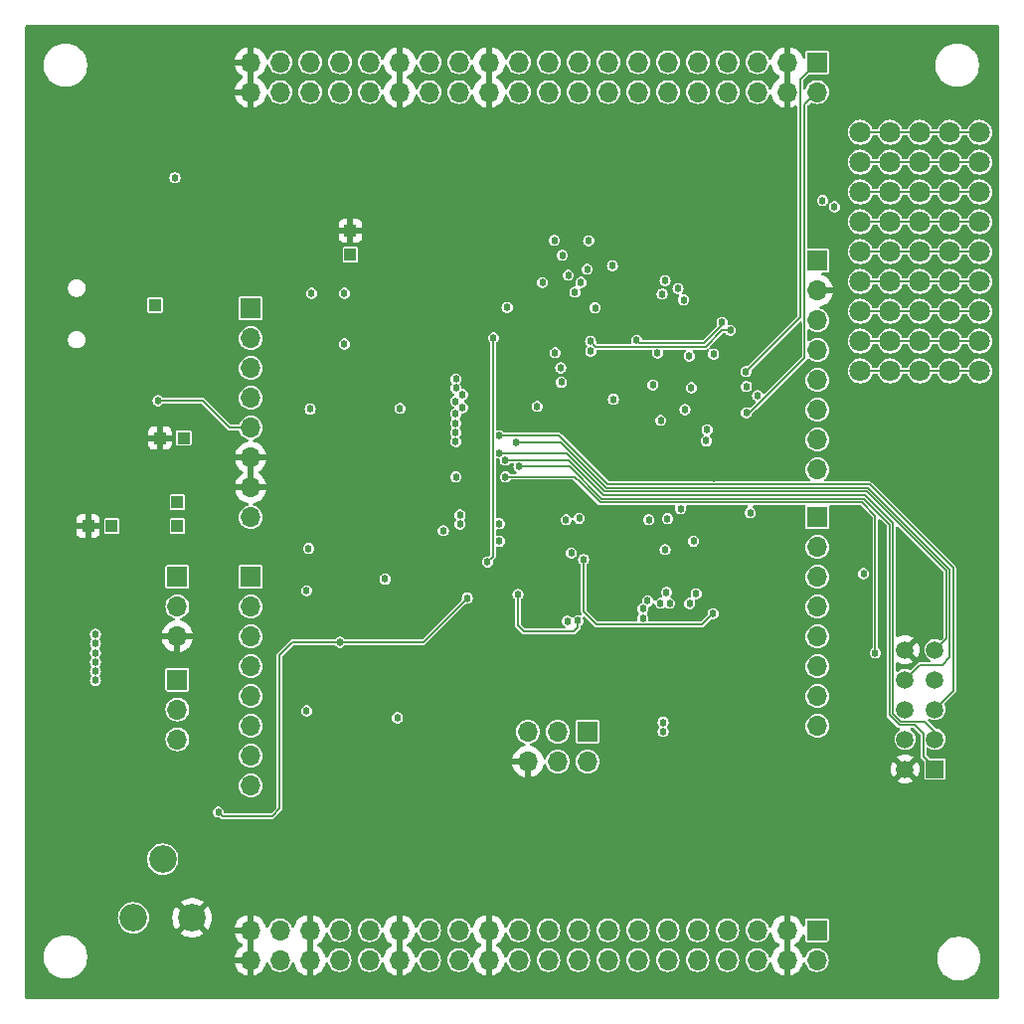
<source format=gbr>
%TF.GenerationSoftware,KiCad,Pcbnew,8.0.1*%
%TF.CreationDate,2024-05-02T11:18:55+05:30*%
%TF.ProjectId,MAX10eval,4d415831-3065-4766-916c-2e6b69636164,rev?*%
%TF.SameCoordinates,Original*%
%TF.FileFunction,Copper,L3,Inr*%
%TF.FilePolarity,Positive*%
%FSLAX46Y46*%
G04 Gerber Fmt 4.6, Leading zero omitted, Abs format (unit mm)*
G04 Created by KiCad (PCBNEW 8.0.1) date 2024-05-02 11:18:55*
%MOMM*%
%LPD*%
G01*
G04 APERTURE LIST*
%TA.AperFunction,ComponentPad*%
%ADD10C,1.800000*%
%TD*%
%TA.AperFunction,ComponentPad*%
%ADD11R,1.000000X1.000000*%
%TD*%
%TA.AperFunction,ComponentPad*%
%ADD12R,1.700000X1.700000*%
%TD*%
%TA.AperFunction,ComponentPad*%
%ADD13O,1.700000X1.700000*%
%TD*%
%TA.AperFunction,ComponentPad*%
%ADD14C,2.340000*%
%TD*%
%TA.AperFunction,ComponentPad*%
%ADD15R,1.490000X1.490000*%
%TD*%
%TA.AperFunction,ComponentPad*%
%ADD16C,1.490000*%
%TD*%
%TA.AperFunction,ViaPad*%
%ADD17C,0.625000*%
%TD*%
%TA.AperFunction,Conductor*%
%ADD18C,0.150000*%
%TD*%
G04 APERTURE END LIST*
D10*
%TO.N,N/C*%
%TO.C,*%
X181610000Y-78613000D03*
%TD*%
%TO.N,N/C*%
%TO.C,*%
X179070000Y-73533000D03*
%TD*%
%TO.N,N/C*%
%TO.C,*%
X184150000Y-81153000D03*
%TD*%
D11*
%TO.N,VBUS_5V*%
%TO.C,TP1*%
X118999000Y-78105000D03*
%TD*%
%TO.N,+3.3V*%
%TO.C,TP4*%
X115316000Y-96901000D03*
%TD*%
D10*
%TO.N,N/C*%
%TO.C,*%
X179070000Y-63373000D03*
%TD*%
%TO.N,N/C*%
%TO.C,*%
X184150000Y-78613000D03*
%TD*%
%TO.N,N/C*%
%TO.C,*%
X186690000Y-68453000D03*
%TD*%
%TO.N,N/C*%
%TO.C,*%
X179070000Y-83693000D03*
%TD*%
%TO.N,N/C*%
%TO.C,*%
X181610000Y-73533000D03*
%TD*%
D12*
%TO.N,VCCIO6*%
%TO.C,J9*%
X175387000Y-57404000D03*
D13*
%TO.N,VREFB6N0*%
X175387000Y-59944000D03*
%TO.N,Earth*%
X172847000Y-57404000D03*
X172847000Y-59944000D03*
%TO.N,DIFFIO_R14P{slash}CLK2P*%
X170307000Y-57404000D03*
%TO.N,DIFFIO_R16P{slash}CLK3P*%
X170307000Y-59944000D03*
%TO.N,DIFFIO_R14N{slash}CLK2N*%
X167767000Y-57404000D03*
%TO.N,DIFFIO_R16N{slash}CLK3N*%
X167767000Y-59944000D03*
%TO.N,DIFFIO_R18P*%
X165227000Y-57404000D03*
%TO.N,DIFFIO_R26P{slash}DPCLK3*%
X165227000Y-59944000D03*
%TO.N,DIFFIO_R18N*%
X162687000Y-57404000D03*
%TO.N,DIFFIO_R26N{slash}DPCLK2*%
X162687000Y-59944000D03*
%TO.N,DIFFIO_R27P*%
X160147000Y-57404000D03*
%TO.N,DIFFIO_R28P*%
X160147000Y-59944000D03*
%TO.N,DIFFIO_R27N*%
X157607000Y-57404000D03*
%TO.N,DIFFIO_R28N*%
X157607000Y-59944000D03*
%TO.N,DIFFIO_R33P*%
X155067000Y-57404000D03*
%TO.N,unconnected-(J9-Pin_18-Pad18)*%
X155067000Y-59944000D03*
%TO.N,DIFFIO_R33N*%
X152527000Y-57404000D03*
%TO.N,unconnected-(J9-Pin_20-Pad20)*%
X152527000Y-59944000D03*
%TO.N,VCCIO7*%
X149987000Y-57404000D03*
%TO.N,VREFB7N0*%
X149987000Y-59944000D03*
%TO.N,Earth*%
X147447000Y-57404000D03*
X147447000Y-59944000D03*
%TO.N,DIFFIO_T1P*%
X144907000Y-57404000D03*
%TO.N,DIFFIO_T10P*%
X144907000Y-59944000D03*
%TO.N,DIFFIO_T1N*%
X142367000Y-57404000D03*
%TO.N,DIFFIO_T10N*%
X142367000Y-59944000D03*
%TO.N,Earth*%
X139827000Y-57404000D03*
X139827000Y-59944000D03*
%TO.N,unconnected-(J9-Pin_31-Pad31)*%
X137287000Y-57404000D03*
%TO.N,DIFFIO_T4N*%
X137287000Y-59944000D03*
%TO.N,unconnected-(J9-Pin_33-Pad33)*%
X134747000Y-57404000D03*
%TO.N,DIFFIO_T6P*%
X134747000Y-59944000D03*
%TO.N,VCCIO8*%
X132207000Y-57404000D03*
%TO.N,VCCIO5*%
X132207000Y-59944000D03*
%TO.N,VREFB8N0*%
X129667000Y-57404000D03*
%TO.N,VREFB5N0*%
X129667000Y-59944000D03*
%TO.N,Earth*%
X127127000Y-57404000D03*
X127127000Y-59944000D03*
%TD*%
D10*
%TO.N,N/C*%
%TO.C,*%
X179070000Y-78613000D03*
%TD*%
%TO.N,N/C*%
%TO.C,*%
X179070000Y-65913000D03*
%TD*%
%TO.N,N/C*%
%TO.C,*%
X189230000Y-83693000D03*
%TD*%
%TO.N,N/C*%
%TO.C,*%
X184150000Y-73533000D03*
%TD*%
%TO.N,N/C*%
%TO.C,*%
X189230000Y-78613000D03*
%TD*%
D12*
%TO.N,Arduino_IO12*%
%TO.C,J11*%
X155829000Y-114427000D03*
D13*
%TO.N,VBUS_5V*%
X155829000Y-116967000D03*
%TO.N,Arduino_IO13*%
X153289000Y-114427000D03*
%TO.N,Arduino_IO11*%
X153289000Y-116967000D03*
%TO.N,RESET_N*%
X150749000Y-114427000D03*
%TO.N,Earth*%
X150749000Y-116967000D03*
%TD*%
D10*
%TO.N,N/C*%
%TO.C,*%
X189230000Y-81153000D03*
%TD*%
%TO.N,N/C*%
%TO.C,*%
X181610000Y-70993000D03*
%TD*%
%TO.N,N/C*%
%TO.C,*%
X179070000Y-70993000D03*
%TD*%
%TO.N,N/C*%
%TO.C,*%
X184150000Y-63373000D03*
%TD*%
%TO.N,N/C*%
%TO.C,*%
X189230000Y-65913000D03*
%TD*%
%TO.N,N/C*%
%TO.C,*%
X189230000Y-73533000D03*
%TD*%
%TO.N,N/C*%
%TO.C,*%
X181610000Y-63373000D03*
%TD*%
%TO.N,N/C*%
%TO.C,*%
X181610000Y-68453000D03*
%TD*%
%TO.N,N/C*%
%TO.C,*%
X186690000Y-83693000D03*
%TD*%
D11*
%TO.N,VCC_CORE*%
%TO.C,TP3*%
X120904000Y-96901000D03*
%TD*%
D10*
%TO.N,N/C*%
%TO.C,*%
X189230000Y-63373000D03*
%TD*%
D12*
%TO.N,Arduino_Vref*%
%TO.C,J3*%
X175412000Y-74310000D03*
D13*
%TO.N,Earth*%
X175412000Y-76850000D03*
%TO.N,Arduino_IO13*%
X175412000Y-79390000D03*
%TO.N,Arduino_IO12*%
X175412000Y-81930000D03*
%TO.N,Arduino_IO11*%
X175412000Y-84470000D03*
%TO.N,Arduino_IO10*%
X175412000Y-87010000D03*
%TO.N,Arduino_IO9*%
X175412000Y-89550000D03*
%TO.N,Arduino_IO8*%
X175412000Y-92090000D03*
%TD*%
D10*
%TO.N,N/C*%
%TO.C,*%
X181610000Y-81153000D03*
%TD*%
%TO.N,N/C*%
%TO.C,*%
X189230000Y-76073000D03*
%TD*%
%TO.N,N/C*%
%TO.C,*%
X179070000Y-68453000D03*
%TD*%
%TO.N,N/C*%
%TO.C,*%
X186690000Y-70993000D03*
%TD*%
%TO.N,N/C*%
%TO.C,*%
X189230000Y-70993000D03*
%TD*%
%TO.N,N/C*%
%TO.C,*%
X186690000Y-78613000D03*
%TD*%
D12*
%TO.N,Arduino_A6*%
%TO.C,J7*%
X120904000Y-109982000D03*
D13*
%TO.N,Net-(J7-Pin_2)*%
X120904000Y-112522000D03*
%TO.N,Net-(J7-Pin_3)*%
X120904000Y-115062000D03*
%TD*%
D10*
%TO.N,N/C*%
%TO.C,*%
X184150000Y-70993000D03*
%TD*%
%TO.N,N/C*%
%TO.C,*%
X179070000Y-76073000D03*
%TD*%
%TO.N,N/C*%
%TO.C,*%
X179070000Y-81153000D03*
%TD*%
D12*
%TO.N,Arduino_IO7*%
%TO.C,J5*%
X175412000Y-96154000D03*
D13*
%TO.N,Arduino_IO6*%
X175412000Y-98694000D03*
%TO.N,Arduino_IO5*%
X175412000Y-101234000D03*
%TO.N,Arduino_IO4*%
X175412000Y-103774000D03*
%TO.N,Arduino_IO3*%
X175412000Y-106314000D03*
%TO.N,Arduino_IO2*%
X175412000Y-108854000D03*
%TO.N,Arduino_IO1*%
X175412000Y-111394000D03*
%TO.N,Arduino_IO0*%
X175412000Y-113934000D03*
%TD*%
D10*
%TO.N,N/C*%
%TO.C,*%
X184150000Y-76073000D03*
%TD*%
D14*
%TO.N,Net-(R15-Pad2)*%
%TO.C,R94*%
X117159000Y-130262000D03*
%TO.N,Net-(J7-Pin_3)*%
X119659000Y-125262000D03*
%TO.N,Earth*%
X122159000Y-130262000D03*
%TD*%
D12*
%TO.N,Arduino_A0*%
%TO.C,J4*%
X127152000Y-101234000D03*
D13*
%TO.N,Arduino_A1*%
X127152000Y-103774000D03*
%TO.N,Arduino_A2*%
X127152000Y-106314000D03*
%TO.N,Arduino_A3*%
X127152000Y-108854000D03*
%TO.N,Arduino_A4*%
X127152000Y-111394000D03*
%TO.N,Arduino_A5*%
X127152000Y-113934000D03*
%TO.N,Arduino_A6*%
X127152000Y-116474000D03*
%TO.N,Arduino_A7*%
X127152000Y-119014000D03*
%TD*%
D10*
%TO.N,N/C*%
%TO.C,*%
X186690000Y-81153000D03*
%TD*%
D11*
%TO.N,VCC_IO*%
%TO.C,TP5*%
X121437400Y-89408000D03*
%TD*%
%TO.N,VCCA_3.3V*%
%TO.C,TP6*%
X135636000Y-73787000D03*
%TD*%
D10*
%TO.N,N/C*%
%TO.C,*%
X181610000Y-83693000D03*
%TD*%
%TO.N,N/C*%
%TO.C,*%
X186690000Y-76073000D03*
%TD*%
D11*
%TO.N,Earth*%
%TO.C,TP9*%
X119405400Y-89408000D03*
%TD*%
D10*
%TO.N,N/C*%
%TO.C,*%
X186690000Y-73533000D03*
%TD*%
%TO.N,N/C*%
%TO.C,*%
X184150000Y-68453000D03*
%TD*%
%TO.N,N/C*%
%TO.C,*%
X184150000Y-65913000D03*
%TD*%
%TO.N,N/C*%
%TO.C,*%
X186690000Y-63373000D03*
%TD*%
D11*
%TO.N,+3.3V*%
%TO.C,TP2*%
X120904000Y-94869000D03*
%TD*%
D10*
%TO.N,N/C*%
%TO.C,*%
X184150000Y-83693000D03*
%TD*%
D12*
%TO.N,Arduino_A7*%
%TO.C,J6*%
X120904000Y-101219000D03*
D13*
%TO.N,Net-(J6-Pin_2)*%
X120904000Y-103759000D03*
%TO.N,Earth*%
X120904000Y-106299000D03*
%TD*%
D12*
%TO.N,VCCIO3*%
%TO.C,J8*%
X175361600Y-131318000D03*
D13*
%TO.N,VREFB3N0*%
X175361600Y-133858000D03*
%TO.N,Earth*%
X172821600Y-131318000D03*
X172821600Y-133858000D03*
%TO.N,DIFFIO_B16P*%
X170281600Y-131318000D03*
%TO.N,DIFFIO_B14P*%
X170281600Y-133858000D03*
%TO.N,DIFFIO_B16N*%
X167741600Y-131318000D03*
%TO.N,DIFFIO_B14N*%
X167741600Y-133858000D03*
%TO.N,DIFFIO_B12P*%
X165201600Y-131318000D03*
%TO.N,DIFFIO_B9P*%
X165201600Y-133858000D03*
%TO.N,DIFFIO_B12N*%
X162661600Y-131318000D03*
%TO.N,DIFFIO_B9N*%
X162661600Y-133858000D03*
%TO.N,DIFFIO_B7P*%
X160121600Y-131318000D03*
%TO.N,DIFFIO_B5P*%
X160121600Y-133858000D03*
%TO.N,DIFFIO_B7N*%
X157581600Y-131318000D03*
%TO.N,DIFFIO_B5N*%
X157581600Y-133858000D03*
%TO.N,DIFFIO_B3P*%
X155041600Y-131318000D03*
%TO.N,DIFFIO_B1P*%
X155041600Y-133858000D03*
%TO.N,DIFFIO_B3N*%
X152501600Y-131318000D03*
%TO.N,DIFFIO_B1N*%
X152501600Y-133858000D03*
%TO.N,VCCIO2*%
X149961600Y-131318000D03*
%TO.N,VREFB2N0*%
X149961600Y-133858000D03*
%TO.N,Earth*%
X147421600Y-131318000D03*
X147421600Y-133858000D03*
%TO.N,DIFFIO_L27P{slash}PLL_CLKOUTP*%
X144881600Y-131318000D03*
%TO.N,DIFFIO_L20P{slash}CLK1P*%
X144881600Y-133858000D03*
%TO.N,DIFFIO_L27N{slash}PLL_CLKOUTN*%
X142341600Y-131318000D03*
%TO.N,DIFFIO_L20N{slash}CLK1N*%
X142341600Y-133858000D03*
%TO.N,Earth*%
X139801600Y-131318000D03*
X139801600Y-133858000D03*
%TO.N,VCCIO4*%
X137261600Y-131318000D03*
%TO.N,unconnected-(J8-Pin_32-Pad32)*%
X137261600Y-133858000D03*
%TO.N,VREFB4N0*%
X134721600Y-131318000D03*
%TO.N,VCCIO1B*%
X134721600Y-133858000D03*
%TO.N,Earth*%
X132181600Y-131318000D03*
X132181600Y-133858000D03*
%TO.N,VCCIO1A*%
X129641600Y-131318000D03*
%TO.N,VREFB1N0*%
X129641600Y-133858000D03*
%TO.N,Earth*%
X127101600Y-131318000D03*
X127101600Y-133858000D03*
%TD*%
D10*
%TO.N,N/C*%
%TO.C,*%
X189230000Y-68453000D03*
%TD*%
%TO.N,N/C*%
%TO.C,*%
X181610000Y-65913000D03*
%TD*%
D12*
%TO.N,unconnected-(J2-Pin_1-Pad1)*%
%TO.C,J2*%
X127152000Y-78374000D03*
D13*
%TO.N,VCC_IO*%
X127152000Y-80914000D03*
%TO.N,RESET_N*%
X127152000Y-83454000D03*
%TO.N,+3.3V*%
X127152000Y-85994000D03*
%TO.N,VBUS_5V*%
X127152000Y-88534000D03*
%TO.N,Earth*%
X127152000Y-91074000D03*
X127152000Y-93614000D03*
%TO.N,unconnected-(J2-Pin_8-Pad8)*%
X127152000Y-96154000D03*
%TD*%
D11*
%TO.N,Earth*%
%TO.C,TP7*%
X135636000Y-71755000D03*
%TD*%
D15*
%TO.N,TCK*%
%TO.C,J10*%
X185420000Y-117602000D03*
D16*
%TO.N,Earth*%
X182880000Y-117602000D03*
%TO.N,TDO*%
X185420000Y-115062000D03*
%TO.N,VCCIO1B*%
X182880000Y-115062000D03*
%TO.N,TMS*%
X185420000Y-112522000D03*
%TO.N,unconnected-(J10-Pad6)*%
X182880000Y-112522000D03*
%TO.N,unconnected-(J10-Pad7)*%
X185420000Y-109982000D03*
%TO.N,JTAGEN*%
X182880000Y-109982000D03*
%TO.N,TDI*%
X185420000Y-107442000D03*
%TO.N,Earth*%
X182880000Y-107442000D03*
%TD*%
D11*
%TO.N,Earth*%
%TO.C,TP8*%
X113298000Y-96901000D03*
%TD*%
D10*
%TO.N,N/C*%
%TO.C,*%
X186690000Y-65913000D03*
%TD*%
%TO.N,N/C*%
%TO.C,*%
X181610000Y-76073000D03*
%TD*%
D17*
%TO.N,VBUS_5V*%
X119253000Y-86233000D03*
%TO.N,Earth*%
X135128000Y-83489800D03*
X150571200Y-94665800D03*
X178562000Y-87096600D03*
X159969200Y-95758000D03*
X163982400Y-102616000D03*
X161456500Y-102576793D03*
X162737800Y-78282800D03*
X153644600Y-81483200D03*
X134747000Y-108889800D03*
X163042600Y-82804000D03*
X156464000Y-99198300D03*
X150977600Y-99198300D03*
X137033000Y-100584000D03*
X156905500Y-102576793D03*
X135636000Y-98171000D03*
X110236000Y-105537000D03*
X165867500Y-83708610D03*
X166547800Y-87630000D03*
X167106600Y-102133400D03*
X166547800Y-92797500D03*
X166852600Y-78181200D03*
X182880000Y-129667000D03*
%TO.N,VCC_CORE*%
X147828000Y-80873600D03*
X147308500Y-99960500D03*
X164676516Y-85126713D03*
X155498800Y-99745800D03*
X143546998Y-97300402D03*
X132080000Y-98806000D03*
X164134800Y-86995000D03*
X166522400Y-104368600D03*
%TO.N,VCCIO3*%
X162265500Y-113619497D03*
X155016200Y-104978200D03*
X149905500Y-102743000D03*
X154457400Y-99198300D03*
%TO.N,VREFB3N0*%
X162265500Y-114404500D03*
X154119448Y-104997500D03*
%TO.N,VREFB4N0*%
X160549712Y-103959802D03*
%TO.N,Arduino_IO8*%
X160948500Y-103283638D03*
%TO.N,Arduino_IO9*%
X162043500Y-103479600D03*
%TO.N,Arduino_IO10*%
X162551500Y-102539800D03*
%TO.N,Arduino_IO11*%
X162828503Y-103479600D03*
%TO.N,VCCIO4*%
X160550500Y-104745354D03*
X162433000Y-98907600D03*
%TO.N,Arduino_IO12*%
X164541200Y-103505000D03*
%TO.N,Arduino_IO13*%
X165077400Y-102666800D03*
%TO.N,VCCA_3.3V*%
X166573200Y-82270600D03*
X162647500Y-96266000D03*
X153060400Y-82143600D03*
X164490400Y-82423000D03*
X124383800Y-121259600D03*
X158038800Y-86106000D03*
X155131900Y-96251900D03*
X148336000Y-98196400D03*
X148987297Y-78296063D03*
X154000200Y-96367600D03*
X145597100Y-103033700D03*
X135128000Y-81407000D03*
X135128000Y-77089000D03*
X134747000Y-106807000D03*
X161402900Y-84886800D03*
X164871400Y-98196400D03*
%TO.N,VREFB7N0*%
X162444300Y-76003899D03*
%TO.N,DIFFIO_T4N*%
X164007800Y-77633700D03*
%TO.N,DIFFIO_T6P*%
X163539300Y-76682488D03*
%TO.N,VCCIO6*%
X169316400Y-83743800D03*
X166014400Y-88702600D03*
%TO.N,Switch 1*%
X155929931Y-72604813D03*
X113919000Y-106125994D03*
%TO.N,RESET_N*%
X175844200Y-69175500D03*
X167284400Y-79552800D03*
X160020000Y-81088100D03*
X179349400Y-100965000D03*
X153009600Y-72567800D03*
%TO.N,Switch 2*%
X155798210Y-75036990D03*
X113919000Y-106910997D03*
%TO.N,BOOT_SEL*%
X153681048Y-73837800D03*
X113919000Y-110051009D03*
%TO.N,Switch 3*%
X113919000Y-107696000D03*
X155284300Y-76149200D03*
%TO.N,VCCIO8*%
X156108400Y-82016600D03*
X120700800Y-67233800D03*
X157956042Y-74733358D03*
X156478311Y-78313220D03*
X151993600Y-76174600D03*
%TO.N,NCONFIG*%
X156094300Y-81178400D03*
X167995600Y-80238600D03*
X176866300Y-69723000D03*
%TO.N,Switch 4*%
X154750900Y-76987400D03*
X113919000Y-108481003D03*
%TO.N,Switch 5*%
X154189300Y-75539600D03*
X113919000Y-109266006D03*
%TO.N,ANAIN1*%
X153543000Y-83439000D03*
%TO.N,ADC_VREF*%
X153610499Y-84659098D03*
%TO.N,DIFFIO_RX_L1P{slash}ADC1IN2*%
X144627600Y-84378800D03*
X132334000Y-77089000D03*
%TO.N,DIFFIO_RX_L3N{slash}ADC1IN3*%
X144622627Y-85163750D03*
X132207000Y-86944200D03*
%TO.N,VCCIO1A*%
X151536400Y-86715600D03*
X145186400Y-85710000D03*
%TO.N,DIFFIO_RX_L3P{slash}ADC1IN4*%
X139852400Y-86893400D03*
X144602200Y-86272500D03*
%TO.N,DIFFIO_RX_L5N{slash}ADC1IN5*%
X145186400Y-86820000D03*
X138582400Y-101422200D03*
%TO.N,DIFFIO_RX_L5P{slash}ADC1IN6*%
X131902200Y-102412800D03*
X144602200Y-87367500D03*
%TO.N,DIFFIO_RX_L7N{slash}ADC1IN7*%
X144602200Y-88152503D03*
X131902200Y-112649000D03*
%TO.N,DIFFIO_RX_L7P{slash}ADC1IN8*%
X144602200Y-88937506D03*
X139649200Y-113233200D03*
%TO.N,JTAGEN*%
X149733000Y-89749576D03*
%TO.N,TMS*%
X148336000Y-89204800D03*
%TO.N,VREFB1N0*%
X144602200Y-89722509D03*
%TO.N,TCK*%
X149987000Y-91840978D03*
%TO.N,TDI*%
X148336000Y-90678000D03*
%TO.N,TDO*%
X148823253Y-91293478D03*
%TO.N,VREFB2N0*%
X144979944Y-95957944D03*
%TO.N,VCCIO2*%
X144976859Y-96742941D03*
X148336000Y-96697800D03*
%TO.N,VREFB5N0*%
X169697400Y-95757500D03*
%TO.N,VCCIO5*%
X163753800Y-95442500D03*
%TO.N,VREFB6N0*%
X169367200Y-87257500D03*
%TO.N,DIFFIO_R27N*%
X169367200Y-85013800D03*
X170317633Y-85787405D03*
%TO.N,VCC_IO*%
X161061400Y-96356300D03*
X165938200Y-89653100D03*
X162077400Y-87909400D03*
%TO.N,VCCIO1B*%
X144627600Y-92710000D03*
X148844000Y-92710000D03*
X180340000Y-107696000D03*
%TO.N,VCCIO7*%
X162179000Y-77139800D03*
X161797792Y-82182325D03*
%TD*%
D18*
%TO.N,*%
X179070000Y-65913000D02*
X189230000Y-65913000D01*
X179070000Y-73533000D02*
X189230000Y-73533000D01*
X179070000Y-63373000D02*
X189230000Y-63373000D01*
X179070000Y-76073000D02*
X189230000Y-76073000D01*
X179070000Y-78613000D02*
X189230000Y-78613000D01*
X179070000Y-68453000D02*
X189230000Y-68453000D01*
X179070000Y-81153000D02*
X189230000Y-81153000D01*
X179070000Y-70993000D02*
X189230000Y-70993000D01*
X179070000Y-83693000D02*
X189230000Y-83693000D01*
%TO.N,VBUS_5V*%
X123063000Y-86233000D02*
X125364000Y-88534000D01*
X119253000Y-86233000D02*
X123063000Y-86233000D01*
X125364000Y-88534000D02*
X127152000Y-88534000D01*
%TO.N,VCC_CORE*%
X156626254Y-105292854D02*
X165598146Y-105292854D01*
X156540200Y-105206800D02*
X156626254Y-105292854D01*
X155498800Y-104165400D02*
X156540200Y-105206800D01*
X165598146Y-105292854D02*
X166522400Y-104368600D01*
X155498800Y-99745800D02*
X155498800Y-104165400D01*
X147828000Y-80873600D02*
X147788500Y-80913100D01*
X147788500Y-80913100D02*
X147788500Y-99480500D01*
X147788500Y-99480500D02*
X147308500Y-99960500D01*
%TO.N,VCCIO3*%
X150393400Y-105867200D02*
X154660600Y-105867200D01*
X154660600Y-105867200D02*
X155016200Y-105511600D01*
X155016200Y-105511600D02*
X155016200Y-104978200D01*
X149905500Y-105379300D02*
X150393400Y-105867200D01*
X149905500Y-102743000D02*
X149905500Y-105379300D01*
%TO.N,VCCA_3.3V*%
X134747000Y-106807000D02*
X130683000Y-106807000D01*
X124739400Y-121615200D02*
X124383800Y-121259600D01*
X129590800Y-107899200D02*
X129590800Y-120980200D01*
X134747000Y-106807000D02*
X141823800Y-106807000D01*
X141823800Y-106807000D02*
X145597100Y-103033700D01*
X128955800Y-121615200D02*
X124739400Y-121615200D01*
X129590800Y-120980200D02*
X128955800Y-121615200D01*
X130683000Y-106807000D02*
X129590800Y-107899200D01*
%TO.N,VCCIO6*%
X169316400Y-83743800D02*
X173932000Y-79128200D01*
X173932000Y-79128200D02*
X173932000Y-58859000D01*
X173932000Y-58859000D02*
X175387000Y-57404000D01*
%TO.N,RESET_N*%
X167284400Y-79552800D02*
X167284400Y-79806800D01*
X167284400Y-79806800D02*
X165765600Y-81325600D01*
X165765600Y-81325600D02*
X160257500Y-81325600D01*
X160257500Y-81325600D02*
X160020000Y-81088100D01*
%TO.N,NCONFIG*%
X167291006Y-80238600D02*
X167995600Y-80238600D01*
X156094300Y-81178400D02*
X156551500Y-81635600D01*
X165894006Y-81635600D02*
X167291006Y-80238600D01*
X156551500Y-81635600D02*
X165894006Y-81635600D01*
%TO.N,JTAGEN*%
X149733000Y-89749576D02*
X153530897Y-89749576D01*
X186690000Y-100608376D02*
X186690000Y-108077000D01*
X186055000Y-108712000D02*
X184150000Y-108712000D01*
X157436321Y-93655000D02*
X179736624Y-93655000D01*
X186690000Y-108077000D02*
X186055000Y-108712000D01*
X153530897Y-89749576D02*
X157436321Y-93655000D01*
X184150000Y-108712000D02*
X182880000Y-109982000D01*
X179736624Y-93655000D02*
X186690000Y-100608376D01*
%TO.N,TMS*%
X157564727Y-93345000D02*
X179865030Y-93345000D01*
X187000000Y-100479970D02*
X187000000Y-110942000D01*
X148338724Y-89202076D02*
X153410197Y-89202076D01*
X187000000Y-110942000D02*
X185420000Y-112522000D01*
X153416000Y-89196273D02*
X157564727Y-93345000D01*
X179865030Y-93345000D02*
X187000000Y-100479970D01*
X148336000Y-89204800D02*
X148338724Y-89202076D01*
X153410197Y-89202076D02*
X153416000Y-89196273D01*
%TO.N,TCK*%
X184440000Y-114590000D02*
X183698000Y-113848000D01*
X157051103Y-94585000D02*
X154307081Y-91840978D01*
X154307081Y-91840978D02*
X149987000Y-91840978D01*
X183698000Y-113848000D02*
X182381664Y-113848000D01*
X179351406Y-94585000D02*
X157051103Y-94585000D01*
X181554000Y-96787594D02*
X179351406Y-94585000D01*
X184440000Y-116495000D02*
X184440000Y-114590000D01*
X182381664Y-113848000D02*
X181554000Y-113020336D01*
X181554000Y-113020336D02*
X181554000Y-96787594D01*
X185420000Y-117602000D02*
X185420000Y-117475000D01*
X185420000Y-117475000D02*
X184440000Y-116495000D01*
%TO.N,TDI*%
X157307915Y-93965000D02*
X179608218Y-93965000D01*
X186380000Y-106482000D02*
X185420000Y-107442000D01*
X179608218Y-93965000D02*
X186380000Y-100736782D01*
X154020915Y-90678000D02*
X157307915Y-93965000D01*
X148336000Y-90678000D02*
X154020915Y-90678000D01*
X186380000Y-100736782D02*
X186380000Y-106482000D01*
%TO.N,TDO*%
X182510070Y-113538000D02*
X184531000Y-113538000D01*
X181864000Y-112891930D02*
X182510070Y-113538000D01*
X181864000Y-96659188D02*
X181864000Y-112891930D01*
X157179509Y-94275000D02*
X179479812Y-94275000D01*
X185420000Y-114427000D02*
X185420000Y-115062000D01*
X179479812Y-94275000D02*
X181864000Y-96659188D01*
X154197987Y-91293478D02*
X157179509Y-94275000D01*
X184531000Y-113538000D02*
X185420000Y-114427000D01*
X148823253Y-91293478D02*
X154197987Y-91293478D01*
%TO.N,VREFB6N0*%
X175387000Y-59944000D02*
X174327000Y-61004000D01*
X174327000Y-82552320D02*
X169621820Y-87257500D01*
X174327000Y-61004000D02*
X174327000Y-82552320D01*
X169621820Y-87257500D02*
X169367200Y-87257500D01*
%TO.N,VCCIO1B*%
X154737697Y-92710000D02*
X148844000Y-92710000D01*
X180340000Y-96012000D02*
X179223000Y-94895000D01*
X179070000Y-94895000D02*
X167640000Y-94895000D01*
X155219848Y-93192151D02*
X154737697Y-92710000D01*
X167640000Y-94895000D02*
X156922697Y-94895000D01*
X180340000Y-107696000D02*
X180340000Y-96012000D01*
X156922697Y-94895000D02*
X155219848Y-93192151D01*
X179223000Y-94895000D02*
X179070000Y-94895000D01*
%TD*%
%TA.AperFunction,Conductor*%
%TO.N,Earth*%
G36*
X127351600Y-133424988D02*
G01*
X127294593Y-133392075D01*
X127167426Y-133358000D01*
X127035774Y-133358000D01*
X126908607Y-133392075D01*
X126851600Y-133424988D01*
X126851600Y-131751012D01*
X126908607Y-131783925D01*
X127035774Y-131818000D01*
X127167426Y-131818000D01*
X127294593Y-131783925D01*
X127351600Y-131751012D01*
X127351600Y-133424988D01*
G37*
%TD.AperFunction*%
%TA.AperFunction,Conductor*%
G36*
X132431600Y-133424988D02*
G01*
X132374593Y-133392075D01*
X132247426Y-133358000D01*
X132115774Y-133358000D01*
X131988607Y-133392075D01*
X131931600Y-133424988D01*
X131931600Y-131751012D01*
X131988607Y-131783925D01*
X132115774Y-131818000D01*
X132247426Y-131818000D01*
X132374593Y-131783925D01*
X132431600Y-131751012D01*
X132431600Y-133424988D01*
G37*
%TD.AperFunction*%
%TA.AperFunction,Conductor*%
G36*
X140051600Y-133424988D02*
G01*
X139994593Y-133392075D01*
X139867426Y-133358000D01*
X139735774Y-133358000D01*
X139608607Y-133392075D01*
X139551600Y-133424988D01*
X139551600Y-131751012D01*
X139608607Y-131783925D01*
X139735774Y-131818000D01*
X139867426Y-131818000D01*
X139994593Y-131783925D01*
X140051600Y-131751012D01*
X140051600Y-133424988D01*
G37*
%TD.AperFunction*%
%TA.AperFunction,Conductor*%
G36*
X147671600Y-133424988D02*
G01*
X147614593Y-133392075D01*
X147487426Y-133358000D01*
X147355774Y-133358000D01*
X147228607Y-133392075D01*
X147171600Y-133424988D01*
X147171600Y-131751012D01*
X147228607Y-131783925D01*
X147355774Y-131818000D01*
X147487426Y-131818000D01*
X147614593Y-131783925D01*
X147671600Y-131751012D01*
X147671600Y-133424988D01*
G37*
%TD.AperFunction*%
%TA.AperFunction,Conductor*%
G36*
X173071600Y-133424988D02*
G01*
X173014593Y-133392075D01*
X172887426Y-133358000D01*
X172755774Y-133358000D01*
X172628607Y-133392075D01*
X172571600Y-133424988D01*
X172571600Y-131751012D01*
X172628607Y-131783925D01*
X172755774Y-131818000D01*
X172887426Y-131818000D01*
X173014593Y-131783925D01*
X173071600Y-131751012D01*
X173071600Y-133424988D01*
G37*
%TD.AperFunction*%
%TA.AperFunction,Conductor*%
G36*
X182304703Y-96994978D02*
G01*
X182311181Y-97001010D01*
X186108181Y-100798010D01*
X186141666Y-100859333D01*
X186144500Y-100885691D01*
X186144500Y-106333090D01*
X186124815Y-106400129D01*
X186108181Y-106420771D01*
X185935654Y-106593298D01*
X185874331Y-106626783D01*
X185804639Y-106621799D01*
X185797538Y-106618897D01*
X185701357Y-106576074D01*
X185701355Y-106576073D01*
X185554745Y-106544911D01*
X185515172Y-106536500D01*
X185324828Y-106536500D01*
X185292191Y-106543436D01*
X185138644Y-106576073D01*
X185138638Y-106576075D01*
X184964756Y-106653493D01*
X184810762Y-106765378D01*
X184810759Y-106765380D01*
X184683399Y-106906830D01*
X184588228Y-107071670D01*
X184588225Y-107071677D01*
X184529409Y-107252695D01*
X184529408Y-107252699D01*
X184509512Y-107442000D01*
X184529408Y-107631301D01*
X184529409Y-107631304D01*
X184588225Y-107812322D01*
X184588228Y-107812329D01*
X184683400Y-107977171D01*
X184710527Y-108007298D01*
X184810759Y-108118619D01*
X184810762Y-108118621D01*
X184810765Y-108118624D01*
X184953942Y-108222649D01*
X184964756Y-108230506D01*
X184984330Y-108239221D01*
X185037567Y-108284471D01*
X185057888Y-108351320D01*
X185038842Y-108418544D01*
X184986476Y-108464799D01*
X184933894Y-108476500D01*
X184103155Y-108476500D01*
X184016598Y-108512354D01*
X183395654Y-109133297D01*
X183334331Y-109166782D01*
X183264639Y-109161798D01*
X183257538Y-109158896D01*
X183161357Y-109116074D01*
X183161355Y-109116073D01*
X183014745Y-109084911D01*
X182975172Y-109076500D01*
X182784828Y-109076500D01*
X182752191Y-109083436D01*
X182598644Y-109116073D01*
X182598638Y-109116075D01*
X182424756Y-109193493D01*
X182296386Y-109286761D01*
X182230579Y-109310241D01*
X182162525Y-109294416D01*
X182113830Y-109244310D01*
X182099500Y-109186443D01*
X182099500Y-108646393D01*
X182119185Y-108579354D01*
X182171989Y-108533599D01*
X182241147Y-108523655D01*
X182275905Y-108534011D01*
X182452556Y-108616384D01*
X182452565Y-108616388D01*
X182662976Y-108672767D01*
X182662986Y-108672769D01*
X182879999Y-108691756D01*
X182880001Y-108691756D01*
X183097013Y-108672769D01*
X183097023Y-108672767D01*
X183307434Y-108616388D01*
X183307443Y-108616384D01*
X183504879Y-108524319D01*
X183565980Y-108481533D01*
X183066564Y-107982117D01*
X183100012Y-107973156D01*
X183229989Y-107898114D01*
X183336114Y-107791989D01*
X183411156Y-107662012D01*
X183420117Y-107628565D01*
X183919533Y-108127981D01*
X183962319Y-108066879D01*
X184054384Y-107869443D01*
X184054388Y-107869434D01*
X184110767Y-107659023D01*
X184110769Y-107659013D01*
X184129756Y-107442000D01*
X184129756Y-107441999D01*
X184110769Y-107224986D01*
X184110767Y-107224976D01*
X184054388Y-107014565D01*
X184054384Y-107014556D01*
X183962321Y-106817124D01*
X183919533Y-106756017D01*
X183420117Y-107255433D01*
X183411156Y-107221988D01*
X183336114Y-107092011D01*
X183229989Y-106985886D01*
X183100012Y-106910844D01*
X183066564Y-106901881D01*
X183565981Y-106402465D01*
X183504877Y-106359679D01*
X183307443Y-106267615D01*
X183307434Y-106267611D01*
X183097023Y-106211232D01*
X183097013Y-106211230D01*
X182880001Y-106192244D01*
X182879999Y-106192244D01*
X182662986Y-106211230D01*
X182662976Y-106211232D01*
X182452565Y-106267611D01*
X182452551Y-106267616D01*
X182275904Y-106349988D01*
X182206827Y-106360480D01*
X182143043Y-106331960D01*
X182104804Y-106273483D01*
X182099500Y-106237606D01*
X182099500Y-97088691D01*
X182119185Y-97021652D01*
X182171989Y-96975897D01*
X182241147Y-96965953D01*
X182304703Y-96994978D01*
G37*
%TD.AperFunction*%
%TA.AperFunction,Conductor*%
G36*
X127402000Y-93180988D02*
G01*
X127344993Y-93148075D01*
X127217826Y-93114000D01*
X127086174Y-93114000D01*
X126959007Y-93148075D01*
X126902000Y-93180988D01*
X126902000Y-91507012D01*
X126959007Y-91539925D01*
X127086174Y-91574000D01*
X127217826Y-91574000D01*
X127344993Y-91539925D01*
X127402000Y-91507012D01*
X127402000Y-93180988D01*
G37*
%TD.AperFunction*%
%TA.AperFunction,Conductor*%
G36*
X173097000Y-59510988D02*
G01*
X173039993Y-59478075D01*
X172912826Y-59444000D01*
X172781174Y-59444000D01*
X172654007Y-59478075D01*
X172597000Y-59510988D01*
X172597000Y-57837012D01*
X172654007Y-57869925D01*
X172781174Y-57904000D01*
X172912826Y-57904000D01*
X173039993Y-57869925D01*
X173097000Y-57837012D01*
X173097000Y-59510988D01*
G37*
%TD.AperFunction*%
%TA.AperFunction,Conductor*%
G36*
X127377000Y-59510988D02*
G01*
X127319993Y-59478075D01*
X127192826Y-59444000D01*
X127061174Y-59444000D01*
X126934007Y-59478075D01*
X126877000Y-59510988D01*
X126877000Y-57837012D01*
X126934007Y-57869925D01*
X127061174Y-57904000D01*
X127192826Y-57904000D01*
X127319993Y-57869925D01*
X127377000Y-57837012D01*
X127377000Y-59510988D01*
G37*
%TD.AperFunction*%
%TA.AperFunction,Conductor*%
G36*
X140077000Y-59510988D02*
G01*
X140019993Y-59478075D01*
X139892826Y-59444000D01*
X139761174Y-59444000D01*
X139634007Y-59478075D01*
X139577000Y-59510988D01*
X139577000Y-57837012D01*
X139634007Y-57869925D01*
X139761174Y-57904000D01*
X139892826Y-57904000D01*
X140019993Y-57869925D01*
X140077000Y-57837012D01*
X140077000Y-59510988D01*
G37*
%TD.AperFunction*%
%TA.AperFunction,Conductor*%
G36*
X147697000Y-59510988D02*
G01*
X147639993Y-59478075D01*
X147512826Y-59444000D01*
X147381174Y-59444000D01*
X147254007Y-59478075D01*
X147197000Y-59510988D01*
X147197000Y-57837012D01*
X147254007Y-57869925D01*
X147381174Y-57904000D01*
X147512826Y-57904000D01*
X147639993Y-57869925D01*
X147697000Y-57837012D01*
X147697000Y-59510988D01*
G37*
%TD.AperFunction*%
%TA.AperFunction,Conductor*%
G36*
X190824039Y-54248685D02*
G01*
X190869794Y-54301489D01*
X190881000Y-54353000D01*
X190881000Y-137036000D01*
X190861315Y-137103039D01*
X190808511Y-137148794D01*
X190757000Y-137160000D01*
X108074000Y-137160000D01*
X108006961Y-137140315D01*
X107961206Y-137087511D01*
X107950000Y-137036000D01*
X107950000Y-133725288D01*
X109528500Y-133725288D01*
X109560161Y-133965785D01*
X109622947Y-134200104D01*
X109688350Y-134358000D01*
X109715776Y-134424212D01*
X109837064Y-134634289D01*
X109837066Y-134634292D01*
X109837067Y-134634293D01*
X109984733Y-134826736D01*
X109984739Y-134826743D01*
X110156256Y-134998260D01*
X110156262Y-134998265D01*
X110348711Y-135145936D01*
X110558788Y-135267224D01*
X110782900Y-135360054D01*
X111017211Y-135422838D01*
X111197586Y-135446584D01*
X111257711Y-135454500D01*
X111257712Y-135454500D01*
X111500289Y-135454500D01*
X111548388Y-135448167D01*
X111740789Y-135422838D01*
X111975100Y-135360054D01*
X112199212Y-135267224D01*
X112409289Y-135145936D01*
X112601738Y-134998265D01*
X112773265Y-134826738D01*
X112920936Y-134634289D01*
X113042224Y-134424212D01*
X113135054Y-134200100D01*
X113159732Y-134108000D01*
X125770964Y-134108000D01*
X125828167Y-134321486D01*
X125828170Y-134321492D01*
X125927999Y-134535578D01*
X126063494Y-134729082D01*
X126230517Y-134896105D01*
X126424021Y-135031600D01*
X126638107Y-135131429D01*
X126638116Y-135131433D01*
X126851600Y-135188634D01*
X126851600Y-134291012D01*
X126908607Y-134323925D01*
X127035774Y-134358000D01*
X127167426Y-134358000D01*
X127294593Y-134323925D01*
X127351600Y-134291012D01*
X127351600Y-135188633D01*
X127565083Y-135131433D01*
X127565092Y-135131429D01*
X127779178Y-135031600D01*
X127972682Y-134896105D01*
X128139705Y-134729082D01*
X128275200Y-134535578D01*
X128375029Y-134321492D01*
X128375033Y-134321483D01*
X128427363Y-134126183D01*
X128463728Y-134066522D01*
X128526575Y-134035993D01*
X128595950Y-134044287D01*
X128649828Y-134088773D01*
X128665798Y-134122280D01*
X128703503Y-134246574D01*
X128797331Y-134422114D01*
X128797335Y-134422121D01*
X128923611Y-134575988D01*
X129077478Y-134702264D01*
X129077485Y-134702268D01*
X129127651Y-134729082D01*
X129253027Y-134796097D01*
X129443507Y-134853879D01*
X129641600Y-134873389D01*
X129839693Y-134853879D01*
X130030173Y-134796097D01*
X130205720Y-134702265D01*
X130359588Y-134575988D01*
X130485865Y-134422120D01*
X130579697Y-134246573D01*
X130617401Y-134122278D01*
X130655698Y-134063842D01*
X130719510Y-134035386D01*
X130788577Y-134045946D01*
X130840971Y-134092170D01*
X130855836Y-134126182D01*
X130908167Y-134321486D01*
X130908170Y-134321492D01*
X131007999Y-134535578D01*
X131143494Y-134729082D01*
X131310517Y-134896105D01*
X131504021Y-135031600D01*
X131718107Y-135131429D01*
X131718116Y-135131433D01*
X131931600Y-135188634D01*
X131931600Y-134291012D01*
X131988607Y-134323925D01*
X132115774Y-134358000D01*
X132247426Y-134358000D01*
X132374593Y-134323925D01*
X132431600Y-134291012D01*
X132431600Y-135188634D01*
X132645083Y-135131433D01*
X132645092Y-135131429D01*
X132859178Y-135031600D01*
X133052682Y-134896105D01*
X133219705Y-134729082D01*
X133355200Y-134535578D01*
X133455029Y-134321492D01*
X133455033Y-134321483D01*
X133507363Y-134126183D01*
X133543728Y-134066522D01*
X133606575Y-134035993D01*
X133675950Y-134044287D01*
X133729828Y-134088773D01*
X133745798Y-134122280D01*
X133783503Y-134246574D01*
X133877331Y-134422114D01*
X133877335Y-134422121D01*
X134003611Y-134575988D01*
X134157478Y-134702264D01*
X134157485Y-134702268D01*
X134207651Y-134729082D01*
X134333027Y-134796097D01*
X134523507Y-134853879D01*
X134721600Y-134873389D01*
X134919693Y-134853879D01*
X135110173Y-134796097D01*
X135285720Y-134702265D01*
X135439588Y-134575988D01*
X135565865Y-134422120D01*
X135659697Y-134246573D01*
X135717479Y-134056093D01*
X135736989Y-133858000D01*
X136246211Y-133858000D01*
X136265721Y-134056095D01*
X136323503Y-134246574D01*
X136417331Y-134422114D01*
X136417335Y-134422121D01*
X136543611Y-134575988D01*
X136697478Y-134702264D01*
X136697485Y-134702268D01*
X136747651Y-134729082D01*
X136873027Y-134796097D01*
X137063507Y-134853879D01*
X137261600Y-134873389D01*
X137459693Y-134853879D01*
X137650173Y-134796097D01*
X137825720Y-134702265D01*
X137979588Y-134575988D01*
X138105865Y-134422120D01*
X138199697Y-134246573D01*
X138237401Y-134122278D01*
X138275698Y-134063842D01*
X138339510Y-134035386D01*
X138408577Y-134045946D01*
X138460971Y-134092170D01*
X138475836Y-134126182D01*
X138528167Y-134321486D01*
X138528170Y-134321492D01*
X138627999Y-134535578D01*
X138763494Y-134729082D01*
X138930517Y-134896105D01*
X139124021Y-135031600D01*
X139338107Y-135131429D01*
X139338116Y-135131433D01*
X139551600Y-135188634D01*
X139551600Y-134291012D01*
X139608607Y-134323925D01*
X139735774Y-134358000D01*
X139867426Y-134358000D01*
X139994593Y-134323925D01*
X140051600Y-134291012D01*
X140051600Y-135188634D01*
X140265083Y-135131433D01*
X140265092Y-135131429D01*
X140479178Y-135031600D01*
X140672682Y-134896105D01*
X140839705Y-134729082D01*
X140975200Y-134535578D01*
X141075029Y-134321492D01*
X141075033Y-134321483D01*
X141127363Y-134126183D01*
X141163728Y-134066522D01*
X141226575Y-134035993D01*
X141295950Y-134044287D01*
X141349828Y-134088773D01*
X141365798Y-134122280D01*
X141403503Y-134246574D01*
X141497331Y-134422114D01*
X141497335Y-134422121D01*
X141623611Y-134575988D01*
X141777478Y-134702264D01*
X141777485Y-134702268D01*
X141827651Y-134729082D01*
X141953027Y-134796097D01*
X142143507Y-134853879D01*
X142341600Y-134873389D01*
X142539693Y-134853879D01*
X142730173Y-134796097D01*
X142905720Y-134702265D01*
X143059588Y-134575988D01*
X143185865Y-134422120D01*
X143279697Y-134246573D01*
X143337479Y-134056093D01*
X143356989Y-133858000D01*
X143866211Y-133858000D01*
X143885721Y-134056095D01*
X143943503Y-134246574D01*
X144037331Y-134422114D01*
X144037335Y-134422121D01*
X144163611Y-134575988D01*
X144317478Y-134702264D01*
X144317485Y-134702268D01*
X144367651Y-134729082D01*
X144493027Y-134796097D01*
X144683507Y-134853879D01*
X144881600Y-134873389D01*
X145079693Y-134853879D01*
X145270173Y-134796097D01*
X145445720Y-134702265D01*
X145599588Y-134575988D01*
X145725865Y-134422120D01*
X145819697Y-134246573D01*
X145857401Y-134122278D01*
X145895698Y-134063842D01*
X145959510Y-134035386D01*
X146028577Y-134045946D01*
X146080971Y-134092170D01*
X146095836Y-134126182D01*
X146148167Y-134321486D01*
X146148170Y-134321492D01*
X146247999Y-134535578D01*
X146383494Y-134729082D01*
X146550517Y-134896105D01*
X146744021Y-135031600D01*
X146958107Y-135131429D01*
X146958116Y-135131433D01*
X147171600Y-135188634D01*
X147171600Y-134291012D01*
X147228607Y-134323925D01*
X147355774Y-134358000D01*
X147487426Y-134358000D01*
X147614593Y-134323925D01*
X147671600Y-134291012D01*
X147671600Y-135188633D01*
X147885083Y-135131433D01*
X147885092Y-135131429D01*
X148099178Y-135031600D01*
X148292682Y-134896105D01*
X148459705Y-134729082D01*
X148595200Y-134535578D01*
X148695029Y-134321492D01*
X148695033Y-134321483D01*
X148747363Y-134126183D01*
X148783728Y-134066522D01*
X148846575Y-134035993D01*
X148915950Y-134044287D01*
X148969828Y-134088773D01*
X148985798Y-134122280D01*
X149023503Y-134246574D01*
X149117331Y-134422114D01*
X149117335Y-134422121D01*
X149243611Y-134575988D01*
X149397478Y-134702264D01*
X149397485Y-134702268D01*
X149447651Y-134729082D01*
X149573027Y-134796097D01*
X149763507Y-134853879D01*
X149961600Y-134873389D01*
X150159693Y-134853879D01*
X150350173Y-134796097D01*
X150525720Y-134702265D01*
X150679588Y-134575988D01*
X150805865Y-134422120D01*
X150899697Y-134246573D01*
X150957479Y-134056093D01*
X150976989Y-133858000D01*
X151486211Y-133858000D01*
X151505721Y-134056095D01*
X151563503Y-134246574D01*
X151657331Y-134422114D01*
X151657335Y-134422121D01*
X151783611Y-134575988D01*
X151937478Y-134702264D01*
X151937485Y-134702268D01*
X151987651Y-134729082D01*
X152113027Y-134796097D01*
X152303507Y-134853879D01*
X152501600Y-134873389D01*
X152699693Y-134853879D01*
X152890173Y-134796097D01*
X153065720Y-134702265D01*
X153219588Y-134575988D01*
X153345865Y-134422120D01*
X153439697Y-134246573D01*
X153497479Y-134056093D01*
X153516989Y-133858000D01*
X154026211Y-133858000D01*
X154045721Y-134056095D01*
X154103503Y-134246574D01*
X154197331Y-134422114D01*
X154197335Y-134422121D01*
X154323611Y-134575988D01*
X154477478Y-134702264D01*
X154477485Y-134702268D01*
X154527651Y-134729082D01*
X154653027Y-134796097D01*
X154843507Y-134853879D01*
X155041600Y-134873389D01*
X155239693Y-134853879D01*
X155430173Y-134796097D01*
X155605720Y-134702265D01*
X155759588Y-134575988D01*
X155885865Y-134422120D01*
X155979697Y-134246573D01*
X156037479Y-134056093D01*
X156056989Y-133858000D01*
X156566211Y-133858000D01*
X156585721Y-134056095D01*
X156643503Y-134246574D01*
X156737331Y-134422114D01*
X156737335Y-134422121D01*
X156863611Y-134575988D01*
X157017478Y-134702264D01*
X157017485Y-134702268D01*
X157067651Y-134729082D01*
X157193027Y-134796097D01*
X157383507Y-134853879D01*
X157581600Y-134873389D01*
X157779693Y-134853879D01*
X157970173Y-134796097D01*
X158145720Y-134702265D01*
X158299588Y-134575988D01*
X158425865Y-134422120D01*
X158519697Y-134246573D01*
X158577479Y-134056093D01*
X158596989Y-133858000D01*
X159106211Y-133858000D01*
X159125721Y-134056095D01*
X159183503Y-134246574D01*
X159277331Y-134422114D01*
X159277335Y-134422121D01*
X159403611Y-134575988D01*
X159557478Y-134702264D01*
X159557485Y-134702268D01*
X159607651Y-134729082D01*
X159733027Y-134796097D01*
X159923507Y-134853879D01*
X160121600Y-134873389D01*
X160319693Y-134853879D01*
X160510173Y-134796097D01*
X160685720Y-134702265D01*
X160839588Y-134575988D01*
X160965865Y-134422120D01*
X161059697Y-134246573D01*
X161117479Y-134056093D01*
X161136989Y-133858000D01*
X161646211Y-133858000D01*
X161665721Y-134056095D01*
X161723503Y-134246574D01*
X161817331Y-134422114D01*
X161817335Y-134422121D01*
X161943611Y-134575988D01*
X162097478Y-134702264D01*
X162097485Y-134702268D01*
X162147651Y-134729082D01*
X162273027Y-134796097D01*
X162463507Y-134853879D01*
X162661600Y-134873389D01*
X162859693Y-134853879D01*
X163050173Y-134796097D01*
X163225720Y-134702265D01*
X163379588Y-134575988D01*
X163505865Y-134422120D01*
X163599697Y-134246573D01*
X163657479Y-134056093D01*
X163676989Y-133858000D01*
X164186211Y-133858000D01*
X164205721Y-134056095D01*
X164263503Y-134246574D01*
X164357331Y-134422114D01*
X164357335Y-134422121D01*
X164483611Y-134575988D01*
X164637478Y-134702264D01*
X164637485Y-134702268D01*
X164687651Y-134729082D01*
X164813027Y-134796097D01*
X165003507Y-134853879D01*
X165201600Y-134873389D01*
X165399693Y-134853879D01*
X165590173Y-134796097D01*
X165765720Y-134702265D01*
X165919588Y-134575988D01*
X166045865Y-134422120D01*
X166139697Y-134246573D01*
X166197479Y-134056093D01*
X166216989Y-133858000D01*
X166726211Y-133858000D01*
X166745721Y-134056095D01*
X166803503Y-134246574D01*
X166897331Y-134422114D01*
X166897335Y-134422121D01*
X167023611Y-134575988D01*
X167177478Y-134702264D01*
X167177485Y-134702268D01*
X167227651Y-134729082D01*
X167353027Y-134796097D01*
X167543507Y-134853879D01*
X167741600Y-134873389D01*
X167939693Y-134853879D01*
X168130173Y-134796097D01*
X168305720Y-134702265D01*
X168459588Y-134575988D01*
X168585865Y-134422120D01*
X168679697Y-134246573D01*
X168737479Y-134056093D01*
X168756989Y-133858000D01*
X169266211Y-133858000D01*
X169285721Y-134056095D01*
X169343503Y-134246574D01*
X169437331Y-134422114D01*
X169437335Y-134422121D01*
X169563611Y-134575988D01*
X169717478Y-134702264D01*
X169717485Y-134702268D01*
X169767651Y-134729082D01*
X169893027Y-134796097D01*
X170083507Y-134853879D01*
X170281600Y-134873389D01*
X170479693Y-134853879D01*
X170670173Y-134796097D01*
X170845720Y-134702265D01*
X170999588Y-134575988D01*
X171125865Y-134422120D01*
X171219697Y-134246573D01*
X171257401Y-134122278D01*
X171295698Y-134063842D01*
X171359510Y-134035386D01*
X171428577Y-134045946D01*
X171480971Y-134092170D01*
X171495836Y-134126182D01*
X171548167Y-134321486D01*
X171548170Y-134321492D01*
X171647999Y-134535578D01*
X171783494Y-134729082D01*
X171950517Y-134896105D01*
X172144021Y-135031600D01*
X172358107Y-135131429D01*
X172358116Y-135131433D01*
X172571600Y-135188634D01*
X172571600Y-134291012D01*
X172628607Y-134323925D01*
X172755774Y-134358000D01*
X172887426Y-134358000D01*
X173014593Y-134323925D01*
X173071600Y-134291012D01*
X173071600Y-135188633D01*
X173285083Y-135131433D01*
X173285092Y-135131429D01*
X173499178Y-135031600D01*
X173692682Y-134896105D01*
X173859705Y-134729082D01*
X173995200Y-134535578D01*
X174095029Y-134321492D01*
X174095033Y-134321483D01*
X174147363Y-134126183D01*
X174183728Y-134066522D01*
X174246575Y-134035993D01*
X174315950Y-134044287D01*
X174369828Y-134088773D01*
X174385798Y-134122280D01*
X174423503Y-134246574D01*
X174517331Y-134422114D01*
X174517335Y-134422121D01*
X174643611Y-134575988D01*
X174797478Y-134702264D01*
X174797485Y-134702268D01*
X174847651Y-134729082D01*
X174973027Y-134796097D01*
X175163507Y-134853879D01*
X175361600Y-134873389D01*
X175559693Y-134853879D01*
X175750173Y-134796097D01*
X175925720Y-134702265D01*
X176079588Y-134575988D01*
X176205865Y-134422120D01*
X176299697Y-134246573D01*
X176357479Y-134056093D01*
X176376989Y-133858000D01*
X176376426Y-133852288D01*
X185601500Y-133852288D01*
X185633161Y-134092785D01*
X185695947Y-134327104D01*
X185782300Y-134535578D01*
X185788776Y-134551212D01*
X185910064Y-134761289D01*
X185910066Y-134761292D01*
X185910067Y-134761293D01*
X186057733Y-134953736D01*
X186057739Y-134953743D01*
X186229256Y-135125260D01*
X186229262Y-135125265D01*
X186421711Y-135272936D01*
X186631788Y-135394224D01*
X186855900Y-135487054D01*
X187090211Y-135549838D01*
X187270586Y-135573584D01*
X187330711Y-135581500D01*
X187330712Y-135581500D01*
X187573289Y-135581500D01*
X187621388Y-135575167D01*
X187813789Y-135549838D01*
X188048100Y-135487054D01*
X188272212Y-135394224D01*
X188482289Y-135272936D01*
X188674738Y-135125265D01*
X188846265Y-134953738D01*
X188993936Y-134761289D01*
X189115224Y-134551212D01*
X189208054Y-134327100D01*
X189270838Y-134092789D01*
X189302500Y-133852288D01*
X189302500Y-133609712D01*
X189302274Y-133607999D01*
X189270838Y-133369214D01*
X189270838Y-133369211D01*
X189208054Y-133134900D01*
X189115224Y-132910788D01*
X188993936Y-132700711D01*
X188896482Y-132573706D01*
X188846266Y-132508263D01*
X188846260Y-132508256D01*
X188674743Y-132336739D01*
X188674736Y-132336733D01*
X188482293Y-132189067D01*
X188482292Y-132189066D01*
X188482289Y-132189064D01*
X188272212Y-132067776D01*
X188272205Y-132067773D01*
X188048104Y-131974947D01*
X187813785Y-131912161D01*
X187573289Y-131880500D01*
X187573288Y-131880500D01*
X187330712Y-131880500D01*
X187330711Y-131880500D01*
X187090214Y-131912161D01*
X186855895Y-131974947D01*
X186631794Y-132067773D01*
X186631785Y-132067777D01*
X186421706Y-132189067D01*
X186229263Y-132336733D01*
X186229256Y-132336739D01*
X186057739Y-132508256D01*
X186057733Y-132508263D01*
X185910067Y-132700706D01*
X185788777Y-132910785D01*
X185788773Y-132910794D01*
X185695947Y-133134895D01*
X185633161Y-133369214D01*
X185601500Y-133609711D01*
X185601500Y-133852288D01*
X176376426Y-133852288D01*
X176357479Y-133659907D01*
X176299697Y-133469427D01*
X176259655Y-133394513D01*
X176205868Y-133293885D01*
X176205864Y-133293878D01*
X176079588Y-133140011D01*
X175925721Y-133013735D01*
X175925714Y-133013731D01*
X175750174Y-132919903D01*
X175559695Y-132862121D01*
X175361600Y-132842611D01*
X175163504Y-132862121D01*
X174973025Y-132919903D01*
X174797485Y-133013731D01*
X174797478Y-133013735D01*
X174643611Y-133140011D01*
X174517335Y-133293878D01*
X174517331Y-133293885D01*
X174423503Y-133469425D01*
X174385798Y-133593719D01*
X174347500Y-133652158D01*
X174283688Y-133680614D01*
X174214621Y-133670053D01*
X174162228Y-133623828D01*
X174147363Y-133589816D01*
X174095033Y-133394516D01*
X174095029Y-133394507D01*
X173995200Y-133180422D01*
X173995199Y-133180420D01*
X173859713Y-132986926D01*
X173859708Y-132986920D01*
X173692682Y-132819894D01*
X173506568Y-132689575D01*
X173462944Y-132634998D01*
X173455751Y-132565499D01*
X173487273Y-132503145D01*
X173506568Y-132486425D01*
X173692682Y-132356105D01*
X173859705Y-132189082D01*
X173995200Y-131995578D01*
X174095029Y-131781492D01*
X174095033Y-131781483D01*
X174107325Y-131735610D01*
X174143690Y-131675949D01*
X174206537Y-131645420D01*
X174275912Y-131653715D01*
X174329790Y-131698200D01*
X174351065Y-131764752D01*
X174351100Y-131767703D01*
X174351100Y-132183806D01*
X174351100Y-132183808D01*
X174351099Y-132183808D01*
X174360412Y-132230623D01*
X174360413Y-132230624D01*
X174395886Y-132283714D01*
X174441032Y-132313879D01*
X174448976Y-132319187D01*
X174495791Y-132328500D01*
X174495794Y-132328500D01*
X176227408Y-132328500D01*
X176258618Y-132322291D01*
X176274224Y-132319187D01*
X176327314Y-132283714D01*
X176362787Y-132230624D01*
X176371051Y-132189082D01*
X176372100Y-132183808D01*
X176372100Y-130452191D01*
X176362787Y-130405376D01*
X176327314Y-130352286D01*
X176274224Y-130316813D01*
X176274223Y-130316812D01*
X176227408Y-130307500D01*
X176227406Y-130307500D01*
X174495794Y-130307500D01*
X174495792Y-130307500D01*
X174448976Y-130316812D01*
X174395886Y-130352286D01*
X174360412Y-130405376D01*
X174351100Y-130452191D01*
X174351100Y-130868296D01*
X174331415Y-130935335D01*
X174278611Y-130981090D01*
X174209453Y-130991034D01*
X174145897Y-130962009D01*
X174108123Y-130903231D01*
X174107325Y-130900390D01*
X174095032Y-130854514D01*
X174095029Y-130854507D01*
X173995200Y-130640422D01*
X173995199Y-130640420D01*
X173859713Y-130446926D01*
X173859708Y-130446920D01*
X173692682Y-130279894D01*
X173499178Y-130144399D01*
X173285092Y-130044570D01*
X173285086Y-130044567D01*
X173071600Y-129987364D01*
X173071600Y-130884988D01*
X173014593Y-130852075D01*
X172887426Y-130818000D01*
X172755774Y-130818000D01*
X172628607Y-130852075D01*
X172571600Y-130884988D01*
X172571600Y-129987364D01*
X172571599Y-129987364D01*
X172358113Y-130044567D01*
X172358107Y-130044570D01*
X172144022Y-130144399D01*
X172144020Y-130144400D01*
X171950526Y-130279886D01*
X171950520Y-130279891D01*
X171783491Y-130446920D01*
X171783486Y-130446926D01*
X171648000Y-130640420D01*
X171647999Y-130640422D01*
X171548170Y-130854507D01*
X171548167Y-130854513D01*
X171495836Y-131049817D01*
X171459471Y-131109477D01*
X171396624Y-131140006D01*
X171327248Y-131131711D01*
X171273370Y-131087226D01*
X171257401Y-131053721D01*
X171219697Y-130929427D01*
X171219695Y-130929424D01*
X171219695Y-130929422D01*
X171125868Y-130753885D01*
X171125864Y-130753878D01*
X170999588Y-130600011D01*
X170845721Y-130473735D01*
X170845714Y-130473731D01*
X170670174Y-130379903D01*
X170479695Y-130322121D01*
X170281600Y-130302611D01*
X170083504Y-130322121D01*
X169893025Y-130379903D01*
X169717485Y-130473731D01*
X169717478Y-130473735D01*
X169563611Y-130600011D01*
X169437335Y-130753878D01*
X169437331Y-130753885D01*
X169343503Y-130929425D01*
X169285721Y-131119904D01*
X169266211Y-131318000D01*
X169285721Y-131516095D01*
X169343503Y-131706574D01*
X169437331Y-131882114D01*
X169437335Y-131882121D01*
X169563611Y-132035988D01*
X169717478Y-132162264D01*
X169717485Y-132162268D01*
X169845370Y-132230624D01*
X169893027Y-132256097D01*
X170083507Y-132313879D01*
X170281600Y-132333389D01*
X170479693Y-132313879D01*
X170670173Y-132256097D01*
X170845720Y-132162265D01*
X170999588Y-132035988D01*
X171125865Y-131882120D01*
X171219697Y-131706573D01*
X171257401Y-131582278D01*
X171295698Y-131523842D01*
X171359510Y-131495386D01*
X171428577Y-131505946D01*
X171480971Y-131552170D01*
X171495836Y-131586182D01*
X171548167Y-131781486D01*
X171548170Y-131781492D01*
X171647999Y-131995578D01*
X171783494Y-132189082D01*
X171950517Y-132356105D01*
X172136631Y-132486425D01*
X172180256Y-132541003D01*
X172187448Y-132610501D01*
X172155926Y-132672856D01*
X172136631Y-132689575D01*
X171950522Y-132819890D01*
X171950520Y-132819891D01*
X171783491Y-132986920D01*
X171783486Y-132986926D01*
X171648000Y-133180420D01*
X171647999Y-133180422D01*
X171548170Y-133394507D01*
X171548167Y-133394513D01*
X171495836Y-133589817D01*
X171459471Y-133649477D01*
X171396624Y-133680006D01*
X171327248Y-133671711D01*
X171273370Y-133627226D01*
X171257401Y-133593721D01*
X171219697Y-133469427D01*
X171219695Y-133469424D01*
X171219695Y-133469422D01*
X171125868Y-133293885D01*
X171125864Y-133293878D01*
X170999588Y-133140011D01*
X170845721Y-133013735D01*
X170845714Y-133013731D01*
X170670174Y-132919903D01*
X170479695Y-132862121D01*
X170281600Y-132842611D01*
X170083504Y-132862121D01*
X169893025Y-132919903D01*
X169717485Y-133013731D01*
X169717478Y-133013735D01*
X169563611Y-133140011D01*
X169437335Y-133293878D01*
X169437331Y-133293885D01*
X169343503Y-133469425D01*
X169285721Y-133659904D01*
X169266211Y-133858000D01*
X168756989Y-133858000D01*
X168737479Y-133659907D01*
X168679697Y-133469427D01*
X168639655Y-133394513D01*
X168585868Y-133293885D01*
X168585864Y-133293878D01*
X168459588Y-133140011D01*
X168305721Y-133013735D01*
X168305714Y-133013731D01*
X168130174Y-132919903D01*
X167939695Y-132862121D01*
X167741600Y-132842611D01*
X167543504Y-132862121D01*
X167353025Y-132919903D01*
X167177485Y-133013731D01*
X167177478Y-133013735D01*
X167023611Y-133140011D01*
X166897335Y-133293878D01*
X166897331Y-133293885D01*
X166803503Y-133469425D01*
X166745721Y-133659904D01*
X166726211Y-133858000D01*
X166216989Y-133858000D01*
X166197479Y-133659907D01*
X166139697Y-133469427D01*
X166099655Y-133394513D01*
X166045868Y-133293885D01*
X166045864Y-133293878D01*
X165919588Y-133140011D01*
X165765721Y-133013735D01*
X165765714Y-133013731D01*
X165590174Y-132919903D01*
X165399695Y-132862121D01*
X165201600Y-132842611D01*
X165003504Y-132862121D01*
X164813025Y-132919903D01*
X164637485Y-133013731D01*
X164637478Y-133013735D01*
X164483611Y-133140011D01*
X164357335Y-133293878D01*
X164357331Y-133293885D01*
X164263503Y-133469425D01*
X164205721Y-133659904D01*
X164186211Y-133858000D01*
X163676989Y-133858000D01*
X163657479Y-133659907D01*
X163599697Y-133469427D01*
X163559655Y-133394513D01*
X163505868Y-133293885D01*
X163505864Y-133293878D01*
X163379588Y-133140011D01*
X163225721Y-133013735D01*
X163225714Y-133013731D01*
X163050174Y-132919903D01*
X162859695Y-132862121D01*
X162661600Y-132842611D01*
X162463504Y-132862121D01*
X162273025Y-132919903D01*
X162097485Y-133013731D01*
X162097478Y-133013735D01*
X161943611Y-133140011D01*
X161817335Y-133293878D01*
X161817331Y-133293885D01*
X161723503Y-133469425D01*
X161665721Y-133659904D01*
X161646211Y-133858000D01*
X161136989Y-133858000D01*
X161117479Y-133659907D01*
X161059697Y-133469427D01*
X161019655Y-133394513D01*
X160965868Y-133293885D01*
X160965864Y-133293878D01*
X160839588Y-133140011D01*
X160685721Y-133013735D01*
X160685714Y-133013731D01*
X160510174Y-132919903D01*
X160319695Y-132862121D01*
X160121600Y-132842611D01*
X159923504Y-132862121D01*
X159733025Y-132919903D01*
X159557485Y-133013731D01*
X159557478Y-133013735D01*
X159403611Y-133140011D01*
X159277335Y-133293878D01*
X159277331Y-133293885D01*
X159183503Y-133469425D01*
X159125721Y-133659904D01*
X159106211Y-133858000D01*
X158596989Y-133858000D01*
X158577479Y-133659907D01*
X158519697Y-133469427D01*
X158479655Y-133394513D01*
X158425868Y-133293885D01*
X158425864Y-133293878D01*
X158299588Y-133140011D01*
X158145721Y-133013735D01*
X158145714Y-133013731D01*
X157970174Y-132919903D01*
X157779695Y-132862121D01*
X157581600Y-132842611D01*
X157383504Y-132862121D01*
X157193025Y-132919903D01*
X157017485Y-133013731D01*
X157017478Y-133013735D01*
X156863611Y-133140011D01*
X156737335Y-133293878D01*
X156737331Y-133293885D01*
X156643503Y-133469425D01*
X156585721Y-133659904D01*
X156566211Y-133858000D01*
X156056989Y-133858000D01*
X156037479Y-133659907D01*
X155979697Y-133469427D01*
X155939655Y-133394513D01*
X155885868Y-133293885D01*
X155885864Y-133293878D01*
X155759588Y-133140011D01*
X155605721Y-133013735D01*
X155605714Y-133013731D01*
X155430174Y-132919903D01*
X155239695Y-132862121D01*
X155041600Y-132842611D01*
X154843504Y-132862121D01*
X154653025Y-132919903D01*
X154477485Y-133013731D01*
X154477478Y-133013735D01*
X154323611Y-133140011D01*
X154197335Y-133293878D01*
X154197331Y-133293885D01*
X154103503Y-133469425D01*
X154045721Y-133659904D01*
X154026211Y-133858000D01*
X153516989Y-133858000D01*
X153497479Y-133659907D01*
X153439697Y-133469427D01*
X153399655Y-133394513D01*
X153345868Y-133293885D01*
X153345864Y-133293878D01*
X153219588Y-133140011D01*
X153065721Y-133013735D01*
X153065714Y-133013731D01*
X152890174Y-132919903D01*
X152699695Y-132862121D01*
X152501600Y-132842611D01*
X152303504Y-132862121D01*
X152113025Y-132919903D01*
X151937485Y-133013731D01*
X151937478Y-133013735D01*
X151783611Y-133140011D01*
X151657335Y-133293878D01*
X151657331Y-133293885D01*
X151563503Y-133469425D01*
X151505721Y-133659904D01*
X151486211Y-133858000D01*
X150976989Y-133858000D01*
X150957479Y-133659907D01*
X150899697Y-133469427D01*
X150859655Y-133394513D01*
X150805868Y-133293885D01*
X150805864Y-133293878D01*
X150679588Y-133140011D01*
X150525721Y-133013735D01*
X150525714Y-133013731D01*
X150350174Y-132919903D01*
X150159695Y-132862121D01*
X149961600Y-132842611D01*
X149763504Y-132862121D01*
X149573025Y-132919903D01*
X149397485Y-133013731D01*
X149397478Y-133013735D01*
X149243611Y-133140011D01*
X149117335Y-133293878D01*
X149117331Y-133293885D01*
X149023503Y-133469425D01*
X148985798Y-133593719D01*
X148947500Y-133652158D01*
X148883688Y-133680614D01*
X148814621Y-133670053D01*
X148762228Y-133623828D01*
X148747363Y-133589816D01*
X148695033Y-133394516D01*
X148695029Y-133394507D01*
X148595200Y-133180422D01*
X148595199Y-133180420D01*
X148459713Y-132986926D01*
X148459708Y-132986920D01*
X148292682Y-132819894D01*
X148106568Y-132689575D01*
X148062944Y-132634998D01*
X148055751Y-132565499D01*
X148087273Y-132503145D01*
X148106568Y-132486425D01*
X148292682Y-132356105D01*
X148459705Y-132189082D01*
X148595200Y-131995578D01*
X148695029Y-131781492D01*
X148695033Y-131781483D01*
X148747363Y-131586183D01*
X148783728Y-131526522D01*
X148846575Y-131495993D01*
X148915950Y-131504287D01*
X148969828Y-131548773D01*
X148985798Y-131582280D01*
X149023503Y-131706574D01*
X149117331Y-131882114D01*
X149117335Y-131882121D01*
X149243611Y-132035988D01*
X149397478Y-132162264D01*
X149397485Y-132162268D01*
X149525370Y-132230624D01*
X149573027Y-132256097D01*
X149763507Y-132313879D01*
X149961600Y-132333389D01*
X150159693Y-132313879D01*
X150350173Y-132256097D01*
X150525720Y-132162265D01*
X150679588Y-132035988D01*
X150805865Y-131882120D01*
X150899697Y-131706573D01*
X150957479Y-131516093D01*
X150976989Y-131318000D01*
X151486211Y-131318000D01*
X151505721Y-131516095D01*
X151563503Y-131706574D01*
X151657331Y-131882114D01*
X151657335Y-131882121D01*
X151783611Y-132035988D01*
X151937478Y-132162264D01*
X151937485Y-132162268D01*
X152065370Y-132230624D01*
X152113027Y-132256097D01*
X152303507Y-132313879D01*
X152501600Y-132333389D01*
X152699693Y-132313879D01*
X152890173Y-132256097D01*
X153065720Y-132162265D01*
X153219588Y-132035988D01*
X153345865Y-131882120D01*
X153439697Y-131706573D01*
X153497479Y-131516093D01*
X153516989Y-131318000D01*
X154026211Y-131318000D01*
X154045721Y-131516095D01*
X154103503Y-131706574D01*
X154197331Y-131882114D01*
X154197335Y-131882121D01*
X154323611Y-132035988D01*
X154477478Y-132162264D01*
X154477485Y-132162268D01*
X154605370Y-132230624D01*
X154653027Y-132256097D01*
X154843507Y-132313879D01*
X155041600Y-132333389D01*
X155239693Y-132313879D01*
X155430173Y-132256097D01*
X155605720Y-132162265D01*
X155759588Y-132035988D01*
X155885865Y-131882120D01*
X155979697Y-131706573D01*
X156037479Y-131516093D01*
X156056989Y-131318000D01*
X156566211Y-131318000D01*
X156585721Y-131516095D01*
X156643503Y-131706574D01*
X156737331Y-131882114D01*
X156737335Y-131882121D01*
X156863611Y-132035988D01*
X157017478Y-132162264D01*
X157017485Y-132162268D01*
X157145370Y-132230624D01*
X157193027Y-132256097D01*
X157383507Y-132313879D01*
X157581600Y-132333389D01*
X157779693Y-132313879D01*
X157970173Y-132256097D01*
X158145720Y-132162265D01*
X158299588Y-132035988D01*
X158425865Y-131882120D01*
X158519697Y-131706573D01*
X158577479Y-131516093D01*
X158596989Y-131318000D01*
X159106211Y-131318000D01*
X159125721Y-131516095D01*
X159183503Y-131706574D01*
X159277331Y-131882114D01*
X159277335Y-131882121D01*
X159403611Y-132035988D01*
X159557478Y-132162264D01*
X159557485Y-132162268D01*
X159685370Y-132230624D01*
X159733027Y-132256097D01*
X159923507Y-132313879D01*
X160121600Y-132333389D01*
X160319693Y-132313879D01*
X160510173Y-132256097D01*
X160685720Y-132162265D01*
X160839588Y-132035988D01*
X160965865Y-131882120D01*
X161059697Y-131706573D01*
X161117479Y-131516093D01*
X161136989Y-131318000D01*
X161646211Y-131318000D01*
X161665721Y-131516095D01*
X161723503Y-131706574D01*
X161817331Y-131882114D01*
X161817335Y-131882121D01*
X161943611Y-132035988D01*
X162097478Y-132162264D01*
X162097485Y-132162268D01*
X162225370Y-132230624D01*
X162273027Y-132256097D01*
X162463507Y-132313879D01*
X162661600Y-132333389D01*
X162859693Y-132313879D01*
X163050173Y-132256097D01*
X163225720Y-132162265D01*
X163379588Y-132035988D01*
X163505865Y-131882120D01*
X163599697Y-131706573D01*
X163657479Y-131516093D01*
X163676989Y-131318000D01*
X164186211Y-131318000D01*
X164205721Y-131516095D01*
X164263503Y-131706574D01*
X164357331Y-131882114D01*
X164357335Y-131882121D01*
X164483611Y-132035988D01*
X164637478Y-132162264D01*
X164637485Y-132162268D01*
X164765370Y-132230624D01*
X164813027Y-132256097D01*
X165003507Y-132313879D01*
X165201600Y-132333389D01*
X165399693Y-132313879D01*
X165590173Y-132256097D01*
X165765720Y-132162265D01*
X165919588Y-132035988D01*
X166045865Y-131882120D01*
X166139697Y-131706573D01*
X166197479Y-131516093D01*
X166216989Y-131318000D01*
X166726211Y-131318000D01*
X166745721Y-131516095D01*
X166803503Y-131706574D01*
X166897331Y-131882114D01*
X166897335Y-131882121D01*
X167023611Y-132035988D01*
X167177478Y-132162264D01*
X167177485Y-132162268D01*
X167305370Y-132230624D01*
X167353027Y-132256097D01*
X167543507Y-132313879D01*
X167741600Y-132333389D01*
X167939693Y-132313879D01*
X168130173Y-132256097D01*
X168305720Y-132162265D01*
X168459588Y-132035988D01*
X168585865Y-131882120D01*
X168679697Y-131706573D01*
X168737479Y-131516093D01*
X168756989Y-131318000D01*
X168737479Y-131119907D01*
X168679697Y-130929427D01*
X168664176Y-130900390D01*
X168585868Y-130753885D01*
X168585864Y-130753878D01*
X168459588Y-130600011D01*
X168305721Y-130473735D01*
X168305714Y-130473731D01*
X168130174Y-130379903D01*
X167939695Y-130322121D01*
X167741600Y-130302611D01*
X167543504Y-130322121D01*
X167353025Y-130379903D01*
X167177485Y-130473731D01*
X167177478Y-130473735D01*
X167023611Y-130600011D01*
X166897335Y-130753878D01*
X166897331Y-130753885D01*
X166803503Y-130929425D01*
X166745721Y-131119904D01*
X166726211Y-131318000D01*
X166216989Y-131318000D01*
X166197479Y-131119907D01*
X166139697Y-130929427D01*
X166124176Y-130900390D01*
X166045868Y-130753885D01*
X166045864Y-130753878D01*
X165919588Y-130600011D01*
X165765721Y-130473735D01*
X165765714Y-130473731D01*
X165590174Y-130379903D01*
X165399695Y-130322121D01*
X165201600Y-130302611D01*
X165003504Y-130322121D01*
X164813025Y-130379903D01*
X164637485Y-130473731D01*
X164637478Y-130473735D01*
X164483611Y-130600011D01*
X164357335Y-130753878D01*
X164357331Y-130753885D01*
X164263503Y-130929425D01*
X164205721Y-131119904D01*
X164186211Y-131318000D01*
X163676989Y-131318000D01*
X163657479Y-131119907D01*
X163599697Y-130929427D01*
X163584176Y-130900390D01*
X163505868Y-130753885D01*
X163505864Y-130753878D01*
X163379588Y-130600011D01*
X163225721Y-130473735D01*
X163225714Y-130473731D01*
X163050174Y-130379903D01*
X162859695Y-130322121D01*
X162661600Y-130302611D01*
X162463504Y-130322121D01*
X162273025Y-130379903D01*
X162097485Y-130473731D01*
X162097478Y-130473735D01*
X161943611Y-130600011D01*
X161817335Y-130753878D01*
X161817331Y-130753885D01*
X161723503Y-130929425D01*
X161665721Y-131119904D01*
X161646211Y-131318000D01*
X161136989Y-131318000D01*
X161117479Y-131119907D01*
X161059697Y-130929427D01*
X161044176Y-130900390D01*
X160965868Y-130753885D01*
X160965864Y-130753878D01*
X160839588Y-130600011D01*
X160685721Y-130473735D01*
X160685714Y-130473731D01*
X160510174Y-130379903D01*
X160319695Y-130322121D01*
X160121600Y-130302611D01*
X159923504Y-130322121D01*
X159733025Y-130379903D01*
X159557485Y-130473731D01*
X159557478Y-130473735D01*
X159403611Y-130600011D01*
X159277335Y-130753878D01*
X159277331Y-130753885D01*
X159183503Y-130929425D01*
X159125721Y-131119904D01*
X159106211Y-131318000D01*
X158596989Y-131318000D01*
X158577479Y-131119907D01*
X158519697Y-130929427D01*
X158504176Y-130900390D01*
X158425868Y-130753885D01*
X158425864Y-130753878D01*
X158299588Y-130600011D01*
X158145721Y-130473735D01*
X158145714Y-130473731D01*
X157970174Y-130379903D01*
X157779695Y-130322121D01*
X157581600Y-130302611D01*
X157383504Y-130322121D01*
X157193025Y-130379903D01*
X157017485Y-130473731D01*
X157017478Y-130473735D01*
X156863611Y-130600011D01*
X156737335Y-130753878D01*
X156737331Y-130753885D01*
X156643503Y-130929425D01*
X156585721Y-131119904D01*
X156566211Y-131318000D01*
X156056989Y-131318000D01*
X156037479Y-131119907D01*
X155979697Y-130929427D01*
X155964176Y-130900390D01*
X155885868Y-130753885D01*
X155885864Y-130753878D01*
X155759588Y-130600011D01*
X155605721Y-130473735D01*
X155605714Y-130473731D01*
X155430174Y-130379903D01*
X155239695Y-130322121D01*
X155041600Y-130302611D01*
X154843504Y-130322121D01*
X154653025Y-130379903D01*
X154477485Y-130473731D01*
X154477478Y-130473735D01*
X154323611Y-130600011D01*
X154197335Y-130753878D01*
X154197331Y-130753885D01*
X154103503Y-130929425D01*
X154045721Y-131119904D01*
X154026211Y-131318000D01*
X153516989Y-131318000D01*
X153497479Y-131119907D01*
X153439697Y-130929427D01*
X153424176Y-130900390D01*
X153345868Y-130753885D01*
X153345864Y-130753878D01*
X153219588Y-130600011D01*
X153065721Y-130473735D01*
X153065714Y-130473731D01*
X152890174Y-130379903D01*
X152699695Y-130322121D01*
X152501600Y-130302611D01*
X152303504Y-130322121D01*
X152113025Y-130379903D01*
X151937485Y-130473731D01*
X151937478Y-130473735D01*
X151783611Y-130600011D01*
X151657335Y-130753878D01*
X151657331Y-130753885D01*
X151563503Y-130929425D01*
X151505721Y-131119904D01*
X151486211Y-131318000D01*
X150976989Y-131318000D01*
X150957479Y-131119907D01*
X150899697Y-130929427D01*
X150884176Y-130900390D01*
X150805868Y-130753885D01*
X150805864Y-130753878D01*
X150679588Y-130600011D01*
X150525721Y-130473735D01*
X150525714Y-130473731D01*
X150350174Y-130379903D01*
X150159695Y-130322121D01*
X149961600Y-130302611D01*
X149763504Y-130322121D01*
X149573025Y-130379903D01*
X149397485Y-130473731D01*
X149397478Y-130473735D01*
X149243611Y-130600011D01*
X149117335Y-130753878D01*
X149117331Y-130753885D01*
X149023503Y-130929425D01*
X148985798Y-131053719D01*
X148947500Y-131112158D01*
X148883688Y-131140614D01*
X148814621Y-131130053D01*
X148762228Y-131083828D01*
X148747363Y-131049816D01*
X148695033Y-130854516D01*
X148695029Y-130854507D01*
X148595200Y-130640422D01*
X148595199Y-130640420D01*
X148459713Y-130446926D01*
X148459708Y-130446920D01*
X148292682Y-130279894D01*
X148099178Y-130144399D01*
X147885092Y-130044570D01*
X147885086Y-130044567D01*
X147671600Y-129987364D01*
X147671600Y-130884988D01*
X147614593Y-130852075D01*
X147487426Y-130818000D01*
X147355774Y-130818000D01*
X147228607Y-130852075D01*
X147171600Y-130884988D01*
X147171600Y-129987364D01*
X147171599Y-129987364D01*
X146958113Y-130044567D01*
X146958107Y-130044570D01*
X146744022Y-130144399D01*
X146744020Y-130144400D01*
X146550526Y-130279886D01*
X146550520Y-130279891D01*
X146383491Y-130446920D01*
X146383486Y-130446926D01*
X146248000Y-130640420D01*
X146247999Y-130640422D01*
X146148170Y-130854507D01*
X146148167Y-130854513D01*
X146095836Y-131049817D01*
X146059471Y-131109477D01*
X145996624Y-131140006D01*
X145927248Y-131131711D01*
X145873370Y-131087226D01*
X145857401Y-131053721D01*
X145819697Y-130929427D01*
X145819695Y-130929424D01*
X145819695Y-130929422D01*
X145725868Y-130753885D01*
X145725864Y-130753878D01*
X145599588Y-130600011D01*
X145445721Y-130473735D01*
X145445714Y-130473731D01*
X145270174Y-130379903D01*
X145079695Y-130322121D01*
X144881600Y-130302611D01*
X144683504Y-130322121D01*
X144493025Y-130379903D01*
X144317485Y-130473731D01*
X144317478Y-130473735D01*
X144163611Y-130600011D01*
X144037335Y-130753878D01*
X144037331Y-130753885D01*
X143943503Y-130929425D01*
X143885721Y-131119904D01*
X143866211Y-131318000D01*
X143885721Y-131516095D01*
X143943503Y-131706574D01*
X144037331Y-131882114D01*
X144037335Y-131882121D01*
X144163611Y-132035988D01*
X144317478Y-132162264D01*
X144317485Y-132162268D01*
X144445370Y-132230624D01*
X144493027Y-132256097D01*
X144683507Y-132313879D01*
X144881600Y-132333389D01*
X145079693Y-132313879D01*
X145270173Y-132256097D01*
X145445720Y-132162265D01*
X145599588Y-132035988D01*
X145725865Y-131882120D01*
X145819697Y-131706573D01*
X145857401Y-131582278D01*
X145895698Y-131523842D01*
X145959510Y-131495386D01*
X146028577Y-131505946D01*
X146080971Y-131552170D01*
X146095836Y-131586182D01*
X146148167Y-131781486D01*
X146148170Y-131781492D01*
X146247999Y-131995578D01*
X146383494Y-132189082D01*
X146550517Y-132356105D01*
X146736631Y-132486425D01*
X146780256Y-132541003D01*
X146787448Y-132610501D01*
X146755926Y-132672856D01*
X146736631Y-132689575D01*
X146550522Y-132819890D01*
X146550520Y-132819891D01*
X146383491Y-132986920D01*
X146383486Y-132986926D01*
X146248000Y-133180420D01*
X146247999Y-133180422D01*
X146148170Y-133394507D01*
X146148167Y-133394513D01*
X146095836Y-133589817D01*
X146059471Y-133649477D01*
X145996624Y-133680006D01*
X145927248Y-133671711D01*
X145873370Y-133627226D01*
X145857401Y-133593721D01*
X145819697Y-133469427D01*
X145819695Y-133469424D01*
X145819695Y-133469422D01*
X145725868Y-133293885D01*
X145725864Y-133293878D01*
X145599588Y-133140011D01*
X145445721Y-133013735D01*
X145445714Y-133013731D01*
X145270174Y-132919903D01*
X145079695Y-132862121D01*
X144881600Y-132842611D01*
X144683504Y-132862121D01*
X144493025Y-132919903D01*
X144317485Y-133013731D01*
X144317478Y-133013735D01*
X144163611Y-133140011D01*
X144037335Y-133293878D01*
X144037331Y-133293885D01*
X143943503Y-133469425D01*
X143885721Y-133659904D01*
X143866211Y-133858000D01*
X143356989Y-133858000D01*
X143337479Y-133659907D01*
X143279697Y-133469427D01*
X143239655Y-133394513D01*
X143185868Y-133293885D01*
X143185864Y-133293878D01*
X143059588Y-133140011D01*
X142905721Y-133013735D01*
X142905714Y-133013731D01*
X142730174Y-132919903D01*
X142539695Y-132862121D01*
X142341600Y-132842611D01*
X142143504Y-132862121D01*
X141953025Y-132919903D01*
X141777485Y-133013731D01*
X141777478Y-133013735D01*
X141623611Y-133140011D01*
X141497335Y-133293878D01*
X141497331Y-133293885D01*
X141403503Y-133469425D01*
X141365798Y-133593719D01*
X141327500Y-133652158D01*
X141263688Y-133680614D01*
X141194621Y-133670053D01*
X141142228Y-133623828D01*
X141127363Y-133589816D01*
X141075033Y-133394516D01*
X141075029Y-133394507D01*
X140975200Y-133180422D01*
X140975199Y-133180420D01*
X140839713Y-132986926D01*
X140839708Y-132986920D01*
X140672682Y-132819894D01*
X140486568Y-132689575D01*
X140442944Y-132634998D01*
X140435751Y-132565499D01*
X140467273Y-132503145D01*
X140486568Y-132486425D01*
X140672682Y-132356105D01*
X140839705Y-132189082D01*
X140975200Y-131995578D01*
X141075029Y-131781492D01*
X141075033Y-131781483D01*
X141127363Y-131586183D01*
X141163728Y-131526522D01*
X141226575Y-131495993D01*
X141295950Y-131504287D01*
X141349828Y-131548773D01*
X141365798Y-131582280D01*
X141403503Y-131706574D01*
X141497331Y-131882114D01*
X141497335Y-131882121D01*
X141623611Y-132035988D01*
X141777478Y-132162264D01*
X141777485Y-132162268D01*
X141905370Y-132230624D01*
X141953027Y-132256097D01*
X142143507Y-132313879D01*
X142341600Y-132333389D01*
X142539693Y-132313879D01*
X142730173Y-132256097D01*
X142905720Y-132162265D01*
X143059588Y-132035988D01*
X143185865Y-131882120D01*
X143279697Y-131706573D01*
X143337479Y-131516093D01*
X143356989Y-131318000D01*
X143337479Y-131119907D01*
X143279697Y-130929427D01*
X143264176Y-130900390D01*
X143185868Y-130753885D01*
X143185864Y-130753878D01*
X143059588Y-130600011D01*
X142905721Y-130473735D01*
X142905714Y-130473731D01*
X142730174Y-130379903D01*
X142539695Y-130322121D01*
X142341600Y-130302611D01*
X142143504Y-130322121D01*
X141953025Y-130379903D01*
X141777485Y-130473731D01*
X141777478Y-130473735D01*
X141623611Y-130600011D01*
X141497335Y-130753878D01*
X141497331Y-130753885D01*
X141403503Y-130929425D01*
X141365798Y-131053719D01*
X141327500Y-131112158D01*
X141263688Y-131140614D01*
X141194621Y-131130053D01*
X141142228Y-131083828D01*
X141127363Y-131049816D01*
X141075033Y-130854516D01*
X141075029Y-130854507D01*
X140975200Y-130640422D01*
X140975199Y-130640420D01*
X140839713Y-130446926D01*
X140839708Y-130446920D01*
X140672682Y-130279894D01*
X140479178Y-130144399D01*
X140265092Y-130044570D01*
X140265086Y-130044567D01*
X140051600Y-129987364D01*
X140051600Y-130884988D01*
X139994593Y-130852075D01*
X139867426Y-130818000D01*
X139735774Y-130818000D01*
X139608607Y-130852075D01*
X139551600Y-130884988D01*
X139551600Y-129987364D01*
X139551599Y-129987364D01*
X139338113Y-130044567D01*
X139338107Y-130044570D01*
X139124022Y-130144399D01*
X139124020Y-130144400D01*
X138930526Y-130279886D01*
X138930520Y-130279891D01*
X138763491Y-130446920D01*
X138763486Y-130446926D01*
X138628000Y-130640420D01*
X138627999Y-130640422D01*
X138528170Y-130854507D01*
X138528167Y-130854513D01*
X138475836Y-131049817D01*
X138439471Y-131109477D01*
X138376624Y-131140006D01*
X138307248Y-131131711D01*
X138253370Y-131087226D01*
X138237401Y-131053721D01*
X138199697Y-130929427D01*
X138199695Y-130929424D01*
X138199695Y-130929422D01*
X138105868Y-130753885D01*
X138105864Y-130753878D01*
X137979588Y-130600011D01*
X137825721Y-130473735D01*
X137825714Y-130473731D01*
X137650174Y-130379903D01*
X137459695Y-130322121D01*
X137261600Y-130302611D01*
X137063504Y-130322121D01*
X136873025Y-130379903D01*
X136697485Y-130473731D01*
X136697478Y-130473735D01*
X136543611Y-130600011D01*
X136417335Y-130753878D01*
X136417331Y-130753885D01*
X136323503Y-130929425D01*
X136265721Y-131119904D01*
X136246211Y-131318000D01*
X136265721Y-131516095D01*
X136323503Y-131706574D01*
X136417331Y-131882114D01*
X136417335Y-131882121D01*
X136543611Y-132035988D01*
X136697478Y-132162264D01*
X136697485Y-132162268D01*
X136825370Y-132230624D01*
X136873027Y-132256097D01*
X137063507Y-132313879D01*
X137261600Y-132333389D01*
X137459693Y-132313879D01*
X137650173Y-132256097D01*
X137825720Y-132162265D01*
X137979588Y-132035988D01*
X138105865Y-131882120D01*
X138199697Y-131706573D01*
X138237401Y-131582278D01*
X138275698Y-131523842D01*
X138339510Y-131495386D01*
X138408577Y-131505946D01*
X138460971Y-131552170D01*
X138475836Y-131586182D01*
X138528167Y-131781486D01*
X138528170Y-131781492D01*
X138627999Y-131995578D01*
X138763494Y-132189082D01*
X138930517Y-132356105D01*
X139116631Y-132486425D01*
X139160256Y-132541003D01*
X139167448Y-132610501D01*
X139135926Y-132672856D01*
X139116631Y-132689575D01*
X138930522Y-132819890D01*
X138930520Y-132819891D01*
X138763491Y-132986920D01*
X138763486Y-132986926D01*
X138628000Y-133180420D01*
X138627999Y-133180422D01*
X138528170Y-133394507D01*
X138528167Y-133394513D01*
X138475836Y-133589817D01*
X138439471Y-133649477D01*
X138376624Y-133680006D01*
X138307248Y-133671711D01*
X138253370Y-133627226D01*
X138237401Y-133593721D01*
X138199697Y-133469427D01*
X138199695Y-133469424D01*
X138199695Y-133469422D01*
X138105868Y-133293885D01*
X138105864Y-133293878D01*
X137979588Y-133140011D01*
X137825721Y-133013735D01*
X137825714Y-133013731D01*
X137650174Y-132919903D01*
X137459695Y-132862121D01*
X137261600Y-132842611D01*
X137063504Y-132862121D01*
X136873025Y-132919903D01*
X136697485Y-133013731D01*
X136697478Y-133013735D01*
X136543611Y-133140011D01*
X136417335Y-133293878D01*
X136417331Y-133293885D01*
X136323503Y-133469425D01*
X136265721Y-133659904D01*
X136246211Y-133858000D01*
X135736989Y-133858000D01*
X135717479Y-133659907D01*
X135659697Y-133469427D01*
X135619655Y-133394513D01*
X135565868Y-133293885D01*
X135565864Y-133293878D01*
X135439588Y-133140011D01*
X135285721Y-133013735D01*
X135285714Y-133013731D01*
X135110174Y-132919903D01*
X134919695Y-132862121D01*
X134721600Y-132842611D01*
X134523504Y-132862121D01*
X134333025Y-132919903D01*
X134157485Y-133013731D01*
X134157478Y-133013735D01*
X134003611Y-133140011D01*
X133877335Y-133293878D01*
X133877331Y-133293885D01*
X133783503Y-133469425D01*
X133745798Y-133593719D01*
X133707500Y-133652158D01*
X133643688Y-133680614D01*
X133574621Y-133670053D01*
X133522228Y-133623828D01*
X133507363Y-133589816D01*
X133455033Y-133394516D01*
X133455029Y-133394507D01*
X133355200Y-133180422D01*
X133355199Y-133180420D01*
X133219713Y-132986926D01*
X133219708Y-132986920D01*
X133052682Y-132819894D01*
X132866568Y-132689575D01*
X132822944Y-132634998D01*
X132815751Y-132565499D01*
X132847273Y-132503145D01*
X132866568Y-132486425D01*
X133052682Y-132356105D01*
X133219705Y-132189082D01*
X133355200Y-131995578D01*
X133455029Y-131781492D01*
X133455033Y-131781483D01*
X133507363Y-131586183D01*
X133543728Y-131526522D01*
X133606575Y-131495993D01*
X133675950Y-131504287D01*
X133729828Y-131548773D01*
X133745798Y-131582280D01*
X133783503Y-131706574D01*
X133877331Y-131882114D01*
X133877335Y-131882121D01*
X134003611Y-132035988D01*
X134157478Y-132162264D01*
X134157485Y-132162268D01*
X134285370Y-132230624D01*
X134333027Y-132256097D01*
X134523507Y-132313879D01*
X134721600Y-132333389D01*
X134919693Y-132313879D01*
X135110173Y-132256097D01*
X135285720Y-132162265D01*
X135439588Y-132035988D01*
X135565865Y-131882120D01*
X135659697Y-131706573D01*
X135717479Y-131516093D01*
X135736989Y-131318000D01*
X135717479Y-131119907D01*
X135659697Y-130929427D01*
X135644176Y-130900390D01*
X135565868Y-130753885D01*
X135565864Y-130753878D01*
X135439588Y-130600011D01*
X135285721Y-130473735D01*
X135285714Y-130473731D01*
X135110174Y-130379903D01*
X134919695Y-130322121D01*
X134721600Y-130302611D01*
X134523504Y-130322121D01*
X134333025Y-130379903D01*
X134157485Y-130473731D01*
X134157478Y-130473735D01*
X134003611Y-130600011D01*
X133877335Y-130753878D01*
X133877331Y-130753885D01*
X133783503Y-130929425D01*
X133745798Y-131053719D01*
X133707500Y-131112158D01*
X133643688Y-131140614D01*
X133574621Y-131130053D01*
X133522228Y-131083828D01*
X133507363Y-131049816D01*
X133455033Y-130854516D01*
X133455029Y-130854507D01*
X133355200Y-130640422D01*
X133355199Y-130640420D01*
X133219713Y-130446926D01*
X133219708Y-130446920D01*
X133052682Y-130279894D01*
X132859178Y-130144399D01*
X132645092Y-130044570D01*
X132645086Y-130044567D01*
X132431600Y-129987364D01*
X132431600Y-130884988D01*
X132374593Y-130852075D01*
X132247426Y-130818000D01*
X132115774Y-130818000D01*
X131988607Y-130852075D01*
X131931600Y-130884988D01*
X131931600Y-129987364D01*
X131931599Y-129987364D01*
X131718113Y-130044567D01*
X131718107Y-130044570D01*
X131504022Y-130144399D01*
X131504020Y-130144400D01*
X131310526Y-130279886D01*
X131310520Y-130279891D01*
X131143491Y-130446920D01*
X131143486Y-130446926D01*
X131008000Y-130640420D01*
X131007999Y-130640422D01*
X130908170Y-130854507D01*
X130908167Y-130854513D01*
X130855836Y-131049817D01*
X130819471Y-131109477D01*
X130756624Y-131140006D01*
X130687248Y-131131711D01*
X130633370Y-131087226D01*
X130617401Y-131053721D01*
X130579697Y-130929427D01*
X130579695Y-130929424D01*
X130579695Y-130929422D01*
X130485868Y-130753885D01*
X130485864Y-130753878D01*
X130359588Y-130600011D01*
X130205721Y-130473735D01*
X130205714Y-130473731D01*
X130030174Y-130379903D01*
X129839695Y-130322121D01*
X129641600Y-130302611D01*
X129443504Y-130322121D01*
X129253025Y-130379903D01*
X129077485Y-130473731D01*
X129077478Y-130473735D01*
X128923611Y-130600011D01*
X128797335Y-130753878D01*
X128797331Y-130753885D01*
X128703503Y-130929425D01*
X128665798Y-131053719D01*
X128627500Y-131112158D01*
X128563688Y-131140614D01*
X128494621Y-131130053D01*
X128442228Y-131083828D01*
X128427363Y-131049816D01*
X128375033Y-130854516D01*
X128375029Y-130854507D01*
X128275200Y-130640422D01*
X128275199Y-130640420D01*
X128139713Y-130446926D01*
X128139708Y-130446920D01*
X127972682Y-130279894D01*
X127779178Y-130144399D01*
X127565092Y-130044570D01*
X127565086Y-130044567D01*
X127351600Y-129987364D01*
X127351600Y-130884988D01*
X127294593Y-130852075D01*
X127167426Y-130818000D01*
X127035774Y-130818000D01*
X126908607Y-130852075D01*
X126851600Y-130884988D01*
X126851600Y-129987364D01*
X126851599Y-129987364D01*
X126638113Y-130044567D01*
X126638107Y-130044570D01*
X126424022Y-130144399D01*
X126424020Y-130144400D01*
X126230526Y-130279886D01*
X126230520Y-130279891D01*
X126063491Y-130446920D01*
X126063486Y-130446926D01*
X125928000Y-130640420D01*
X125927999Y-130640422D01*
X125828170Y-130854507D01*
X125828167Y-130854513D01*
X125770964Y-131067999D01*
X125770964Y-131068000D01*
X126668588Y-131068000D01*
X126635675Y-131125007D01*
X126601600Y-131252174D01*
X126601600Y-131383826D01*
X126635675Y-131510993D01*
X126668588Y-131568000D01*
X125770964Y-131568000D01*
X125828167Y-131781486D01*
X125828170Y-131781492D01*
X125927999Y-131995578D01*
X126063494Y-132189082D01*
X126230517Y-132356105D01*
X126416631Y-132486425D01*
X126460256Y-132541003D01*
X126467448Y-132610501D01*
X126435926Y-132672856D01*
X126416631Y-132689575D01*
X126230522Y-132819890D01*
X126230520Y-132819891D01*
X126063491Y-132986920D01*
X126063486Y-132986926D01*
X125928000Y-133180420D01*
X125927999Y-133180422D01*
X125828170Y-133394507D01*
X125828167Y-133394513D01*
X125770964Y-133607999D01*
X125770964Y-133608000D01*
X126668588Y-133608000D01*
X126635675Y-133665007D01*
X126601600Y-133792174D01*
X126601600Y-133923826D01*
X126635675Y-134050993D01*
X126668588Y-134108000D01*
X125770964Y-134108000D01*
X113159732Y-134108000D01*
X113197838Y-133965789D01*
X113229500Y-133725288D01*
X113229500Y-133482712D01*
X113197838Y-133242211D01*
X113135054Y-133007900D01*
X113042224Y-132783788D01*
X112920936Y-132573711D01*
X112773265Y-132381262D01*
X112773260Y-132381256D01*
X112601743Y-132209739D01*
X112601736Y-132209733D01*
X112409293Y-132062067D01*
X112409292Y-132062066D01*
X112409289Y-132062064D01*
X112199212Y-131940776D01*
X112178025Y-131932000D01*
X111975104Y-131847947D01*
X111740785Y-131785161D01*
X111500289Y-131753500D01*
X111500288Y-131753500D01*
X111257712Y-131753500D01*
X111257711Y-131753500D01*
X111017214Y-131785161D01*
X110782895Y-131847947D01*
X110558794Y-131940773D01*
X110558785Y-131940777D01*
X110348706Y-132062067D01*
X110156263Y-132209733D01*
X110156256Y-132209739D01*
X109984739Y-132381256D01*
X109984733Y-132381263D01*
X109837067Y-132573706D01*
X109715777Y-132783785D01*
X109715773Y-132783794D01*
X109622947Y-133007895D01*
X109560161Y-133242214D01*
X109528500Y-133482711D01*
X109528500Y-133725288D01*
X107950000Y-133725288D01*
X107950000Y-130262000D01*
X115823418Y-130262000D01*
X115840057Y-130452194D01*
X115843708Y-130493919D01*
X115843708Y-130493923D01*
X115903960Y-130718788D01*
X115903962Y-130718792D01*
X115903963Y-130718796D01*
X115926389Y-130766888D01*
X116002351Y-130929790D01*
X116002352Y-130929792D01*
X116135881Y-131120491D01*
X116135886Y-131120497D01*
X116300502Y-131285113D01*
X116300508Y-131285118D01*
X116491207Y-131418647D01*
X116491209Y-131418648D01*
X116702204Y-131517037D01*
X116927079Y-131577292D01*
X117121682Y-131594317D01*
X117158998Y-131597582D01*
X117159000Y-131597582D01*
X117159002Y-131597582D01*
X117189061Y-131594951D01*
X117390921Y-131577292D01*
X117615796Y-131517037D01*
X117826791Y-131418648D01*
X118017496Y-131285115D01*
X118182115Y-131120496D01*
X118315648Y-130929791D01*
X118414037Y-130718796D01*
X118474292Y-130493921D01*
X118494582Y-130262004D01*
X120484317Y-130262004D01*
X120503021Y-130511597D01*
X120503021Y-130511599D01*
X120558714Y-130755607D01*
X120558720Y-130755626D01*
X120650163Y-130988618D01*
X120775311Y-131205381D01*
X120775318Y-131205392D01*
X120813799Y-131253645D01*
X120813800Y-131253645D01*
X121557958Y-130509487D01*
X121582978Y-130569890D01*
X121654112Y-130676351D01*
X121744649Y-130766888D01*
X121851110Y-130838022D01*
X121911511Y-130863041D01*
X121167403Y-131607148D01*
X121321658Y-131712317D01*
X121321666Y-131712322D01*
X121547167Y-131820916D01*
X121547165Y-131820916D01*
X121786346Y-131894694D01*
X121786352Y-131894696D01*
X122033843Y-131931999D01*
X122033852Y-131932000D01*
X122284148Y-131932000D01*
X122284156Y-131931999D01*
X122531647Y-131894696D01*
X122531653Y-131894694D01*
X122770833Y-131820916D01*
X122996334Y-131712322D01*
X122996344Y-131712315D01*
X123150595Y-131607148D01*
X122406489Y-130863041D01*
X122466890Y-130838022D01*
X122573351Y-130766888D01*
X122663888Y-130676351D01*
X122735022Y-130569890D01*
X122760041Y-130509488D01*
X123504197Y-131253645D01*
X123504198Y-131253644D01*
X123542690Y-131205379D01*
X123667836Y-130988618D01*
X123759279Y-130755626D01*
X123759285Y-130755607D01*
X123814978Y-130511599D01*
X123814978Y-130511597D01*
X123833683Y-130262004D01*
X123833683Y-130261995D01*
X123814978Y-130012402D01*
X123814978Y-130012400D01*
X123759285Y-129768392D01*
X123759279Y-129768373D01*
X123667836Y-129535381D01*
X123542688Y-129318618D01*
X123542681Y-129318607D01*
X123504199Y-129270354D01*
X123504198Y-129270353D01*
X122760041Y-130014510D01*
X122735022Y-129954110D01*
X122663888Y-129847649D01*
X122573351Y-129757112D01*
X122466890Y-129685978D01*
X122406488Y-129660958D01*
X123150595Y-128916850D01*
X122996335Y-128811678D01*
X122996334Y-128811677D01*
X122770832Y-128703083D01*
X122770834Y-128703083D01*
X122531653Y-128629305D01*
X122531647Y-128629303D01*
X122284156Y-128592000D01*
X122033843Y-128592000D01*
X121786352Y-128629303D01*
X121786346Y-128629305D01*
X121547166Y-128703083D01*
X121321664Y-128811679D01*
X121321651Y-128811686D01*
X121167403Y-128916849D01*
X121911512Y-129660958D01*
X121851110Y-129685978D01*
X121744649Y-129757112D01*
X121654112Y-129847649D01*
X121582978Y-129954110D01*
X121557958Y-130014512D01*
X120813800Y-129270354D01*
X120775311Y-129318617D01*
X120650163Y-129535381D01*
X120558720Y-129768373D01*
X120558714Y-129768392D01*
X120503021Y-130012400D01*
X120503021Y-130012402D01*
X120484317Y-130261995D01*
X120484317Y-130262004D01*
X118494582Y-130262004D01*
X118494582Y-130262000D01*
X118474292Y-130030079D01*
X118414037Y-129805204D01*
X118315648Y-129594209D01*
X118274456Y-129535381D01*
X118182118Y-129403508D01*
X118182113Y-129403502D01*
X118017497Y-129238886D01*
X118017491Y-129238881D01*
X117826792Y-129105352D01*
X117826790Y-129105351D01*
X117721293Y-129056157D01*
X117615796Y-129006963D01*
X117615792Y-129006962D01*
X117615788Y-129006960D01*
X117390921Y-128946708D01*
X117159002Y-128926418D01*
X117158998Y-128926418D01*
X117004386Y-128939944D01*
X116927079Y-128946708D01*
X116927076Y-128946708D01*
X116702211Y-129006960D01*
X116702202Y-129006964D01*
X116491209Y-129105351D01*
X116491207Y-129105352D01*
X116300508Y-129238881D01*
X116300502Y-129238886D01*
X116135886Y-129403502D01*
X116135881Y-129403508D01*
X116002352Y-129594207D01*
X116002351Y-129594209D01*
X115903964Y-129805202D01*
X115903960Y-129805211D01*
X115843708Y-130030076D01*
X115843708Y-130030079D01*
X115842440Y-130044570D01*
X115833707Y-130144399D01*
X115823418Y-130262000D01*
X107950000Y-130262000D01*
X107950000Y-125262002D01*
X118323418Y-125262002D01*
X118343708Y-125493919D01*
X118343708Y-125493923D01*
X118403960Y-125718788D01*
X118403962Y-125718792D01*
X118403963Y-125718796D01*
X118453157Y-125824293D01*
X118502351Y-125929790D01*
X118502352Y-125929792D01*
X118635881Y-126120491D01*
X118635886Y-126120497D01*
X118800502Y-126285113D01*
X118800508Y-126285118D01*
X118991207Y-126418647D01*
X118991209Y-126418648D01*
X119202204Y-126517037D01*
X119427079Y-126577292D01*
X119621682Y-126594317D01*
X119658998Y-126597582D01*
X119659000Y-126597582D01*
X119659002Y-126597582D01*
X119689061Y-126594951D01*
X119890921Y-126577292D01*
X120115796Y-126517037D01*
X120326791Y-126418648D01*
X120517496Y-126285115D01*
X120682115Y-126120496D01*
X120815648Y-125929791D01*
X120914037Y-125718796D01*
X120974292Y-125493921D01*
X120994582Y-125262000D01*
X120974292Y-125030079D01*
X120914037Y-124805204D01*
X120815648Y-124594209D01*
X120682115Y-124403504D01*
X120517496Y-124238885D01*
X120517494Y-124238884D01*
X120517491Y-124238881D01*
X120326792Y-124105352D01*
X120326790Y-124105351D01*
X120221293Y-124056157D01*
X120115796Y-124006963D01*
X120115792Y-124006962D01*
X120115788Y-124006960D01*
X119890921Y-123946708D01*
X119659002Y-123926418D01*
X119658998Y-123926418D01*
X119504386Y-123939944D01*
X119427079Y-123946708D01*
X119427076Y-123946708D01*
X119202211Y-124006960D01*
X119202202Y-124006964D01*
X118991209Y-124105351D01*
X118991207Y-124105352D01*
X118800508Y-124238881D01*
X118800502Y-124238886D01*
X118635886Y-124403502D01*
X118635881Y-124403508D01*
X118502352Y-124594207D01*
X118502351Y-124594209D01*
X118403964Y-124805202D01*
X118403960Y-124805211D01*
X118343708Y-125030076D01*
X118343708Y-125030080D01*
X118323418Y-125261997D01*
X118323418Y-125262002D01*
X107950000Y-125262002D01*
X107950000Y-121259600D01*
X123905936Y-121259600D01*
X123925292Y-121394229D01*
X123925294Y-121394236D01*
X123981792Y-121517949D01*
X123981794Y-121517951D01*
X123981795Y-121517953D01*
X124070866Y-121620746D01*
X124185288Y-121694280D01*
X124185290Y-121694280D01*
X124185291Y-121694281D01*
X124315791Y-121732600D01*
X124315793Y-121732600D01*
X124451806Y-121732600D01*
X124451807Y-121732600D01*
X124451807Y-121732599D01*
X124453266Y-121732390D01*
X124454727Y-121732600D01*
X124460676Y-121732600D01*
X124460676Y-121733455D01*
X124522425Y-121742331D01*
X124558599Y-121767446D01*
X124606000Y-121814847D01*
X124692556Y-121850700D01*
X124692557Y-121850700D01*
X129002643Y-121850700D01*
X129002644Y-121850700D01*
X129089200Y-121814847D01*
X129790448Y-121113600D01*
X129826300Y-121027043D01*
X129826300Y-120933356D01*
X129826300Y-117217000D01*
X149418364Y-117217000D01*
X149475567Y-117430486D01*
X149475570Y-117430492D01*
X149575399Y-117644578D01*
X149710894Y-117838082D01*
X149877917Y-118005105D01*
X150071421Y-118140600D01*
X150285507Y-118240429D01*
X150285516Y-118240433D01*
X150499000Y-118297634D01*
X150499000Y-117400012D01*
X150556007Y-117432925D01*
X150683174Y-117467000D01*
X150814826Y-117467000D01*
X150941993Y-117432925D01*
X150999000Y-117400012D01*
X150999000Y-118297633D01*
X151212483Y-118240433D01*
X151212492Y-118240429D01*
X151426578Y-118140600D01*
X151620082Y-118005105D01*
X151787105Y-117838082D01*
X151922600Y-117644578D01*
X152022429Y-117430492D01*
X152022433Y-117430483D01*
X152074763Y-117235183D01*
X152111128Y-117175522D01*
X152173975Y-117144993D01*
X152243350Y-117153287D01*
X152297228Y-117197773D01*
X152313198Y-117231280D01*
X152350903Y-117355574D01*
X152444731Y-117531114D01*
X152444735Y-117531121D01*
X152571011Y-117684988D01*
X152724878Y-117811264D01*
X152724885Y-117811268D01*
X152739375Y-117819013D01*
X152900427Y-117905097D01*
X153090907Y-117962879D01*
X153289000Y-117982389D01*
X153487093Y-117962879D01*
X153677573Y-117905097D01*
X153853120Y-117811265D01*
X154006988Y-117684988D01*
X154133265Y-117531120D01*
X154227097Y-117355573D01*
X154284879Y-117165093D01*
X154304389Y-116967000D01*
X154813611Y-116967000D01*
X154833121Y-117165095D01*
X154890903Y-117355574D01*
X154984731Y-117531114D01*
X154984735Y-117531121D01*
X155111011Y-117684988D01*
X155264878Y-117811264D01*
X155264885Y-117811268D01*
X155279375Y-117819013D01*
X155440427Y-117905097D01*
X155630907Y-117962879D01*
X155829000Y-117982389D01*
X156027093Y-117962879D01*
X156217573Y-117905097D01*
X156393120Y-117811265D01*
X156546988Y-117684988D01*
X156615095Y-117602000D01*
X181630244Y-117602000D01*
X181649230Y-117819013D01*
X181649232Y-117819023D01*
X181705611Y-118029434D01*
X181705615Y-118029443D01*
X181797679Y-118226877D01*
X181840465Y-118287981D01*
X182339881Y-117788564D01*
X182348844Y-117822012D01*
X182423886Y-117951989D01*
X182530011Y-118058114D01*
X182659988Y-118133156D01*
X182693434Y-118142117D01*
X182194017Y-118641533D01*
X182255124Y-118684321D01*
X182452556Y-118776384D01*
X182452565Y-118776388D01*
X182662976Y-118832767D01*
X182662986Y-118832769D01*
X182879999Y-118851756D01*
X182880001Y-118851756D01*
X183097013Y-118832769D01*
X183097023Y-118832767D01*
X183307434Y-118776388D01*
X183307443Y-118776384D01*
X183504879Y-118684319D01*
X183565981Y-118641533D01*
X183066565Y-118142117D01*
X183100012Y-118133156D01*
X183229989Y-118058114D01*
X183336114Y-117951989D01*
X183411156Y-117822012D01*
X183420117Y-117788565D01*
X183919533Y-118287981D01*
X183962319Y-118226879D01*
X184054384Y-118029443D01*
X184054388Y-118029434D01*
X184110767Y-117819023D01*
X184110769Y-117819013D01*
X184129756Y-117602000D01*
X184129756Y-117601999D01*
X184110769Y-117384986D01*
X184110767Y-117384976D01*
X184054388Y-117174565D01*
X184054384Y-117174556D01*
X183962321Y-116977124D01*
X183919533Y-116916017D01*
X183420117Y-117415433D01*
X183411156Y-117381988D01*
X183336114Y-117252011D01*
X183229989Y-117145886D01*
X183100012Y-117070844D01*
X183066565Y-117061882D01*
X183565981Y-116562465D01*
X183504877Y-116519679D01*
X183307443Y-116427615D01*
X183307434Y-116427611D01*
X183097023Y-116371232D01*
X183097013Y-116371230D01*
X182880001Y-116352244D01*
X182879999Y-116352244D01*
X182662986Y-116371230D01*
X182662976Y-116371232D01*
X182452565Y-116427611D01*
X182452556Y-116427615D01*
X182255123Y-116519679D01*
X182255121Y-116519680D01*
X182194018Y-116562465D01*
X182194017Y-116562465D01*
X182693434Y-117061882D01*
X182659988Y-117070844D01*
X182530011Y-117145886D01*
X182423886Y-117252011D01*
X182348844Y-117381988D01*
X182339882Y-117415434D01*
X181840465Y-116916017D01*
X181840465Y-116916018D01*
X181797680Y-116977121D01*
X181797679Y-116977123D01*
X181705615Y-117174556D01*
X181705611Y-117174565D01*
X181649232Y-117384976D01*
X181649230Y-117384986D01*
X181630244Y-117601999D01*
X181630244Y-117602000D01*
X156615095Y-117602000D01*
X156673265Y-117531120D01*
X156767097Y-117355573D01*
X156824879Y-117165093D01*
X156844389Y-116967000D01*
X156824879Y-116768907D01*
X156767097Y-116578427D01*
X156735696Y-116519680D01*
X156673268Y-116402885D01*
X156673264Y-116402878D01*
X156546988Y-116249011D01*
X156393121Y-116122735D01*
X156393114Y-116122731D01*
X156217574Y-116028903D01*
X156027095Y-115971121D01*
X155829000Y-115951611D01*
X155630904Y-115971121D01*
X155440425Y-116028903D01*
X155264885Y-116122731D01*
X155264878Y-116122735D01*
X155111011Y-116249011D01*
X154984735Y-116402878D01*
X154984731Y-116402885D01*
X154890903Y-116578425D01*
X154833121Y-116768904D01*
X154813611Y-116967000D01*
X154304389Y-116967000D01*
X154284879Y-116768907D01*
X154227097Y-116578427D01*
X154195696Y-116519680D01*
X154133268Y-116402885D01*
X154133264Y-116402878D01*
X154006988Y-116249011D01*
X153853121Y-116122735D01*
X153853114Y-116122731D01*
X153677574Y-116028903D01*
X153487095Y-115971121D01*
X153289000Y-115951611D01*
X153090904Y-115971121D01*
X152900425Y-116028903D01*
X152724885Y-116122731D01*
X152724878Y-116122735D01*
X152571011Y-116249011D01*
X152444735Y-116402878D01*
X152444731Y-116402885D01*
X152350903Y-116578425D01*
X152313198Y-116702719D01*
X152274900Y-116761158D01*
X152211088Y-116789614D01*
X152142021Y-116779053D01*
X152089628Y-116732828D01*
X152074763Y-116698816D01*
X152022433Y-116503516D01*
X152022429Y-116503507D01*
X151922600Y-116289422D01*
X151922599Y-116289420D01*
X151787113Y-116095926D01*
X151787108Y-116095920D01*
X151620082Y-115928894D01*
X151426578Y-115793399D01*
X151212492Y-115693570D01*
X151212486Y-115693567D01*
X151017182Y-115641236D01*
X150957522Y-115604871D01*
X150926993Y-115542024D01*
X150935288Y-115472648D01*
X150979773Y-115418770D01*
X151013275Y-115402802D01*
X151137573Y-115365097D01*
X151313120Y-115271265D01*
X151466988Y-115144988D01*
X151593265Y-114991120D01*
X151687097Y-114815573D01*
X151744879Y-114625093D01*
X151764389Y-114427000D01*
X152273611Y-114427000D01*
X152293121Y-114625095D01*
X152350903Y-114815574D01*
X152444731Y-114991114D01*
X152444735Y-114991121D01*
X152571011Y-115144988D01*
X152724878Y-115271264D01*
X152724885Y-115271268D01*
X152852770Y-115339624D01*
X152900427Y-115365097D01*
X153090907Y-115422879D01*
X153289000Y-115442389D01*
X153487093Y-115422879D01*
X153677573Y-115365097D01*
X153812816Y-115292808D01*
X154818499Y-115292808D01*
X154827812Y-115339623D01*
X154827813Y-115339624D01*
X154863286Y-115392714D01*
X154908432Y-115422879D01*
X154916376Y-115428187D01*
X154963191Y-115437500D01*
X154963194Y-115437500D01*
X156694808Y-115437500D01*
X156726018Y-115431291D01*
X156741624Y-115428187D01*
X156794714Y-115392714D01*
X156830187Y-115339624D01*
X156839500Y-115292806D01*
X156839500Y-114404500D01*
X161787636Y-114404500D01*
X161806992Y-114539129D01*
X161806994Y-114539136D01*
X161863492Y-114662849D01*
X161863494Y-114662851D01*
X161863495Y-114662853D01*
X161952566Y-114765646D01*
X162066988Y-114839180D01*
X162066990Y-114839180D01*
X162066991Y-114839181D01*
X162197491Y-114877500D01*
X162197493Y-114877500D01*
X162333508Y-114877500D01*
X162415360Y-114853465D01*
X162464012Y-114839180D01*
X162578434Y-114765646D01*
X162667505Y-114662853D01*
X162672814Y-114651228D01*
X162724005Y-114539136D01*
X162724007Y-114539129D01*
X162725775Y-114526830D01*
X162743364Y-114404500D01*
X162724007Y-114269870D01*
X162724005Y-114269863D01*
X162667507Y-114146150D01*
X162667504Y-114146146D01*
X162621627Y-114093201D01*
X162592602Y-114029645D01*
X162602546Y-113960486D01*
X162619568Y-113934000D01*
X174396611Y-113934000D01*
X174416121Y-114132095D01*
X174473903Y-114322574D01*
X174567731Y-114498114D01*
X174567735Y-114498121D01*
X174694011Y-114651988D01*
X174847878Y-114778264D01*
X174847885Y-114778268D01*
X175023425Y-114872096D01*
X175023427Y-114872097D01*
X175213907Y-114929879D01*
X175412000Y-114949389D01*
X175610093Y-114929879D01*
X175800573Y-114872097D01*
X175976120Y-114778265D01*
X176129988Y-114651988D01*
X176256265Y-114498120D01*
X176350097Y-114322573D01*
X176407879Y-114132093D01*
X176427389Y-113934000D01*
X176407879Y-113735907D01*
X176350097Y-113545427D01*
X176286162Y-113425813D01*
X176256268Y-113369885D01*
X176256264Y-113369878D01*
X176129988Y-113216011D01*
X175976121Y-113089735D01*
X175976114Y-113089731D01*
X175800574Y-112995903D01*
X175610095Y-112938121D01*
X175412000Y-112918611D01*
X175213904Y-112938121D01*
X175023425Y-112995903D01*
X174847885Y-113089731D01*
X174847878Y-113089735D01*
X174694011Y-113216011D01*
X174567735Y-113369878D01*
X174567731Y-113369885D01*
X174473903Y-113545425D01*
X174416121Y-113735904D01*
X174396611Y-113934000D01*
X162619568Y-113934000D01*
X162621628Y-113930795D01*
X162667502Y-113877854D01*
X162667503Y-113877852D01*
X162667505Y-113877850D01*
X162674342Y-113862880D01*
X162724005Y-113754133D01*
X162724007Y-113754126D01*
X162743364Y-113619497D01*
X162724007Y-113484867D01*
X162724005Y-113484860D01*
X162667507Y-113361147D01*
X162667505Y-113361145D01*
X162667505Y-113361144D01*
X162578434Y-113258351D01*
X162464012Y-113184817D01*
X162464010Y-113184816D01*
X162464008Y-113184815D01*
X162333509Y-113146497D01*
X162333507Y-113146497D01*
X162197493Y-113146497D01*
X162197491Y-113146497D01*
X162066991Y-113184815D01*
X161952567Y-113258350D01*
X161952566Y-113258350D01*
X161952566Y-113258351D01*
X161914311Y-113302500D01*
X161863495Y-113361144D01*
X161863492Y-113361147D01*
X161806994Y-113484860D01*
X161806992Y-113484867D01*
X161787636Y-113619497D01*
X161806992Y-113754126D01*
X161806994Y-113754133D01*
X161863492Y-113877846D01*
X161863497Y-113877854D01*
X161909372Y-113930795D01*
X161938398Y-113994350D01*
X161928455Y-114063509D01*
X161909373Y-114093201D01*
X161863495Y-114146146D01*
X161863492Y-114146150D01*
X161806994Y-114269863D01*
X161806992Y-114269870D01*
X161787636Y-114404500D01*
X156839500Y-114404500D01*
X156839500Y-113561194D01*
X156839500Y-113561191D01*
X156830187Y-113514376D01*
X156814937Y-113491553D01*
X156794714Y-113461286D01*
X156741624Y-113425813D01*
X156741623Y-113425812D01*
X156694808Y-113416500D01*
X156694806Y-113416500D01*
X154963194Y-113416500D01*
X154963192Y-113416500D01*
X154916376Y-113425812D01*
X154863286Y-113461286D01*
X154827812Y-113514376D01*
X154818500Y-113561191D01*
X154818500Y-113561194D01*
X154818500Y-115292806D01*
X154818500Y-115292808D01*
X154818499Y-115292808D01*
X153812816Y-115292808D01*
X153853120Y-115271265D01*
X154006988Y-115144988D01*
X154133265Y-114991120D01*
X154227097Y-114815573D01*
X154284879Y-114625093D01*
X154304389Y-114427000D01*
X154284879Y-114228907D01*
X154227097Y-114038427D01*
X154203537Y-113994350D01*
X154133268Y-113862885D01*
X154133264Y-113862878D01*
X154006988Y-113709011D01*
X153853121Y-113582735D01*
X153853114Y-113582731D01*
X153677574Y-113488903D01*
X153487095Y-113431121D01*
X153289000Y-113411611D01*
X153090904Y-113431121D01*
X152900425Y-113488903D01*
X152724885Y-113582731D01*
X152724878Y-113582735D01*
X152571011Y-113709011D01*
X152444735Y-113862878D01*
X152444731Y-113862885D01*
X152350903Y-114038425D01*
X152293121Y-114228904D01*
X152273611Y-114427000D01*
X151764389Y-114427000D01*
X151744879Y-114228907D01*
X151687097Y-114038427D01*
X151663537Y-113994350D01*
X151593268Y-113862885D01*
X151593264Y-113862878D01*
X151466988Y-113709011D01*
X151313121Y-113582735D01*
X151313114Y-113582731D01*
X151137574Y-113488903D01*
X150947095Y-113431121D01*
X150749000Y-113411611D01*
X150550904Y-113431121D01*
X150360425Y-113488903D01*
X150184885Y-113582731D01*
X150184878Y-113582735D01*
X150031011Y-113709011D01*
X149904735Y-113862878D01*
X149904731Y-113862885D01*
X149810903Y-114038425D01*
X149753121Y-114228904D01*
X149733611Y-114427000D01*
X149753121Y-114625095D01*
X149810903Y-114815574D01*
X149904731Y-114991114D01*
X149904735Y-114991121D01*
X150031011Y-115144988D01*
X150184878Y-115271264D01*
X150184885Y-115271268D01*
X150360422Y-115365095D01*
X150360424Y-115365095D01*
X150360427Y-115365097D01*
X150484719Y-115402801D01*
X150543157Y-115441098D01*
X150571613Y-115504910D01*
X150561053Y-115573977D01*
X150514829Y-115626371D01*
X150480817Y-115641236D01*
X150285513Y-115693567D01*
X150285507Y-115693570D01*
X150071422Y-115793399D01*
X150071420Y-115793400D01*
X149877926Y-115928886D01*
X149877920Y-115928891D01*
X149710891Y-116095920D01*
X149710886Y-116095926D01*
X149575400Y-116289420D01*
X149575399Y-116289422D01*
X149475570Y-116503507D01*
X149475567Y-116503513D01*
X149418364Y-116716999D01*
X149418364Y-116717000D01*
X150315988Y-116717000D01*
X150283075Y-116774007D01*
X150249000Y-116901174D01*
X150249000Y-117032826D01*
X150283075Y-117159993D01*
X150315988Y-117217000D01*
X149418364Y-117217000D01*
X129826300Y-117217000D01*
X129826300Y-113233200D01*
X139171336Y-113233200D01*
X139190692Y-113367829D01*
X139190694Y-113367836D01*
X139247192Y-113491549D01*
X139247194Y-113491551D01*
X139247195Y-113491553D01*
X139336266Y-113594346D01*
X139450688Y-113667880D01*
X139450690Y-113667880D01*
X139450691Y-113667881D01*
X139581191Y-113706200D01*
X139581193Y-113706200D01*
X139717208Y-113706200D01*
X139799060Y-113682165D01*
X139847712Y-113667880D01*
X139962134Y-113594346D01*
X140051205Y-113491553D01*
X140052415Y-113488903D01*
X140107705Y-113367836D01*
X140107707Y-113367829D01*
X140127064Y-113233200D01*
X140107707Y-113098570D01*
X140107705Y-113098563D01*
X140051207Y-112974850D01*
X140051205Y-112974848D01*
X140051205Y-112974847D01*
X139962134Y-112872054D01*
X139847712Y-112798520D01*
X139847710Y-112798519D01*
X139847708Y-112798518D01*
X139717209Y-112760200D01*
X139717207Y-112760200D01*
X139581193Y-112760200D01*
X139581191Y-112760200D01*
X139450691Y-112798518D01*
X139336267Y-112872053D01*
X139247195Y-112974847D01*
X139247192Y-112974850D01*
X139190694Y-113098563D01*
X139190692Y-113098570D01*
X139171336Y-113233200D01*
X129826300Y-113233200D01*
X129826300Y-112649000D01*
X131424336Y-112649000D01*
X131443692Y-112783629D01*
X131443694Y-112783636D01*
X131500192Y-112907349D01*
X131500194Y-112907351D01*
X131500195Y-112907353D01*
X131589266Y-113010146D01*
X131703688Y-113083680D01*
X131703690Y-113083680D01*
X131703691Y-113083681D01*
X131834191Y-113122000D01*
X131834193Y-113122000D01*
X131970208Y-113122000D01*
X132060362Y-113095528D01*
X132100712Y-113083680D01*
X132215134Y-113010146D01*
X132304205Y-112907353D01*
X132311066Y-112892329D01*
X132360705Y-112783636D01*
X132360707Y-112783629D01*
X132380064Y-112649000D01*
X132360707Y-112514370D01*
X132360705Y-112514363D01*
X132304207Y-112390650D01*
X132304205Y-112390648D01*
X132304205Y-112390647D01*
X132215134Y-112287854D01*
X132100712Y-112214320D01*
X132100710Y-112214319D01*
X132100708Y-112214318D01*
X131970209Y-112176000D01*
X131970207Y-112176000D01*
X131834193Y-112176000D01*
X131834191Y-112176000D01*
X131703691Y-112214318D01*
X131589267Y-112287853D01*
X131589266Y-112287853D01*
X131589266Y-112287854D01*
X131500861Y-112389878D01*
X131500195Y-112390647D01*
X131500192Y-112390650D01*
X131443694Y-112514363D01*
X131443692Y-112514370D01*
X131424336Y-112649000D01*
X129826300Y-112649000D01*
X129826300Y-111394000D01*
X174396611Y-111394000D01*
X174416121Y-111592095D01*
X174473903Y-111782574D01*
X174567731Y-111958114D01*
X174567735Y-111958121D01*
X174694011Y-112111988D01*
X174847878Y-112238264D01*
X174847885Y-112238268D01*
X175023425Y-112332096D01*
X175023427Y-112332097D01*
X175213907Y-112389879D01*
X175412000Y-112409389D01*
X175610093Y-112389879D01*
X175800573Y-112332097D01*
X175976120Y-112238265D01*
X176129988Y-112111988D01*
X176256265Y-111958120D01*
X176350097Y-111782573D01*
X176407879Y-111592093D01*
X176427389Y-111394000D01*
X176407879Y-111195907D01*
X176350097Y-111005427D01*
X176341232Y-110988842D01*
X176256268Y-110829885D01*
X176256264Y-110829878D01*
X176129988Y-110676011D01*
X175976121Y-110549735D01*
X175976114Y-110549731D01*
X175800574Y-110455903D01*
X175610095Y-110398121D01*
X175412000Y-110378611D01*
X175213904Y-110398121D01*
X175023425Y-110455903D01*
X174847885Y-110549731D01*
X174847878Y-110549735D01*
X174694011Y-110676011D01*
X174567735Y-110829878D01*
X174567731Y-110829885D01*
X174473903Y-111005425D01*
X174416121Y-111195904D01*
X174396611Y-111394000D01*
X129826300Y-111394000D01*
X129826300Y-108854000D01*
X174396611Y-108854000D01*
X174416121Y-109052095D01*
X174473903Y-109242574D01*
X174567731Y-109418114D01*
X174567735Y-109418121D01*
X174694011Y-109571988D01*
X174847878Y-109698264D01*
X174847885Y-109698268D01*
X174869868Y-109710018D01*
X175023427Y-109792097D01*
X175213907Y-109849879D01*
X175412000Y-109869389D01*
X175610093Y-109849879D01*
X175800573Y-109792097D01*
X175976120Y-109698265D01*
X176129988Y-109571988D01*
X176256265Y-109418120D01*
X176350097Y-109242573D01*
X176407879Y-109052093D01*
X176427389Y-108854000D01*
X176407879Y-108655907D01*
X176350097Y-108465427D01*
X176349761Y-108464799D01*
X176256268Y-108289885D01*
X176256264Y-108289878D01*
X176129988Y-108136011D01*
X175976121Y-108009735D01*
X175976114Y-108009731D01*
X175800574Y-107915903D01*
X175610095Y-107858121D01*
X175412000Y-107838611D01*
X175213904Y-107858121D01*
X175023425Y-107915903D01*
X174847885Y-108009731D01*
X174847878Y-108009735D01*
X174694011Y-108136011D01*
X174567735Y-108289878D01*
X174567731Y-108289885D01*
X174473903Y-108465425D01*
X174416121Y-108655904D01*
X174396611Y-108854000D01*
X129826300Y-108854000D01*
X129826300Y-108048109D01*
X129845985Y-107981070D01*
X129862619Y-107960428D01*
X130744228Y-107078819D01*
X130805551Y-107045334D01*
X130831909Y-107042500D01*
X134268564Y-107042500D01*
X134335603Y-107062185D01*
X134362275Y-107085295D01*
X134434066Y-107168146D01*
X134548488Y-107241680D01*
X134548490Y-107241680D01*
X134548491Y-107241681D01*
X134678991Y-107280000D01*
X134678993Y-107280000D01*
X134815008Y-107280000D01*
X134907985Y-107252699D01*
X134945512Y-107241680D01*
X135059934Y-107168146D01*
X135131723Y-107085296D01*
X135190502Y-107047523D01*
X135225436Y-107042500D01*
X141870643Y-107042500D01*
X141870644Y-107042500D01*
X141957200Y-107006647D01*
X142649847Y-106314000D01*
X174396611Y-106314000D01*
X174416121Y-106512095D01*
X174473903Y-106702574D01*
X174567731Y-106878114D01*
X174567735Y-106878121D01*
X174694011Y-107031988D01*
X174847878Y-107158264D01*
X174847885Y-107158268D01*
X174958476Y-107217380D01*
X175023427Y-107252097D01*
X175213907Y-107309879D01*
X175412000Y-107329389D01*
X175610093Y-107309879D01*
X175800573Y-107252097D01*
X175976120Y-107158265D01*
X176129988Y-107031988D01*
X176256265Y-106878120D01*
X176350097Y-106702573D01*
X176407879Y-106512093D01*
X176427389Y-106314000D01*
X176407879Y-106115907D01*
X176350097Y-105925427D01*
X176256265Y-105749880D01*
X176256264Y-105749878D01*
X176129988Y-105596011D01*
X175976121Y-105469735D01*
X175976114Y-105469731D01*
X175800574Y-105375903D01*
X175610095Y-105318121D01*
X175412000Y-105298611D01*
X175213904Y-105318121D01*
X175023425Y-105375903D01*
X174847885Y-105469731D01*
X174847878Y-105469735D01*
X174694011Y-105596011D01*
X174567735Y-105749878D01*
X174567731Y-105749885D01*
X174473903Y-105925425D01*
X174416121Y-106115904D01*
X174396611Y-106314000D01*
X142649847Y-106314000D01*
X145422301Y-103541544D01*
X145483622Y-103508061D01*
X145520224Y-103506753D01*
X145520224Y-103506700D01*
X145521722Y-103506700D01*
X145527629Y-103506489D01*
X145529090Y-103506699D01*
X145529093Y-103506700D01*
X145529096Y-103506700D01*
X145665108Y-103506700D01*
X145757400Y-103479600D01*
X145795612Y-103468380D01*
X145910034Y-103394846D01*
X145999105Y-103292053D01*
X146029029Y-103226529D01*
X146055605Y-103168336D01*
X146055607Y-103168329D01*
X146062778Y-103118453D01*
X146074964Y-103033700D01*
X146055607Y-102899070D01*
X146055605Y-102899063D01*
X145999107Y-102775350D01*
X145999105Y-102775348D01*
X145999105Y-102775347D01*
X145971076Y-102743000D01*
X149427636Y-102743000D01*
X149446992Y-102877629D01*
X149446994Y-102877636D01*
X149503492Y-103001349D01*
X149503494Y-103001351D01*
X149503495Y-103001353D01*
X149571584Y-103079932D01*
X149587998Y-103098875D01*
X149592566Y-103104146D01*
X149613038Y-103117302D01*
X149658793Y-103170103D01*
X149670000Y-103221618D01*
X149670000Y-105332456D01*
X149670000Y-105426144D01*
X149705853Y-105512700D01*
X150260000Y-106066848D01*
X150346556Y-106102700D01*
X150346558Y-106102700D01*
X154707443Y-106102700D01*
X154707444Y-106102700D01*
X154794000Y-106066847D01*
X155215847Y-105645000D01*
X155251700Y-105558444D01*
X155251700Y-105464757D01*
X155251700Y-105456818D01*
X155271385Y-105389779D01*
X155308661Y-105352502D01*
X155329134Y-105339346D01*
X155418205Y-105236553D01*
X155421020Y-105230390D01*
X155474705Y-105112836D01*
X155474707Y-105112829D01*
X155482683Y-105057354D01*
X155494064Y-104978200D01*
X155474707Y-104843570D01*
X155474706Y-104843566D01*
X155449871Y-104789186D01*
X155439927Y-104720027D01*
X155468952Y-104656471D01*
X155527730Y-104618697D01*
X155597600Y-104618697D01*
X155650346Y-104649993D01*
X156340552Y-105340199D01*
X156340553Y-105340201D01*
X156426496Y-105426144D01*
X156492854Y-105492502D01*
X156579410Y-105528354D01*
X156579412Y-105528354D01*
X165644989Y-105528354D01*
X165644990Y-105528354D01*
X165731546Y-105492501D01*
X166347601Y-104876444D01*
X166408922Y-104842961D01*
X166445524Y-104841653D01*
X166445524Y-104841600D01*
X166447022Y-104841600D01*
X166452929Y-104841389D01*
X166454390Y-104841599D01*
X166454393Y-104841600D01*
X166454396Y-104841600D01*
X166590408Y-104841600D01*
X166716253Y-104804648D01*
X166720912Y-104803280D01*
X166835334Y-104729746D01*
X166924405Y-104626953D01*
X166924407Y-104626949D01*
X166980905Y-104503236D01*
X166980907Y-104503229D01*
X166983240Y-104487001D01*
X167000264Y-104368600D01*
X166980907Y-104233970D01*
X166980905Y-104233963D01*
X166924407Y-104110250D01*
X166924405Y-104110248D01*
X166924405Y-104110247D01*
X166835334Y-104007454D01*
X166720912Y-103933920D01*
X166720910Y-103933919D01*
X166720908Y-103933918D01*
X166590409Y-103895600D01*
X166590407Y-103895600D01*
X166454393Y-103895600D01*
X166454391Y-103895600D01*
X166323891Y-103933918D01*
X166209467Y-104007453D01*
X166120395Y-104110247D01*
X166120392Y-104110250D01*
X166063894Y-104233963D01*
X166063892Y-104233970D01*
X166044536Y-104368600D01*
X166053906Y-104433775D01*
X166043962Y-104502933D01*
X166018849Y-104539102D01*
X165536918Y-105021035D01*
X165475595Y-105054520D01*
X165449237Y-105057354D01*
X161120953Y-105057354D01*
X161053914Y-105037669D01*
X161008159Y-104984865D01*
X160998215Y-104915707D01*
X161008158Y-104881843D01*
X161009007Y-104879984D01*
X161028364Y-104745354D01*
X161009007Y-104610724D01*
X161009005Y-104610717D01*
X160952507Y-104487004D01*
X160952505Y-104487002D01*
X160952505Y-104487001D01*
X160905994Y-104433325D01*
X160876970Y-104369770D01*
X160886914Y-104300612D01*
X160905996Y-104270920D01*
X160951714Y-104218159D01*
X160951715Y-104218157D01*
X160951717Y-104218155D01*
X160951719Y-104218151D01*
X161008217Y-104094438D01*
X161008219Y-104094431D01*
X161027576Y-103959802D01*
X161014391Y-103868100D01*
X161024334Y-103798944D01*
X161070089Y-103746140D01*
X161102195Y-103731478D01*
X161147007Y-103718320D01*
X161147008Y-103718319D01*
X161147012Y-103718318D01*
X161261434Y-103644784D01*
X161350505Y-103541991D01*
X161350508Y-103541983D01*
X161353893Y-103536718D01*
X161406696Y-103490961D01*
X161475854Y-103481016D01*
X161539411Y-103510038D01*
X161577187Y-103568815D01*
X161580949Y-103586106D01*
X161584992Y-103614229D01*
X161584994Y-103614236D01*
X161641492Y-103737949D01*
X161641494Y-103737951D01*
X161641495Y-103737953D01*
X161730566Y-103840746D01*
X161844988Y-103914280D01*
X161844990Y-103914280D01*
X161844991Y-103914281D01*
X161975491Y-103952600D01*
X161975493Y-103952600D01*
X162111508Y-103952600D01*
X162193360Y-103928565D01*
X162242012Y-103914280D01*
X162356434Y-103840746D01*
X162356434Y-103840745D01*
X162363895Y-103835951D01*
X162364918Y-103837544D01*
X162418334Y-103813140D01*
X162487494Y-103823072D01*
X162507940Y-103836210D01*
X162508108Y-103835951D01*
X162515568Y-103840745D01*
X162515569Y-103840746D01*
X162629991Y-103914280D01*
X162629993Y-103914280D01*
X162629994Y-103914281D01*
X162760494Y-103952600D01*
X162760496Y-103952600D01*
X162896511Y-103952600D01*
X162978363Y-103928565D01*
X163027015Y-103914280D01*
X163141437Y-103840746D01*
X163230508Y-103737953D01*
X163239475Y-103718318D01*
X163287008Y-103614236D01*
X163287010Y-103614229D01*
X163289249Y-103598655D01*
X163302715Y-103505000D01*
X164063336Y-103505000D01*
X164082692Y-103639629D01*
X164082694Y-103639636D01*
X164139192Y-103763349D01*
X164139194Y-103763351D01*
X164139195Y-103763353D01*
X164228266Y-103866146D01*
X164342688Y-103939680D01*
X164342690Y-103939680D01*
X164342691Y-103939681D01*
X164473191Y-103978000D01*
X164473193Y-103978000D01*
X164609208Y-103978000D01*
X164695711Y-103952600D01*
X164739712Y-103939680D01*
X164854134Y-103866146D01*
X164933979Y-103774000D01*
X174396611Y-103774000D01*
X174416121Y-103972095D01*
X174473903Y-104162574D01*
X174567731Y-104338114D01*
X174567735Y-104338121D01*
X174694011Y-104491988D01*
X174847878Y-104618264D01*
X174847885Y-104618268D01*
X174919358Y-104656471D01*
X175023427Y-104712097D01*
X175213907Y-104769879D01*
X175412000Y-104789389D01*
X175610093Y-104769879D01*
X175800573Y-104712097D01*
X175976120Y-104618265D01*
X176129988Y-104491988D01*
X176256265Y-104338120D01*
X176350097Y-104162573D01*
X176407879Y-103972093D01*
X176427389Y-103774000D01*
X176407879Y-103575907D01*
X176350097Y-103385427D01*
X176312620Y-103315312D01*
X176256268Y-103209885D01*
X176256264Y-103209878D01*
X176129988Y-103056011D01*
X175976121Y-102929735D01*
X175976114Y-102929731D01*
X175800574Y-102835903D01*
X175610095Y-102778121D01*
X175412000Y-102758611D01*
X175213904Y-102778121D01*
X175023425Y-102835903D01*
X174847885Y-102929731D01*
X174847878Y-102929735D01*
X174694011Y-103056011D01*
X174567735Y-103209878D01*
X174567731Y-103209885D01*
X174473903Y-103385425D01*
X174416121Y-103575904D01*
X174396611Y-103774000D01*
X164933979Y-103774000D01*
X164943205Y-103763353D01*
X164946272Y-103756638D01*
X164999705Y-103639636D01*
X164999707Y-103639629D01*
X165005598Y-103598655D01*
X165019064Y-103505000D01*
X164999707Y-103370370D01*
X164974562Y-103315311D01*
X164964619Y-103246153D01*
X164993644Y-103182598D01*
X165052422Y-103144823D01*
X165087357Y-103139800D01*
X165145408Y-103139800D01*
X165227260Y-103115765D01*
X165275912Y-103101480D01*
X165390334Y-103027946D01*
X165479405Y-102925153D01*
X165497377Y-102885800D01*
X165535905Y-102801436D01*
X165535907Y-102801429D01*
X165555264Y-102666800D01*
X165535907Y-102532170D01*
X165535905Y-102532163D01*
X165479407Y-102408450D01*
X165479405Y-102408448D01*
X165479405Y-102408447D01*
X165390334Y-102305654D01*
X165275912Y-102232120D01*
X165275910Y-102232119D01*
X165275908Y-102232118D01*
X165145409Y-102193800D01*
X165145407Y-102193800D01*
X165009393Y-102193800D01*
X165009391Y-102193800D01*
X164878891Y-102232118D01*
X164764467Y-102305653D01*
X164675395Y-102408447D01*
X164675392Y-102408450D01*
X164618894Y-102532163D01*
X164618892Y-102532170D01*
X164599536Y-102666800D01*
X164618892Y-102801429D01*
X164618893Y-102801432D01*
X164644037Y-102856488D01*
X164653981Y-102925647D01*
X164624956Y-102989202D01*
X164566178Y-103026977D01*
X164531243Y-103032000D01*
X164473191Y-103032000D01*
X164342691Y-103070318D01*
X164228267Y-103143853D01*
X164139195Y-103246647D01*
X164139192Y-103246650D01*
X164082694Y-103370363D01*
X164082692Y-103370370D01*
X164063336Y-103505000D01*
X163302715Y-103505000D01*
X163306367Y-103479600D01*
X163287010Y-103344970D01*
X163287008Y-103344963D01*
X163230510Y-103221250D01*
X163230508Y-103221248D01*
X163230508Y-103221247D01*
X163141437Y-103118454D01*
X163027015Y-103044920D01*
X163027013Y-103044919D01*
X163027011Y-103044918D01*
X162983090Y-103032022D01*
X162924312Y-102994248D01*
X162895287Y-102930692D01*
X162905231Y-102861534D01*
X162924309Y-102831845D01*
X162953505Y-102798153D01*
X162953507Y-102798149D01*
X163010005Y-102674436D01*
X163010007Y-102674429D01*
X163011104Y-102666800D01*
X163029364Y-102539800D01*
X163010007Y-102405170D01*
X163010005Y-102405163D01*
X162953507Y-102281450D01*
X162953505Y-102281448D01*
X162953505Y-102281447D01*
X162864434Y-102178654D01*
X162750012Y-102105120D01*
X162750010Y-102105119D01*
X162750008Y-102105118D01*
X162619509Y-102066800D01*
X162619507Y-102066800D01*
X162483493Y-102066800D01*
X162483491Y-102066800D01*
X162352991Y-102105118D01*
X162238567Y-102178653D01*
X162149495Y-102281447D01*
X162149492Y-102281450D01*
X162092994Y-102405163D01*
X162092992Y-102405170D01*
X162073636Y-102539800D01*
X162092992Y-102674429D01*
X162092994Y-102674436D01*
X162149492Y-102798149D01*
X162149494Y-102798151D01*
X162149495Y-102798153D01*
X162152307Y-102801398D01*
X162154090Y-102805303D01*
X162154290Y-102805614D01*
X162154245Y-102805642D01*
X162181331Y-102864954D01*
X162171387Y-102934112D01*
X162125632Y-102986916D01*
X162058593Y-103006600D01*
X161975491Y-103006600D01*
X161844991Y-103044918D01*
X161730567Y-103118453D01*
X161641490Y-103221252D01*
X161638099Y-103226529D01*
X161585293Y-103272280D01*
X161516134Y-103282220D01*
X161452580Y-103253191D01*
X161414809Y-103194411D01*
X161411050Y-103177129D01*
X161407007Y-103149009D01*
X161407005Y-103149001D01*
X161350507Y-103025288D01*
X161350505Y-103025286D01*
X161350505Y-103025285D01*
X161261434Y-102922492D01*
X161147012Y-102848958D01*
X161147010Y-102848957D01*
X161147008Y-102848956D01*
X161016509Y-102810638D01*
X161016507Y-102810638D01*
X160880493Y-102810638D01*
X160880491Y-102810638D01*
X160749991Y-102848956D01*
X160635567Y-102922491D01*
X160546495Y-103025285D01*
X160546492Y-103025288D01*
X160489994Y-103149001D01*
X160489992Y-103149008D01*
X160470636Y-103283638D01*
X160483820Y-103375337D01*
X160473876Y-103444496D01*
X160428121Y-103497300D01*
X160396019Y-103511960D01*
X160351205Y-103525119D01*
X160236779Y-103598655D01*
X160236778Y-103598655D01*
X160236778Y-103598656D01*
X160196808Y-103644784D01*
X160147707Y-103701449D01*
X160147704Y-103701452D01*
X160091206Y-103825165D01*
X160091204Y-103825172D01*
X160071848Y-103959802D01*
X160091204Y-104094431D01*
X160091206Y-104094438D01*
X160147704Y-104218151D01*
X160147707Y-104218155D01*
X160194216Y-104271830D01*
X160223242Y-104335384D01*
X160213299Y-104404542D01*
X160194217Y-104434235D01*
X160148495Y-104487000D01*
X160148492Y-104487004D01*
X160091994Y-104610717D01*
X160091992Y-104610724D01*
X160072636Y-104745354D01*
X160091992Y-104879983D01*
X160091993Y-104879984D01*
X160092842Y-104881843D01*
X160093132Y-104883865D01*
X160094492Y-104888495D01*
X160093826Y-104888690D01*
X160102785Y-104951002D01*
X160073760Y-105014557D01*
X160014981Y-105052331D01*
X159980047Y-105057354D01*
X156775163Y-105057354D01*
X156708124Y-105037669D01*
X156687482Y-105021035D01*
X155770619Y-104104172D01*
X155737134Y-104042849D01*
X155734300Y-104016491D01*
X155734300Y-101234000D01*
X174396611Y-101234000D01*
X174416121Y-101432095D01*
X174473903Y-101622574D01*
X174567731Y-101798114D01*
X174567735Y-101798121D01*
X174694011Y-101951988D01*
X174847878Y-102078264D01*
X174847885Y-102078268D01*
X174975770Y-102146624D01*
X175023427Y-102172097D01*
X175213907Y-102229879D01*
X175412000Y-102249389D01*
X175610093Y-102229879D01*
X175800573Y-102172097D01*
X175976120Y-102078265D01*
X176129988Y-101951988D01*
X176256265Y-101798120D01*
X176350097Y-101622573D01*
X176407879Y-101432093D01*
X176427389Y-101234000D01*
X176407879Y-101035907D01*
X176386369Y-100965000D01*
X178871536Y-100965000D01*
X178890892Y-101099629D01*
X178890894Y-101099636D01*
X178947392Y-101223349D01*
X178947394Y-101223351D01*
X178947395Y-101223353D01*
X179036466Y-101326146D01*
X179150888Y-101399680D01*
X179150890Y-101399680D01*
X179150891Y-101399681D01*
X179281391Y-101438000D01*
X179281393Y-101438000D01*
X179417408Y-101438000D01*
X179499260Y-101413965D01*
X179547912Y-101399680D01*
X179662334Y-101326146D01*
X179751405Y-101223353D01*
X179778579Y-101163850D01*
X179807905Y-101099636D01*
X179807907Y-101099629D01*
X179813453Y-101061054D01*
X179827264Y-100965000D01*
X179807907Y-100830370D01*
X179807905Y-100830363D01*
X179751407Y-100706650D01*
X179751405Y-100706648D01*
X179751405Y-100706647D01*
X179662334Y-100603854D01*
X179547912Y-100530320D01*
X179547910Y-100530319D01*
X179547908Y-100530318D01*
X179417409Y-100492000D01*
X179417407Y-100492000D01*
X179281393Y-100492000D01*
X179281391Y-100492000D01*
X179150891Y-100530318D01*
X179036467Y-100603853D01*
X178947395Y-100706647D01*
X178947392Y-100706650D01*
X178890894Y-100830363D01*
X178890892Y-100830370D01*
X178871536Y-100965000D01*
X176386369Y-100965000D01*
X176350097Y-100845427D01*
X176275919Y-100706650D01*
X176256268Y-100669885D01*
X176256264Y-100669878D01*
X176129988Y-100516011D01*
X175976121Y-100389735D01*
X175976114Y-100389731D01*
X175800574Y-100295903D01*
X175610095Y-100238121D01*
X175412000Y-100218611D01*
X175213904Y-100238121D01*
X175023425Y-100295903D01*
X174847885Y-100389731D01*
X174847878Y-100389735D01*
X174694011Y-100516011D01*
X174567735Y-100669878D01*
X174567731Y-100669885D01*
X174473903Y-100845425D01*
X174416121Y-101035904D01*
X174396611Y-101234000D01*
X155734300Y-101234000D01*
X155734300Y-100224418D01*
X155753985Y-100157379D01*
X155791261Y-100120102D01*
X155811734Y-100106946D01*
X155900805Y-100004153D01*
X155950504Y-99895327D01*
X155957305Y-99880436D01*
X155957307Y-99880429D01*
X155976664Y-99745800D01*
X155957307Y-99611170D01*
X155957305Y-99611163D01*
X155900807Y-99487450D01*
X155900805Y-99487448D01*
X155900805Y-99487447D01*
X155811734Y-99384654D01*
X155697312Y-99311120D01*
X155697310Y-99311119D01*
X155697308Y-99311118D01*
X155566809Y-99272800D01*
X155566807Y-99272800D01*
X155430793Y-99272800D01*
X155430791Y-99272800D01*
X155300291Y-99311118D01*
X155185866Y-99384653D01*
X155127851Y-99451606D01*
X155069073Y-99489379D01*
X155010926Y-99489379D01*
X155015773Y-99492494D01*
X155044798Y-99556049D01*
X155041486Y-99602382D01*
X155041555Y-99602392D01*
X155041416Y-99603355D01*
X155041040Y-99608622D01*
X155040293Y-99611164D01*
X155020936Y-99745800D01*
X155040292Y-99880429D01*
X155040294Y-99880436D01*
X155096792Y-100004149D01*
X155096794Y-100004151D01*
X155096795Y-100004153D01*
X155164884Y-100082732D01*
X155175632Y-100095136D01*
X155185866Y-100106946D01*
X155206338Y-100120102D01*
X155252093Y-100172903D01*
X155263300Y-100224418D01*
X155263300Y-104118556D01*
X155263300Y-104212244D01*
X155299153Y-104298800D01*
X155299154Y-104298801D01*
X155337167Y-104336814D01*
X155370652Y-104398137D01*
X155365668Y-104467829D01*
X155323796Y-104523762D01*
X155258332Y-104548179D01*
X155214551Y-104543472D01*
X155084209Y-104505200D01*
X155084207Y-104505200D01*
X154948193Y-104505200D01*
X154948191Y-104505200D01*
X154817691Y-104543518D01*
X154703265Y-104617054D01*
X154703263Y-104617056D01*
X154653174Y-104674862D01*
X154594396Y-104712636D01*
X154524526Y-104712636D01*
X154465750Y-104674862D01*
X154432382Y-104636354D01*
X154317960Y-104562820D01*
X154317958Y-104562819D01*
X154317956Y-104562818D01*
X154187457Y-104524500D01*
X154187455Y-104524500D01*
X154051441Y-104524500D01*
X154051439Y-104524500D01*
X153920939Y-104562818D01*
X153806515Y-104636353D01*
X153806514Y-104636353D01*
X153806514Y-104636354D01*
X153753881Y-104697095D01*
X153717443Y-104739147D01*
X153717440Y-104739150D01*
X153660942Y-104862863D01*
X153660940Y-104862870D01*
X153641584Y-104997500D01*
X153660940Y-105132129D01*
X153660942Y-105132136D01*
X153717440Y-105255849D01*
X153717442Y-105255851D01*
X153717443Y-105255853D01*
X153806514Y-105358646D01*
X153876129Y-105403385D01*
X153921884Y-105456188D01*
X153931828Y-105525346D01*
X153902803Y-105588902D01*
X153844026Y-105626677D01*
X153809090Y-105631700D01*
X150542310Y-105631700D01*
X150475271Y-105612015D01*
X150454629Y-105595381D01*
X150177319Y-105318071D01*
X150143834Y-105256748D01*
X150141000Y-105230390D01*
X150141000Y-103221618D01*
X150160685Y-103154579D01*
X150197961Y-103117302D01*
X150218434Y-103104146D01*
X150307505Y-103001353D01*
X150314098Y-102986916D01*
X150364005Y-102877636D01*
X150364007Y-102877629D01*
X150383364Y-102743000D01*
X150364007Y-102608370D01*
X150364005Y-102608363D01*
X150307507Y-102484650D01*
X150307505Y-102484648D01*
X150307505Y-102484647D01*
X150218434Y-102381854D01*
X150104012Y-102308320D01*
X150104010Y-102308319D01*
X150104008Y-102308318D01*
X149973509Y-102270000D01*
X149973507Y-102270000D01*
X149837493Y-102270000D01*
X149837491Y-102270000D01*
X149706991Y-102308318D01*
X149592567Y-102381853D01*
X149592566Y-102381853D01*
X149592566Y-102381854D01*
X149569523Y-102408447D01*
X149503495Y-102484647D01*
X149503492Y-102484650D01*
X149446994Y-102608363D01*
X149446992Y-102608370D01*
X149427636Y-102743000D01*
X145971076Y-102743000D01*
X145910034Y-102672554D01*
X145795612Y-102599020D01*
X145795610Y-102599019D01*
X145795608Y-102599018D01*
X145665109Y-102560700D01*
X145665107Y-102560700D01*
X145529093Y-102560700D01*
X145529091Y-102560700D01*
X145398591Y-102599018D01*
X145284167Y-102672553D01*
X145284166Y-102672553D01*
X145284166Y-102672554D01*
X145282535Y-102674436D01*
X145195095Y-102775347D01*
X145195092Y-102775350D01*
X145138594Y-102899063D01*
X145138592Y-102899070D01*
X145119236Y-103033700D01*
X145128606Y-103098875D01*
X145118662Y-103168033D01*
X145093549Y-103204202D01*
X141762572Y-106535181D01*
X141701249Y-106568666D01*
X141674891Y-106571500D01*
X135225436Y-106571500D01*
X135158397Y-106551815D01*
X135131723Y-106528703D01*
X135117332Y-106512095D01*
X135059934Y-106445854D01*
X134945512Y-106372320D01*
X134945510Y-106372319D01*
X134945508Y-106372318D01*
X134815009Y-106334000D01*
X134815007Y-106334000D01*
X134678993Y-106334000D01*
X134678991Y-106334000D01*
X134548491Y-106372318D01*
X134434067Y-106445853D01*
X134434066Y-106445853D01*
X134434066Y-106445854D01*
X134376670Y-106512093D01*
X134362277Y-106528703D01*
X134303498Y-106566477D01*
X134268564Y-106571500D01*
X130636155Y-106571500D01*
X130549598Y-106607354D01*
X129391154Y-107765798D01*
X129355300Y-107852355D01*
X129355300Y-120831290D01*
X129335615Y-120898329D01*
X129318981Y-120918971D01*
X128894572Y-121343381D01*
X128833249Y-121376866D01*
X128806891Y-121379700D01*
X124985664Y-121379700D01*
X124918625Y-121360015D01*
X124872870Y-121307211D01*
X124864376Y-121268169D01*
X124862926Y-121268378D01*
X124842307Y-121124970D01*
X124842305Y-121124963D01*
X124785807Y-121001250D01*
X124785805Y-121001248D01*
X124785805Y-121001247D01*
X124696734Y-120898454D01*
X124582312Y-120824920D01*
X124582310Y-120824919D01*
X124582308Y-120824918D01*
X124451809Y-120786600D01*
X124451807Y-120786600D01*
X124315793Y-120786600D01*
X124315791Y-120786600D01*
X124185291Y-120824918D01*
X124070867Y-120898453D01*
X123981795Y-121001247D01*
X123981792Y-121001250D01*
X123925294Y-121124963D01*
X123925292Y-121124970D01*
X123905936Y-121259600D01*
X107950000Y-121259600D01*
X107950000Y-119014000D01*
X126136611Y-119014000D01*
X126156121Y-119212095D01*
X126213903Y-119402574D01*
X126307731Y-119578114D01*
X126307735Y-119578121D01*
X126434011Y-119731988D01*
X126587878Y-119858264D01*
X126587885Y-119858268D01*
X126763425Y-119952096D01*
X126763427Y-119952097D01*
X126953907Y-120009879D01*
X127152000Y-120029389D01*
X127350093Y-120009879D01*
X127540573Y-119952097D01*
X127716120Y-119858265D01*
X127869988Y-119731988D01*
X127996265Y-119578120D01*
X128090097Y-119402573D01*
X128147879Y-119212093D01*
X128167389Y-119014000D01*
X128147879Y-118815907D01*
X128090097Y-118625427D01*
X128003125Y-118462714D01*
X127996268Y-118449885D01*
X127996264Y-118449878D01*
X127869988Y-118296011D01*
X127716121Y-118169735D01*
X127716114Y-118169731D01*
X127540574Y-118075903D01*
X127350095Y-118018121D01*
X127152000Y-117998611D01*
X126953904Y-118018121D01*
X126763425Y-118075903D01*
X126587885Y-118169731D01*
X126587878Y-118169735D01*
X126434011Y-118296011D01*
X126307735Y-118449878D01*
X126307731Y-118449885D01*
X126213903Y-118625425D01*
X126156121Y-118815904D01*
X126136611Y-119014000D01*
X107950000Y-119014000D01*
X107950000Y-116474000D01*
X126136611Y-116474000D01*
X126156121Y-116672095D01*
X126213903Y-116862574D01*
X126307731Y-117038114D01*
X126307735Y-117038121D01*
X126434011Y-117191988D01*
X126587878Y-117318264D01*
X126587885Y-117318268D01*
X126707097Y-117381988D01*
X126763427Y-117412097D01*
X126953907Y-117469879D01*
X127152000Y-117489389D01*
X127350093Y-117469879D01*
X127540573Y-117412097D01*
X127716120Y-117318265D01*
X127869988Y-117191988D01*
X127996265Y-117038120D01*
X128090097Y-116862573D01*
X128147879Y-116672093D01*
X128167389Y-116474000D01*
X128147879Y-116275907D01*
X128090097Y-116085427D01*
X128018571Y-115951611D01*
X127996268Y-115909885D01*
X127996264Y-115909878D01*
X127869988Y-115756011D01*
X127716121Y-115629735D01*
X127716114Y-115629731D01*
X127540574Y-115535903D01*
X127350095Y-115478121D01*
X127152000Y-115458611D01*
X126953904Y-115478121D01*
X126763425Y-115535903D01*
X126587885Y-115629731D01*
X126587878Y-115629735D01*
X126434011Y-115756011D01*
X126307735Y-115909878D01*
X126307731Y-115909885D01*
X126213903Y-116085425D01*
X126156121Y-116275904D01*
X126136611Y-116474000D01*
X107950000Y-116474000D01*
X107950000Y-115062000D01*
X119888611Y-115062000D01*
X119908121Y-115260095D01*
X119965903Y-115450574D01*
X120059731Y-115626114D01*
X120059735Y-115626121D01*
X120186011Y-115779988D01*
X120339878Y-115906264D01*
X120339885Y-115906268D01*
X120424716Y-115951611D01*
X120515427Y-116000097D01*
X120705907Y-116057879D01*
X120904000Y-116077389D01*
X121102093Y-116057879D01*
X121292573Y-116000097D01*
X121468120Y-115906265D01*
X121621988Y-115779988D01*
X121748265Y-115626120D01*
X121842097Y-115450573D01*
X121899879Y-115260093D01*
X121919389Y-115062000D01*
X121899879Y-114863907D01*
X121842097Y-114673427D01*
X121816262Y-114625093D01*
X121748268Y-114497885D01*
X121748264Y-114497878D01*
X121621988Y-114344011D01*
X121468121Y-114217735D01*
X121468114Y-114217731D01*
X121292574Y-114123903D01*
X121102095Y-114066121D01*
X120904000Y-114046611D01*
X120705904Y-114066121D01*
X120515425Y-114123903D01*
X120339885Y-114217731D01*
X120339878Y-114217735D01*
X120186011Y-114344011D01*
X120059735Y-114497878D01*
X120059731Y-114497885D01*
X119965903Y-114673425D01*
X119908121Y-114863904D01*
X119888611Y-115062000D01*
X107950000Y-115062000D01*
X107950000Y-113934000D01*
X126136611Y-113934000D01*
X126156121Y-114132095D01*
X126213903Y-114322574D01*
X126307731Y-114498114D01*
X126307735Y-114498121D01*
X126434011Y-114651988D01*
X126587878Y-114778264D01*
X126587885Y-114778268D01*
X126763425Y-114872096D01*
X126763427Y-114872097D01*
X126953907Y-114929879D01*
X127152000Y-114949389D01*
X127350093Y-114929879D01*
X127540573Y-114872097D01*
X127716120Y-114778265D01*
X127869988Y-114651988D01*
X127996265Y-114498120D01*
X128090097Y-114322573D01*
X128147879Y-114132093D01*
X128167389Y-113934000D01*
X128147879Y-113735907D01*
X128090097Y-113545427D01*
X128026162Y-113425813D01*
X127996268Y-113369885D01*
X127996264Y-113369878D01*
X127869988Y-113216011D01*
X127716121Y-113089735D01*
X127716114Y-113089731D01*
X127540574Y-112995903D01*
X127350095Y-112938121D01*
X127152000Y-112918611D01*
X126953904Y-112938121D01*
X126763425Y-112995903D01*
X126587885Y-113089731D01*
X126587878Y-113089735D01*
X126434011Y-113216011D01*
X126307735Y-113369878D01*
X126307731Y-113369885D01*
X126213903Y-113545425D01*
X126156121Y-113735904D01*
X126136611Y-113934000D01*
X107950000Y-113934000D01*
X107950000Y-112522000D01*
X119888611Y-112522000D01*
X119908121Y-112720095D01*
X119965903Y-112910574D01*
X120059731Y-113086114D01*
X120059735Y-113086121D01*
X120186011Y-113239988D01*
X120339878Y-113366264D01*
X120339885Y-113366268D01*
X120515425Y-113460096D01*
X120515427Y-113460097D01*
X120705907Y-113517879D01*
X120904000Y-113537389D01*
X121102093Y-113517879D01*
X121292573Y-113460097D01*
X121468120Y-113366265D01*
X121621988Y-113239988D01*
X121748265Y-113086120D01*
X121842097Y-112910573D01*
X121899879Y-112720093D01*
X121919389Y-112522000D01*
X121899879Y-112323907D01*
X121842097Y-112133427D01*
X121816096Y-112084783D01*
X121748268Y-111957885D01*
X121748264Y-111957878D01*
X121621988Y-111804011D01*
X121468121Y-111677735D01*
X121468114Y-111677731D01*
X121292574Y-111583903D01*
X121102095Y-111526121D01*
X120904000Y-111506611D01*
X120705904Y-111526121D01*
X120515425Y-111583903D01*
X120339885Y-111677731D01*
X120339878Y-111677735D01*
X120186011Y-111804011D01*
X120059735Y-111957878D01*
X120059731Y-111957885D01*
X119965903Y-112133425D01*
X119908121Y-112323904D01*
X119888611Y-112522000D01*
X107950000Y-112522000D01*
X107950000Y-111394000D01*
X126136611Y-111394000D01*
X126156121Y-111592095D01*
X126213903Y-111782574D01*
X126307731Y-111958114D01*
X126307735Y-111958121D01*
X126434011Y-112111988D01*
X126587878Y-112238264D01*
X126587885Y-112238268D01*
X126763425Y-112332096D01*
X126763427Y-112332097D01*
X126953907Y-112389879D01*
X127152000Y-112409389D01*
X127350093Y-112389879D01*
X127540573Y-112332097D01*
X127716120Y-112238265D01*
X127869988Y-112111988D01*
X127996265Y-111958120D01*
X128090097Y-111782573D01*
X128147879Y-111592093D01*
X128167389Y-111394000D01*
X128147879Y-111195907D01*
X128090097Y-111005427D01*
X128081232Y-110988842D01*
X127996268Y-110829885D01*
X127996264Y-110829878D01*
X127869988Y-110676011D01*
X127716121Y-110549735D01*
X127716114Y-110549731D01*
X127540574Y-110455903D01*
X127350095Y-110398121D01*
X127152000Y-110378611D01*
X126953904Y-110398121D01*
X126763425Y-110455903D01*
X126587885Y-110549731D01*
X126587878Y-110549735D01*
X126434011Y-110676011D01*
X126307735Y-110829878D01*
X126307731Y-110829885D01*
X126213903Y-111005425D01*
X126156121Y-111195904D01*
X126136611Y-111394000D01*
X107950000Y-111394000D01*
X107950000Y-110847808D01*
X119893499Y-110847808D01*
X119902812Y-110894623D01*
X119902813Y-110894624D01*
X119938286Y-110947714D01*
X119991376Y-110983187D01*
X120038191Y-110992500D01*
X120038194Y-110992500D01*
X121769808Y-110992500D01*
X121801018Y-110986291D01*
X121816624Y-110983187D01*
X121869714Y-110947714D01*
X121905187Y-110894624D01*
X121912049Y-110860129D01*
X121914500Y-110847808D01*
X121914500Y-109116191D01*
X121905187Y-109069376D01*
X121893639Y-109052093D01*
X121869714Y-109016286D01*
X121816624Y-108980813D01*
X121816623Y-108980812D01*
X121769808Y-108971500D01*
X121769806Y-108971500D01*
X120038194Y-108971500D01*
X120038192Y-108971500D01*
X119991376Y-108980812D01*
X119938286Y-109016286D01*
X119902812Y-109069376D01*
X119893500Y-109116191D01*
X119893500Y-109116194D01*
X119893500Y-110847806D01*
X119893500Y-110847808D01*
X119893499Y-110847808D01*
X107950000Y-110847808D01*
X107950000Y-110051009D01*
X113441136Y-110051009D01*
X113460492Y-110185638D01*
X113460494Y-110185645D01*
X113516992Y-110309358D01*
X113516994Y-110309360D01*
X113516995Y-110309362D01*
X113606066Y-110412155D01*
X113720488Y-110485689D01*
X113720490Y-110485689D01*
X113720491Y-110485690D01*
X113850991Y-110524009D01*
X113850993Y-110524009D01*
X113987008Y-110524009D01*
X114068860Y-110499974D01*
X114117512Y-110485689D01*
X114231934Y-110412155D01*
X114321005Y-110309362D01*
X114321007Y-110309358D01*
X114377505Y-110185645D01*
X114377507Y-110185638D01*
X114379568Y-110171304D01*
X114396864Y-110051009D01*
X114377507Y-109916379D01*
X114377505Y-109916372D01*
X114321007Y-109792659D01*
X114321004Y-109792655D01*
X114320520Y-109792097D01*
X114275127Y-109739710D01*
X114246102Y-109676154D01*
X114256046Y-109606995D01*
X114275128Y-109577304D01*
X114321002Y-109524363D01*
X114321003Y-109524361D01*
X114321005Y-109524359D01*
X114341832Y-109478754D01*
X114377505Y-109400642D01*
X114377507Y-109400635D01*
X114396864Y-109266006D01*
X114377507Y-109131376D01*
X114377505Y-109131369D01*
X114321007Y-109007656D01*
X114321004Y-109007652D01*
X114275127Y-108954707D01*
X114246102Y-108891151D01*
X114251444Y-108854000D01*
X126136611Y-108854000D01*
X126156121Y-109052095D01*
X126213903Y-109242574D01*
X126307731Y-109418114D01*
X126307735Y-109418121D01*
X126434011Y-109571988D01*
X126587878Y-109698264D01*
X126587885Y-109698268D01*
X126609868Y-109710018D01*
X126763427Y-109792097D01*
X126953907Y-109849879D01*
X127152000Y-109869389D01*
X127350093Y-109849879D01*
X127540573Y-109792097D01*
X127716120Y-109698265D01*
X127869988Y-109571988D01*
X127996265Y-109418120D01*
X128090097Y-109242573D01*
X128147879Y-109052093D01*
X128167389Y-108854000D01*
X128147879Y-108655907D01*
X128090097Y-108465427D01*
X128089761Y-108464799D01*
X127996268Y-108289885D01*
X127996264Y-108289878D01*
X127869988Y-108136011D01*
X127716121Y-108009735D01*
X127716114Y-108009731D01*
X127540574Y-107915903D01*
X127350095Y-107858121D01*
X127152000Y-107838611D01*
X126953904Y-107858121D01*
X126763425Y-107915903D01*
X126587885Y-108009731D01*
X126587878Y-108009735D01*
X126434011Y-108136011D01*
X126307735Y-108289878D01*
X126307731Y-108289885D01*
X126213903Y-108465425D01*
X126156121Y-108655904D01*
X126136611Y-108854000D01*
X114251444Y-108854000D01*
X114256046Y-108821992D01*
X114275128Y-108792301D01*
X114321002Y-108739360D01*
X114321003Y-108739358D01*
X114321005Y-108739356D01*
X114342743Y-108691756D01*
X114377505Y-108615639D01*
X114377507Y-108615632D01*
X114382723Y-108579354D01*
X114396864Y-108481003D01*
X114377507Y-108346373D01*
X114377505Y-108346366D01*
X114321007Y-108222653D01*
X114321004Y-108222649D01*
X114275127Y-108169704D01*
X114246102Y-108106148D01*
X114256046Y-108036989D01*
X114275128Y-108007298D01*
X114321002Y-107954357D01*
X114321003Y-107954355D01*
X114321005Y-107954353D01*
X114321007Y-107954349D01*
X114377505Y-107830636D01*
X114377507Y-107830629D01*
X114380139Y-107812322D01*
X114396864Y-107696000D01*
X114377507Y-107561370D01*
X114377505Y-107561363D01*
X114321007Y-107437650D01*
X114321004Y-107437646D01*
X114275127Y-107384701D01*
X114246102Y-107321145D01*
X114256046Y-107251986D01*
X114275128Y-107222295D01*
X114321002Y-107169354D01*
X114321003Y-107169352D01*
X114321005Y-107169350D01*
X114326066Y-107158268D01*
X114377505Y-107045633D01*
X114377507Y-107045626D01*
X114377549Y-107045334D01*
X114396864Y-106910997D01*
X114377507Y-106776367D01*
X114377505Y-106776360D01*
X114321007Y-106652647D01*
X114321004Y-106652643D01*
X114275127Y-106599698D01*
X114251974Y-106549000D01*
X119573364Y-106549000D01*
X119630567Y-106762486D01*
X119630570Y-106762492D01*
X119730399Y-106976578D01*
X119865894Y-107170082D01*
X120032917Y-107337105D01*
X120226421Y-107472600D01*
X120440507Y-107572429D01*
X120440516Y-107572433D01*
X120654000Y-107629634D01*
X120654000Y-106732012D01*
X120711007Y-106764925D01*
X120838174Y-106799000D01*
X120969826Y-106799000D01*
X121096993Y-106764925D01*
X121154000Y-106732012D01*
X121154000Y-107629633D01*
X121367483Y-107572433D01*
X121367492Y-107572429D01*
X121581578Y-107472600D01*
X121775082Y-107337105D01*
X121942105Y-107170082D01*
X122077600Y-106976578D01*
X122177429Y-106762492D01*
X122177432Y-106762486D01*
X122234636Y-106549000D01*
X121337012Y-106549000D01*
X121369925Y-106491993D01*
X121404000Y-106364826D01*
X121404000Y-106314000D01*
X126136611Y-106314000D01*
X126156121Y-106512095D01*
X126213903Y-106702574D01*
X126307731Y-106878114D01*
X126307735Y-106878121D01*
X126434011Y-107031988D01*
X126587878Y-107158264D01*
X126587885Y-107158268D01*
X126698476Y-107217380D01*
X126763427Y-107252097D01*
X126953907Y-107309879D01*
X127152000Y-107329389D01*
X127350093Y-107309879D01*
X127540573Y-107252097D01*
X127716120Y-107158265D01*
X127869988Y-107031988D01*
X127996265Y-106878120D01*
X128090097Y-106702573D01*
X128147879Y-106512093D01*
X128167389Y-106314000D01*
X128147879Y-106115907D01*
X128090097Y-105925427D01*
X127996265Y-105749880D01*
X127996264Y-105749878D01*
X127869988Y-105596011D01*
X127716121Y-105469735D01*
X127716114Y-105469731D01*
X127540574Y-105375903D01*
X127350095Y-105318121D01*
X127152000Y-105298611D01*
X126953904Y-105318121D01*
X126763425Y-105375903D01*
X126587885Y-105469731D01*
X126587878Y-105469735D01*
X126434011Y-105596011D01*
X126307735Y-105749878D01*
X126307731Y-105749885D01*
X126213903Y-105925425D01*
X126156121Y-106115904D01*
X126136611Y-106314000D01*
X121404000Y-106314000D01*
X121404000Y-106233174D01*
X121369925Y-106106007D01*
X121337012Y-106049000D01*
X122234636Y-106049000D01*
X122234635Y-106048999D01*
X122177432Y-105835513D01*
X122177429Y-105835507D01*
X122077600Y-105621422D01*
X122077599Y-105621420D01*
X121942113Y-105427926D01*
X121942108Y-105427920D01*
X121775082Y-105260894D01*
X121581578Y-105125399D01*
X121367492Y-105025570D01*
X121367486Y-105025567D01*
X121172182Y-104973236D01*
X121112522Y-104936871D01*
X121081993Y-104874024D01*
X121090288Y-104804648D01*
X121134773Y-104750770D01*
X121168275Y-104734802D01*
X121292573Y-104697097D01*
X121468120Y-104603265D01*
X121621988Y-104476988D01*
X121748265Y-104323120D01*
X121842097Y-104147573D01*
X121899879Y-103957093D01*
X121917912Y-103774000D01*
X126136611Y-103774000D01*
X126156121Y-103972095D01*
X126213903Y-104162574D01*
X126307731Y-104338114D01*
X126307735Y-104338121D01*
X126434011Y-104491988D01*
X126587878Y-104618264D01*
X126587885Y-104618268D01*
X126659358Y-104656471D01*
X126763427Y-104712097D01*
X126953907Y-104769879D01*
X127152000Y-104789389D01*
X127350093Y-104769879D01*
X127540573Y-104712097D01*
X127716120Y-104618265D01*
X127869988Y-104491988D01*
X127996265Y-104338120D01*
X128090097Y-104162573D01*
X128147879Y-103972093D01*
X128167389Y-103774000D01*
X128147879Y-103575907D01*
X128090097Y-103385427D01*
X128052620Y-103315312D01*
X127996268Y-103209885D01*
X127996264Y-103209878D01*
X127869988Y-103056011D01*
X127716121Y-102929735D01*
X127716114Y-102929731D01*
X127540574Y-102835903D01*
X127350095Y-102778121D01*
X127152000Y-102758611D01*
X126953904Y-102778121D01*
X126763425Y-102835903D01*
X126587885Y-102929731D01*
X126587878Y-102929735D01*
X126434011Y-103056011D01*
X126307735Y-103209878D01*
X126307731Y-103209885D01*
X126213903Y-103385425D01*
X126156121Y-103575904D01*
X126136611Y-103774000D01*
X121917912Y-103774000D01*
X121919389Y-103759000D01*
X121899879Y-103560907D01*
X121842097Y-103370427D01*
X121828486Y-103344963D01*
X121748268Y-103194885D01*
X121748264Y-103194878D01*
X121621988Y-103041011D01*
X121468121Y-102914735D01*
X121468114Y-102914731D01*
X121292574Y-102820903D01*
X121102095Y-102763121D01*
X120904000Y-102743611D01*
X120705904Y-102763121D01*
X120515425Y-102820903D01*
X120339885Y-102914731D01*
X120339878Y-102914735D01*
X120186011Y-103041011D01*
X120059735Y-103194878D01*
X120059731Y-103194885D01*
X119965903Y-103370425D01*
X119908121Y-103560904D01*
X119888611Y-103759000D01*
X119908121Y-103957095D01*
X119965903Y-104147574D01*
X120059731Y-104323114D01*
X120059735Y-104323121D01*
X120186011Y-104476988D01*
X120339878Y-104603264D01*
X120339885Y-104603268D01*
X120515422Y-104697095D01*
X120515424Y-104697095D01*
X120515427Y-104697097D01*
X120639719Y-104734801D01*
X120698157Y-104773098D01*
X120726613Y-104836910D01*
X120716053Y-104905977D01*
X120669829Y-104958371D01*
X120635817Y-104973236D01*
X120440513Y-105025567D01*
X120440507Y-105025570D01*
X120226422Y-105125399D01*
X120226420Y-105125400D01*
X120032926Y-105260886D01*
X120032920Y-105260891D01*
X119865891Y-105427920D01*
X119865886Y-105427926D01*
X119730400Y-105621420D01*
X119730399Y-105621422D01*
X119630570Y-105835507D01*
X119630567Y-105835513D01*
X119573364Y-106048999D01*
X119573364Y-106049000D01*
X120470988Y-106049000D01*
X120438075Y-106106007D01*
X120404000Y-106233174D01*
X120404000Y-106364826D01*
X120438075Y-106491993D01*
X120470988Y-106549000D01*
X119573364Y-106549000D01*
X114251974Y-106549000D01*
X114246102Y-106536142D01*
X114256046Y-106466983D01*
X114275128Y-106437292D01*
X114321002Y-106384351D01*
X114321003Y-106384349D01*
X114321005Y-106384347D01*
X114326498Y-106372320D01*
X114377505Y-106260630D01*
X114377507Y-106260623D01*
X114396864Y-106125994D01*
X114377507Y-105991364D01*
X114377505Y-105991357D01*
X114321007Y-105867644D01*
X114321005Y-105867642D01*
X114321005Y-105867641D01*
X114231934Y-105764848D01*
X114117512Y-105691314D01*
X114117510Y-105691313D01*
X114117508Y-105691312D01*
X113987009Y-105652994D01*
X113987007Y-105652994D01*
X113850993Y-105652994D01*
X113850991Y-105652994D01*
X113720491Y-105691312D01*
X113606067Y-105764847D01*
X113516995Y-105867641D01*
X113516992Y-105867644D01*
X113460494Y-105991357D01*
X113460492Y-105991364D01*
X113441136Y-106125994D01*
X113460492Y-106260623D01*
X113460494Y-106260630D01*
X113516992Y-106384343D01*
X113516997Y-106384351D01*
X113562872Y-106437292D01*
X113591898Y-106500847D01*
X113581955Y-106570006D01*
X113562873Y-106599698D01*
X113516995Y-106652643D01*
X113516992Y-106652647D01*
X113460494Y-106776360D01*
X113460492Y-106776367D01*
X113441136Y-106910997D01*
X113460492Y-107045626D01*
X113460494Y-107045633D01*
X113516992Y-107169346D01*
X113516997Y-107169354D01*
X113562872Y-107222295D01*
X113591898Y-107285850D01*
X113581955Y-107355009D01*
X113562873Y-107384701D01*
X113516995Y-107437646D01*
X113516992Y-107437650D01*
X113460494Y-107561363D01*
X113460492Y-107561370D01*
X113441136Y-107696000D01*
X113460492Y-107830629D01*
X113460494Y-107830636D01*
X113516992Y-107954349D01*
X113516997Y-107954357D01*
X113562872Y-108007298D01*
X113591898Y-108070853D01*
X113581955Y-108140012D01*
X113562873Y-108169704D01*
X113516995Y-108222649D01*
X113516992Y-108222653D01*
X113460494Y-108346366D01*
X113460492Y-108346373D01*
X113441136Y-108481003D01*
X113460492Y-108615632D01*
X113460494Y-108615639D01*
X113516992Y-108739352D01*
X113516997Y-108739360D01*
X113562872Y-108792301D01*
X113591898Y-108855856D01*
X113581955Y-108925015D01*
X113562873Y-108954707D01*
X113516995Y-109007652D01*
X113516992Y-109007656D01*
X113460494Y-109131369D01*
X113460492Y-109131376D01*
X113441136Y-109266006D01*
X113460492Y-109400635D01*
X113460494Y-109400642D01*
X113516992Y-109524355D01*
X113516997Y-109524363D01*
X113562872Y-109577304D01*
X113591898Y-109640859D01*
X113581955Y-109710018D01*
X113562873Y-109739710D01*
X113516995Y-109792655D01*
X113516992Y-109792659D01*
X113460494Y-109916372D01*
X113460492Y-109916379D01*
X113441136Y-110051009D01*
X107950000Y-110051009D01*
X107950000Y-102412800D01*
X131424336Y-102412800D01*
X131443692Y-102547429D01*
X131443694Y-102547436D01*
X131500192Y-102671149D01*
X131500194Y-102671151D01*
X131500195Y-102671153D01*
X131589266Y-102773946D01*
X131703688Y-102847480D01*
X131703690Y-102847480D01*
X131703691Y-102847481D01*
X131834191Y-102885800D01*
X131834193Y-102885800D01*
X131970208Y-102885800D01*
X132095685Y-102848956D01*
X132100712Y-102847480D01*
X132215134Y-102773946D01*
X132304205Y-102671153D01*
X132337148Y-102599018D01*
X132360705Y-102547436D01*
X132360707Y-102547429D01*
X132369733Y-102484650D01*
X132380064Y-102412800D01*
X132360707Y-102278170D01*
X132360705Y-102278163D01*
X132304207Y-102154450D01*
X132304205Y-102154448D01*
X132304205Y-102154447D01*
X132215134Y-102051654D01*
X132100712Y-101978120D01*
X132100710Y-101978119D01*
X132100708Y-101978118D01*
X131970209Y-101939800D01*
X131970207Y-101939800D01*
X131834193Y-101939800D01*
X131834191Y-101939800D01*
X131703691Y-101978118D01*
X131589267Y-102051653D01*
X131500195Y-102154447D01*
X131500192Y-102154450D01*
X131443694Y-102278163D01*
X131443692Y-102278170D01*
X131424336Y-102412800D01*
X107950000Y-102412800D01*
X107950000Y-102084808D01*
X119893499Y-102084808D01*
X119902812Y-102131623D01*
X119914583Y-102149240D01*
X119938286Y-102184714D01*
X119991376Y-102220187D01*
X120038191Y-102229500D01*
X120038194Y-102229500D01*
X121769808Y-102229500D01*
X121801018Y-102223291D01*
X121816624Y-102220187D01*
X121869714Y-102184714D01*
X121905187Y-102131624D01*
X121911516Y-102099808D01*
X126141499Y-102099808D01*
X126150812Y-102146623D01*
X126150813Y-102146624D01*
X126186286Y-102199714D01*
X126231432Y-102229879D01*
X126239376Y-102235187D01*
X126286191Y-102244500D01*
X126286194Y-102244500D01*
X128017808Y-102244500D01*
X128049018Y-102238291D01*
X128064624Y-102235187D01*
X128117714Y-102199714D01*
X128153187Y-102146624D01*
X128161443Y-102105120D01*
X128162500Y-102099808D01*
X128162500Y-101422200D01*
X138104536Y-101422200D01*
X138123892Y-101556829D01*
X138123894Y-101556836D01*
X138180392Y-101680549D01*
X138180394Y-101680551D01*
X138180395Y-101680553D01*
X138269466Y-101783346D01*
X138383888Y-101856880D01*
X138383890Y-101856880D01*
X138383891Y-101856881D01*
X138514391Y-101895200D01*
X138514393Y-101895200D01*
X138650408Y-101895200D01*
X138732260Y-101871165D01*
X138780912Y-101856880D01*
X138895334Y-101783346D01*
X138984405Y-101680553D01*
X139010883Y-101622574D01*
X139040905Y-101556836D01*
X139040907Y-101556829D01*
X139060264Y-101422200D01*
X139040907Y-101287570D01*
X139040905Y-101287563D01*
X138984407Y-101163850D01*
X138984405Y-101163848D01*
X138984405Y-101163847D01*
X138895334Y-101061054D01*
X138780912Y-100987520D01*
X138780910Y-100987519D01*
X138780908Y-100987518D01*
X138650409Y-100949200D01*
X138650407Y-100949200D01*
X138514393Y-100949200D01*
X138514391Y-100949200D01*
X138383891Y-100987518D01*
X138269467Y-101061053D01*
X138269466Y-101061053D01*
X138269466Y-101061054D01*
X138236040Y-101099630D01*
X138180395Y-101163847D01*
X138180392Y-101163850D01*
X138123894Y-101287563D01*
X138123892Y-101287570D01*
X138104536Y-101422200D01*
X128162500Y-101422200D01*
X128162500Y-100368191D01*
X128153187Y-100321376D01*
X128143164Y-100306376D01*
X128117714Y-100268286D01*
X128064624Y-100232813D01*
X128064623Y-100232812D01*
X128017808Y-100223500D01*
X128017806Y-100223500D01*
X126286194Y-100223500D01*
X126286192Y-100223500D01*
X126239376Y-100232812D01*
X126186286Y-100268286D01*
X126150812Y-100321376D01*
X126141500Y-100368191D01*
X126141500Y-100368194D01*
X126141500Y-102099806D01*
X126141500Y-102099808D01*
X126141499Y-102099808D01*
X121911516Y-102099808D01*
X121914500Y-102084806D01*
X121914500Y-100353194D01*
X121914500Y-100353191D01*
X121905187Y-100306376D01*
X121887779Y-100280323D01*
X121869714Y-100253286D01*
X121826509Y-100224418D01*
X121816623Y-100217812D01*
X121769808Y-100208500D01*
X121769806Y-100208500D01*
X120038194Y-100208500D01*
X120038192Y-100208500D01*
X119991376Y-100217812D01*
X119938286Y-100253286D01*
X119902812Y-100306376D01*
X119893500Y-100353191D01*
X119893500Y-100353194D01*
X119893500Y-102084806D01*
X119893500Y-102084808D01*
X119893499Y-102084808D01*
X107950000Y-102084808D01*
X107950000Y-99960500D01*
X146830636Y-99960500D01*
X146849992Y-100095129D01*
X146849994Y-100095136D01*
X146906492Y-100218849D01*
X146906494Y-100218851D01*
X146906495Y-100218853D01*
X146995566Y-100321646D01*
X147109988Y-100395180D01*
X147109990Y-100395180D01*
X147109991Y-100395181D01*
X147240491Y-100433500D01*
X147240493Y-100433500D01*
X147376508Y-100433500D01*
X147458360Y-100409465D01*
X147507012Y-100395180D01*
X147621434Y-100321646D01*
X147710505Y-100218853D01*
X147710980Y-100217813D01*
X147767005Y-100095136D01*
X147767007Y-100095129D01*
X147786364Y-99960500D01*
X147776992Y-99895323D01*
X147786935Y-99826168D01*
X147812045Y-99790000D01*
X147988148Y-99613900D01*
X148024000Y-99527343D01*
X148024000Y-99433656D01*
X148024000Y-99198300D01*
X153979536Y-99198300D01*
X153998892Y-99332929D01*
X153998894Y-99332936D01*
X154055392Y-99456649D01*
X154055394Y-99456651D01*
X154055395Y-99456653D01*
X154144466Y-99559446D01*
X154258888Y-99632980D01*
X154258890Y-99632980D01*
X154258891Y-99632981D01*
X154389391Y-99671300D01*
X154389393Y-99671300D01*
X154525408Y-99671300D01*
X154607260Y-99647265D01*
X154655912Y-99632980D01*
X154770334Y-99559446D01*
X154828348Y-99492494D01*
X154887125Y-99454720D01*
X154945274Y-99454720D01*
X154940425Y-99451604D01*
X154911401Y-99388048D01*
X154914715Y-99341718D01*
X154914645Y-99341708D01*
X154914786Y-99340721D01*
X154915163Y-99335464D01*
X154915907Y-99332930D01*
X154925135Y-99268746D01*
X154935264Y-99198300D01*
X154915907Y-99063670D01*
X154915905Y-99063663D01*
X154859407Y-98939950D01*
X154859405Y-98939948D01*
X154859405Y-98939947D01*
X154831376Y-98907600D01*
X161955136Y-98907600D01*
X161974492Y-99042229D01*
X161974494Y-99042236D01*
X162030992Y-99165949D01*
X162030994Y-99165951D01*
X162030995Y-99165953D01*
X162120066Y-99268746D01*
X162234488Y-99342280D01*
X162234490Y-99342280D01*
X162234491Y-99342281D01*
X162364991Y-99380600D01*
X162364993Y-99380600D01*
X162501008Y-99380600D01*
X162582860Y-99356565D01*
X162631512Y-99342280D01*
X162745934Y-99268746D01*
X162835005Y-99165953D01*
X162873083Y-99082574D01*
X162891505Y-99042236D01*
X162891507Y-99042229D01*
X162910864Y-98907600D01*
X162891507Y-98772970D01*
X162891505Y-98772963D01*
X162855444Y-98694000D01*
X174396611Y-98694000D01*
X174416121Y-98892095D01*
X174473903Y-99082574D01*
X174567731Y-99258114D01*
X174567735Y-99258121D01*
X174694011Y-99411988D01*
X174847878Y-99538264D01*
X174847885Y-99538268D01*
X174979508Y-99608622D01*
X175023427Y-99632097D01*
X175213907Y-99689879D01*
X175412000Y-99709389D01*
X175610093Y-99689879D01*
X175800573Y-99632097D01*
X175976120Y-99538265D01*
X176129988Y-99411988D01*
X176256265Y-99258120D01*
X176350097Y-99082573D01*
X176407879Y-98892093D01*
X176427389Y-98694000D01*
X176407879Y-98495907D01*
X176350097Y-98305427D01*
X176256265Y-98129880D01*
X176256264Y-98129878D01*
X176129988Y-97976011D01*
X175976121Y-97849735D01*
X175976114Y-97849731D01*
X175800574Y-97755903D01*
X175610095Y-97698121D01*
X175412000Y-97678611D01*
X175213904Y-97698121D01*
X175023425Y-97755903D01*
X174847885Y-97849731D01*
X174847878Y-97849735D01*
X174694011Y-97976011D01*
X174567735Y-98129878D01*
X174567731Y-98129885D01*
X174473903Y-98305425D01*
X174416121Y-98495904D01*
X174396611Y-98694000D01*
X162855444Y-98694000D01*
X162835007Y-98649250D01*
X162835005Y-98649248D01*
X162835005Y-98649247D01*
X162745934Y-98546454D01*
X162631512Y-98472920D01*
X162631510Y-98472919D01*
X162631508Y-98472918D01*
X162501009Y-98434600D01*
X162501007Y-98434600D01*
X162364993Y-98434600D01*
X162364991Y-98434600D01*
X162234491Y-98472918D01*
X162120067Y-98546453D01*
X162030995Y-98649247D01*
X162030992Y-98649250D01*
X161974494Y-98772963D01*
X161974492Y-98772970D01*
X161955136Y-98907600D01*
X154831376Y-98907600D01*
X154770334Y-98837154D01*
X154655912Y-98763620D01*
X154655910Y-98763619D01*
X154655908Y-98763618D01*
X154525409Y-98725300D01*
X154525407Y-98725300D01*
X154389393Y-98725300D01*
X154389391Y-98725300D01*
X154258891Y-98763618D01*
X154144467Y-98837153D01*
X154055395Y-98939947D01*
X154055392Y-98939950D01*
X153998894Y-99063663D01*
X153998892Y-99063670D01*
X153979536Y-99198300D01*
X148024000Y-99198300D01*
X148024000Y-98763401D01*
X148043685Y-98696362D01*
X148096489Y-98650607D01*
X148165647Y-98640663D01*
X148182925Y-98644421D01*
X148267993Y-98669400D01*
X148404008Y-98669400D01*
X148489067Y-98644424D01*
X148534512Y-98631080D01*
X148648934Y-98557546D01*
X148738005Y-98454753D01*
X148747209Y-98434600D01*
X148794505Y-98331036D01*
X148794507Y-98331029D01*
X148798188Y-98305425D01*
X148813864Y-98196400D01*
X164393536Y-98196400D01*
X164412892Y-98331029D01*
X164412894Y-98331036D01*
X164469392Y-98454749D01*
X164469394Y-98454751D01*
X164469395Y-98454753D01*
X164558466Y-98557546D01*
X164672888Y-98631080D01*
X164672890Y-98631080D01*
X164672891Y-98631081D01*
X164803391Y-98669400D01*
X164803393Y-98669400D01*
X164939408Y-98669400D01*
X165024467Y-98644424D01*
X165069912Y-98631080D01*
X165184334Y-98557546D01*
X165273405Y-98454753D01*
X165282609Y-98434600D01*
X165329905Y-98331036D01*
X165329907Y-98331029D01*
X165333588Y-98305425D01*
X165349264Y-98196400D01*
X165329907Y-98061770D01*
X165329905Y-98061763D01*
X165273407Y-97938050D01*
X165273405Y-97938048D01*
X165273405Y-97938047D01*
X165184334Y-97835254D01*
X165069912Y-97761720D01*
X165069910Y-97761719D01*
X165069908Y-97761718D01*
X164939409Y-97723400D01*
X164939407Y-97723400D01*
X164803393Y-97723400D01*
X164803391Y-97723400D01*
X164672891Y-97761718D01*
X164558467Y-97835253D01*
X164469395Y-97938047D01*
X164469392Y-97938050D01*
X164412894Y-98061763D01*
X164412892Y-98061770D01*
X164393536Y-98196400D01*
X148813864Y-98196400D01*
X148794507Y-98061770D01*
X148794505Y-98061763D01*
X148738007Y-97938050D01*
X148738005Y-97938048D01*
X148738005Y-97938047D01*
X148648934Y-97835254D01*
X148534512Y-97761720D01*
X148534510Y-97761719D01*
X148534508Y-97761718D01*
X148404009Y-97723400D01*
X148404007Y-97723400D01*
X148267993Y-97723400D01*
X148267990Y-97723400D01*
X148182934Y-97748374D01*
X148113064Y-97748374D01*
X148054286Y-97710599D01*
X148025262Y-97647043D01*
X148024000Y-97629397D01*
X148024000Y-97264801D01*
X148043685Y-97197762D01*
X148096489Y-97152007D01*
X148165647Y-97142063D01*
X148182925Y-97145821D01*
X148267993Y-97170800D01*
X148404008Y-97170800D01*
X148489067Y-97145824D01*
X148534512Y-97132480D01*
X148648934Y-97058946D01*
X148738005Y-96956153D01*
X148738007Y-96956149D01*
X148794505Y-96832436D01*
X148794507Y-96832429D01*
X148795230Y-96827402D01*
X148813864Y-96697800D01*
X148794507Y-96563170D01*
X148794505Y-96563163D01*
X148738007Y-96439450D01*
X148738005Y-96439448D01*
X148738005Y-96439447D01*
X148675749Y-96367600D01*
X153522336Y-96367600D01*
X153541692Y-96502229D01*
X153541694Y-96502236D01*
X153598192Y-96625949D01*
X153598194Y-96625951D01*
X153598195Y-96625953D01*
X153687266Y-96728746D01*
X153801688Y-96802280D01*
X153801690Y-96802280D01*
X153801691Y-96802281D01*
X153932191Y-96840600D01*
X153932193Y-96840600D01*
X154068208Y-96840600D01*
X154150060Y-96816565D01*
X154198712Y-96802280D01*
X154313134Y-96728746D01*
X154402205Y-96625953D01*
X154407366Y-96614652D01*
X154458705Y-96502236D01*
X154458707Y-96502228D01*
X154460332Y-96490930D01*
X154462664Y-96474707D01*
X154491688Y-96411152D01*
X154550466Y-96373377D01*
X154620336Y-96373377D01*
X154679114Y-96411151D01*
X154698196Y-96440843D01*
X154729892Y-96510249D01*
X154729894Y-96510251D01*
X154729895Y-96510253D01*
X154818966Y-96613046D01*
X154933388Y-96686580D01*
X154933390Y-96686580D01*
X154933391Y-96686581D01*
X155063891Y-96724900D01*
X155063893Y-96724900D01*
X155199908Y-96724900D01*
X155292200Y-96697800D01*
X155330412Y-96686580D01*
X155444834Y-96613046D01*
X155533905Y-96510253D01*
X155537569Y-96502230D01*
X155590405Y-96386536D01*
X155590407Y-96386529D01*
X155590599Y-96385194D01*
X155594753Y-96356300D01*
X160583536Y-96356300D01*
X160602892Y-96490929D01*
X160602894Y-96490936D01*
X160659392Y-96614649D01*
X160659394Y-96614651D01*
X160659395Y-96614653D01*
X160748466Y-96717446D01*
X160862888Y-96790980D01*
X160862890Y-96790980D01*
X160862891Y-96790981D01*
X160993391Y-96829300D01*
X160993393Y-96829300D01*
X161129408Y-96829300D01*
X161211260Y-96805265D01*
X161259912Y-96790980D01*
X161374334Y-96717446D01*
X161463405Y-96614653D01*
X161466301Y-96608311D01*
X161519905Y-96490936D01*
X161519907Y-96490929D01*
X161522239Y-96474708D01*
X161539264Y-96356300D01*
X161526281Y-96266000D01*
X162169636Y-96266000D01*
X162188992Y-96400629D01*
X162188994Y-96400636D01*
X162245492Y-96524349D01*
X162245494Y-96524351D01*
X162245495Y-96524353D01*
X162334566Y-96627146D01*
X162448988Y-96700680D01*
X162448990Y-96700680D01*
X162448991Y-96700681D01*
X162579491Y-96739000D01*
X162579493Y-96739000D01*
X162715508Y-96739000D01*
X162797360Y-96714965D01*
X162846012Y-96700680D01*
X162960434Y-96627146D01*
X163049505Y-96524353D01*
X163055946Y-96510249D01*
X163106005Y-96400636D01*
X163106007Y-96400629D01*
X163109925Y-96373377D01*
X163125364Y-96266000D01*
X163106007Y-96131370D01*
X163106005Y-96131363D01*
X163049507Y-96007650D01*
X163049505Y-96007648D01*
X163049505Y-96007647D01*
X162960434Y-95904854D01*
X162846012Y-95831320D01*
X162846010Y-95831319D01*
X162846008Y-95831318D01*
X162715509Y-95793000D01*
X162715507Y-95793000D01*
X162579493Y-95793000D01*
X162579491Y-95793000D01*
X162448991Y-95831318D01*
X162334567Y-95904853D01*
X162245495Y-96007647D01*
X162245492Y-96007650D01*
X162188994Y-96131363D01*
X162188992Y-96131370D01*
X162169636Y-96266000D01*
X161526281Y-96266000D01*
X161519907Y-96221670D01*
X161519905Y-96221663D01*
X161463407Y-96097950D01*
X161463405Y-96097948D01*
X161463405Y-96097947D01*
X161374334Y-95995154D01*
X161259912Y-95921620D01*
X161259910Y-95921619D01*
X161259908Y-95921618D01*
X161129409Y-95883300D01*
X161129407Y-95883300D01*
X160993393Y-95883300D01*
X160993391Y-95883300D01*
X160862891Y-95921618D01*
X160748467Y-95995153D01*
X160748466Y-95995153D01*
X160748466Y-95995154D01*
X160680814Y-96073228D01*
X160659395Y-96097947D01*
X160659392Y-96097950D01*
X160602894Y-96221663D01*
X160602892Y-96221670D01*
X160583536Y-96356300D01*
X155594753Y-96356300D01*
X155609764Y-96251900D01*
X155590407Y-96117270D01*
X155590405Y-96117263D01*
X155533907Y-95993550D01*
X155533905Y-95993548D01*
X155533905Y-95993547D01*
X155444834Y-95890754D01*
X155330412Y-95817220D01*
X155330410Y-95817219D01*
X155330408Y-95817218D01*
X155199909Y-95778900D01*
X155199907Y-95778900D01*
X155063893Y-95778900D01*
X155063891Y-95778900D01*
X154933391Y-95817218D01*
X154818967Y-95890753D01*
X154818966Y-95890753D01*
X154818966Y-95890754D01*
X154810088Y-95901000D01*
X154729895Y-95993547D01*
X154729892Y-95993550D01*
X154673394Y-96117263D01*
X154673391Y-96117276D01*
X154669434Y-96144795D01*
X154640408Y-96208350D01*
X154581629Y-96246123D01*
X154511759Y-96246121D01*
X154452982Y-96208346D01*
X154433904Y-96178660D01*
X154402205Y-96109247D01*
X154313134Y-96006454D01*
X154198712Y-95932920D01*
X154198710Y-95932919D01*
X154198708Y-95932918D01*
X154068209Y-95894600D01*
X154068207Y-95894600D01*
X153932193Y-95894600D01*
X153932191Y-95894600D01*
X153801691Y-95932918D01*
X153687267Y-96006453D01*
X153598195Y-96109247D01*
X153598192Y-96109250D01*
X153541694Y-96232963D01*
X153541692Y-96232970D01*
X153522336Y-96367600D01*
X148675749Y-96367600D01*
X148648934Y-96336654D01*
X148534512Y-96263120D01*
X148534510Y-96263119D01*
X148534508Y-96263118D01*
X148404009Y-96224800D01*
X148404007Y-96224800D01*
X148267993Y-96224800D01*
X148267990Y-96224800D01*
X148182934Y-96249774D01*
X148113064Y-96249774D01*
X148054286Y-96211999D01*
X148025262Y-96148443D01*
X148024000Y-96130797D01*
X148024000Y-91245001D01*
X148043685Y-91177962D01*
X148096489Y-91132207D01*
X148165647Y-91122263D01*
X148182925Y-91126021D01*
X148258817Y-91148305D01*
X148317594Y-91186080D01*
X148346618Y-91249636D01*
X148346618Y-91284927D01*
X148345389Y-91293475D01*
X148345389Y-91293477D01*
X148364745Y-91428107D01*
X148364747Y-91428114D01*
X148421245Y-91551827D01*
X148421247Y-91551829D01*
X148421248Y-91551831D01*
X148510319Y-91654624D01*
X148624741Y-91728158D01*
X148624743Y-91728158D01*
X148624744Y-91728159D01*
X148755244Y-91766478D01*
X148755246Y-91766478D01*
X148891261Y-91766478D01*
X148973113Y-91742443D01*
X149021765Y-91728158D01*
X149136187Y-91654624D01*
X149207976Y-91571774D01*
X149266755Y-91534001D01*
X149301689Y-91528978D01*
X149416547Y-91528978D01*
X149483586Y-91548663D01*
X149529341Y-91601467D01*
X149539285Y-91670625D01*
X149529342Y-91704489D01*
X149528493Y-91706347D01*
X149528492Y-91706348D01*
X149509136Y-91840978D01*
X149528492Y-91975607D01*
X149528494Y-91975614D01*
X149584992Y-92099327D01*
X149584994Y-92099329D01*
X149584995Y-92099331D01*
X149674066Y-92202124D01*
X149742626Y-92246185D01*
X149788381Y-92298988D01*
X149798325Y-92368146D01*
X149769300Y-92431702D01*
X149710523Y-92469477D01*
X149675587Y-92474500D01*
X149322436Y-92474500D01*
X149255397Y-92454815D01*
X149228723Y-92431703D01*
X149226256Y-92428856D01*
X149156934Y-92348854D01*
X149042512Y-92275320D01*
X149042510Y-92275319D01*
X149042508Y-92275318D01*
X148912009Y-92237000D01*
X148912007Y-92237000D01*
X148775993Y-92237000D01*
X148775991Y-92237000D01*
X148645491Y-92275318D01*
X148531067Y-92348853D01*
X148531066Y-92348853D01*
X148531066Y-92348854D01*
X148485005Y-92402011D01*
X148441995Y-92451647D01*
X148441992Y-92451650D01*
X148385494Y-92575363D01*
X148385492Y-92575370D01*
X148366136Y-92710000D01*
X148385492Y-92844629D01*
X148385494Y-92844636D01*
X148441992Y-92968349D01*
X148441994Y-92968351D01*
X148441995Y-92968353D01*
X148531066Y-93071146D01*
X148645488Y-93144680D01*
X148645490Y-93144680D01*
X148645491Y-93144681D01*
X148775991Y-93183000D01*
X148775993Y-93183000D01*
X148912008Y-93183000D01*
X148993860Y-93158965D01*
X149042512Y-93144680D01*
X149156934Y-93071146D01*
X149228723Y-92988296D01*
X149287502Y-92950523D01*
X149322436Y-92945500D01*
X154588788Y-92945500D01*
X154655827Y-92965185D01*
X154676469Y-92981819D01*
X155020201Y-93325551D01*
X156789297Y-95094647D01*
X156875853Y-95130500D01*
X156969541Y-95130500D01*
X163183347Y-95130500D01*
X163250386Y-95150185D01*
X163296141Y-95202989D01*
X163306085Y-95272147D01*
X163296142Y-95306011D01*
X163295293Y-95307869D01*
X163295292Y-95307870D01*
X163275936Y-95442500D01*
X163295292Y-95577129D01*
X163295294Y-95577136D01*
X163351792Y-95700849D01*
X163351794Y-95700851D01*
X163351795Y-95700853D01*
X163440866Y-95803646D01*
X163555288Y-95877180D01*
X163555290Y-95877180D01*
X163555291Y-95877181D01*
X163685791Y-95915500D01*
X163685793Y-95915500D01*
X163821808Y-95915500D01*
X163931469Y-95883300D01*
X163952312Y-95877180D01*
X164066734Y-95803646D01*
X164155805Y-95700853D01*
X164156380Y-95699594D01*
X164212305Y-95577136D01*
X164212307Y-95577129D01*
X164219155Y-95529500D01*
X164231664Y-95442500D01*
X164212307Y-95307870D01*
X164211457Y-95306010D01*
X164211167Y-95303988D01*
X164209808Y-95299359D01*
X164210473Y-95299163D01*
X164201515Y-95236852D01*
X164230540Y-95173297D01*
X164289319Y-95135523D01*
X164324253Y-95130500D01*
X167593156Y-95130500D01*
X169375838Y-95130500D01*
X169442877Y-95150185D01*
X169488632Y-95202989D01*
X169498576Y-95272147D01*
X169469551Y-95335703D01*
X169442877Y-95358816D01*
X169384467Y-95396353D01*
X169295395Y-95499147D01*
X169295392Y-95499150D01*
X169238894Y-95622863D01*
X169238892Y-95622870D01*
X169219536Y-95757500D01*
X169238892Y-95892129D01*
X169238894Y-95892136D01*
X169295392Y-96015849D01*
X169295394Y-96015851D01*
X169295395Y-96015853D01*
X169384466Y-96118646D01*
X169498888Y-96192180D01*
X169498890Y-96192180D01*
X169498891Y-96192181D01*
X169629391Y-96230500D01*
X169629393Y-96230500D01*
X169765408Y-96230500D01*
X169847260Y-96206465D01*
X169895912Y-96192180D01*
X170010334Y-96118646D01*
X170099405Y-96015853D01*
X170103153Y-96007647D01*
X170155905Y-95892136D01*
X170155907Y-95892129D01*
X170156105Y-95890753D01*
X170175264Y-95757500D01*
X170155907Y-95622870D01*
X170155905Y-95622863D01*
X170099407Y-95499150D01*
X170099405Y-95499148D01*
X170099405Y-95499147D01*
X170010334Y-95396354D01*
X169951922Y-95358815D01*
X169906168Y-95306012D01*
X169896224Y-95236853D01*
X169925249Y-95173298D01*
X169984027Y-95135523D01*
X170018962Y-95130500D01*
X174281773Y-95130500D01*
X174348812Y-95150185D01*
X174394567Y-95202989D01*
X174404511Y-95272147D01*
X174403391Y-95278684D01*
X174401500Y-95288194D01*
X174401500Y-97019806D01*
X174401500Y-97019808D01*
X174401499Y-97019808D01*
X174410812Y-97066623D01*
X174410813Y-97066624D01*
X174446286Y-97119714D01*
X174491432Y-97149879D01*
X174499376Y-97155187D01*
X174546191Y-97164500D01*
X174546194Y-97164500D01*
X176277808Y-97164500D01*
X176309018Y-97158291D01*
X176324624Y-97155187D01*
X176377714Y-97119714D01*
X176413187Y-97066624D01*
X176418075Y-97042052D01*
X176422500Y-97019808D01*
X176422500Y-95288194D01*
X176420610Y-95278694D01*
X176426836Y-95209103D01*
X176469698Y-95153924D01*
X176535587Y-95130678D01*
X176542227Y-95130500D01*
X179023156Y-95130500D01*
X179074091Y-95130500D01*
X179141130Y-95150185D01*
X179161772Y-95166819D01*
X180068181Y-96073228D01*
X180101666Y-96134551D01*
X180104500Y-96160909D01*
X180104500Y-107217380D01*
X180084815Y-107284419D01*
X180047542Y-107321694D01*
X180027067Y-107334852D01*
X179937995Y-107437647D01*
X179937992Y-107437650D01*
X179881494Y-107561363D01*
X179881492Y-107561370D01*
X179862136Y-107696000D01*
X179881492Y-107830629D01*
X179881494Y-107830636D01*
X179937992Y-107954349D01*
X179937994Y-107954351D01*
X179937995Y-107954353D01*
X180027066Y-108057146D01*
X180141488Y-108130680D01*
X180141490Y-108130680D01*
X180141491Y-108130681D01*
X180271991Y-108169000D01*
X180271993Y-108169000D01*
X180408008Y-108169000D01*
X180520356Y-108136011D01*
X180538512Y-108130680D01*
X180652934Y-108057146D01*
X180742005Y-107954353D01*
X180742007Y-107954349D01*
X180798505Y-107830636D01*
X180798507Y-107830629D01*
X180801139Y-107812322D01*
X180817864Y-107696000D01*
X180798507Y-107561370D01*
X180798505Y-107561363D01*
X180742007Y-107437650D01*
X180742005Y-107437648D01*
X180742005Y-107437647D01*
X180652934Y-107334854D01*
X180652933Y-107334853D01*
X180652932Y-107334852D01*
X180632458Y-107321694D01*
X180586704Y-107268889D01*
X180575500Y-107217380D01*
X180575500Y-96441503D01*
X180595185Y-96374464D01*
X180647989Y-96328709D01*
X180717147Y-96318765D01*
X180780703Y-96347790D01*
X180787181Y-96353822D01*
X181282181Y-96848822D01*
X181315666Y-96910145D01*
X181318500Y-96936503D01*
X181318500Y-112973492D01*
X181318500Y-113067180D01*
X181354353Y-113153736D01*
X182248264Y-114047648D01*
X182305862Y-114071505D01*
X182334820Y-114083500D01*
X182346104Y-114088174D01*
X182345449Y-114089754D01*
X182394589Y-114115456D01*
X182429166Y-114176170D01*
X182425430Y-114245939D01*
X182384566Y-114302613D01*
X182381378Y-114305009D01*
X182270764Y-114385376D01*
X182270759Y-114385380D01*
X182143399Y-114526830D01*
X182048228Y-114691670D01*
X182048225Y-114691677D01*
X181989409Y-114872695D01*
X181989408Y-114872699D01*
X181969512Y-115062000D01*
X181989408Y-115251301D01*
X181989409Y-115251304D01*
X182048225Y-115432322D01*
X182048228Y-115432329D01*
X182143400Y-115597171D01*
X182169466Y-115626120D01*
X182270759Y-115738619D01*
X182270762Y-115738621D01*
X182270765Y-115738624D01*
X182424756Y-115850506D01*
X182598638Y-115927924D01*
X182598644Y-115927926D01*
X182784828Y-115967500D01*
X182784829Y-115967500D01*
X182975171Y-115967500D01*
X182975172Y-115967500D01*
X183161356Y-115927926D01*
X183161358Y-115927924D01*
X183161361Y-115927924D01*
X183260662Y-115883712D01*
X183335244Y-115850506D01*
X183489235Y-115738624D01*
X183616600Y-115597171D01*
X183711772Y-115432329D01*
X183770592Y-115251301D01*
X183790488Y-115062000D01*
X183770592Y-114872699D01*
X183711772Y-114691671D01*
X183616600Y-114526829D01*
X183566714Y-114471425D01*
X183489240Y-114385380D01*
X183489237Y-114385378D01*
X183489236Y-114385377D01*
X183489235Y-114385376D01*
X183382485Y-114307817D01*
X183339821Y-114252488D01*
X183333842Y-114182874D01*
X183366448Y-114121079D01*
X183427287Y-114086722D01*
X183455372Y-114083500D01*
X183549091Y-114083500D01*
X183616130Y-114103185D01*
X183636772Y-114119819D01*
X184168181Y-114651228D01*
X184201666Y-114712551D01*
X184204500Y-114738909D01*
X184204500Y-116448156D01*
X184204500Y-116541844D01*
X184240353Y-116628400D01*
X184240354Y-116628401D01*
X184478181Y-116866228D01*
X184511666Y-116927551D01*
X184514500Y-116953909D01*
X184514500Y-118362806D01*
X184514500Y-118362808D01*
X184514499Y-118362808D01*
X184523812Y-118409623D01*
X184523813Y-118409624D01*
X184559286Y-118462714D01*
X184612376Y-118498187D01*
X184659191Y-118507500D01*
X184659194Y-118507500D01*
X186180808Y-118507500D01*
X186212018Y-118501291D01*
X186227624Y-118498187D01*
X186280714Y-118462714D01*
X186316187Y-118409624D01*
X186325500Y-118362806D01*
X186325500Y-116841194D01*
X186325500Y-116841191D01*
X186316187Y-116794376D01*
X186312922Y-116789489D01*
X186280714Y-116741286D01*
X186227624Y-116705813D01*
X186227623Y-116705812D01*
X186180808Y-116696500D01*
X186180806Y-116696500D01*
X185025909Y-116696500D01*
X184958870Y-116676815D01*
X184938228Y-116660181D01*
X184711819Y-116433772D01*
X184678334Y-116372449D01*
X184675500Y-116346091D01*
X184675500Y-115883712D01*
X184695185Y-115816673D01*
X184747989Y-115770918D01*
X184817147Y-115760974D01*
X184872383Y-115783393D01*
X184964756Y-115850506D01*
X185138638Y-115927924D01*
X185138644Y-115927926D01*
X185324828Y-115967500D01*
X185324829Y-115967500D01*
X185515171Y-115967500D01*
X185515172Y-115967500D01*
X185701356Y-115927926D01*
X185701358Y-115927924D01*
X185701361Y-115927924D01*
X185800662Y-115883712D01*
X185875244Y-115850506D01*
X186029235Y-115738624D01*
X186156600Y-115597171D01*
X186251772Y-115432329D01*
X186310592Y-115251301D01*
X186330488Y-115062000D01*
X186310592Y-114872699D01*
X186251772Y-114691671D01*
X186156600Y-114526829D01*
X186106714Y-114471425D01*
X186029240Y-114385380D01*
X186029237Y-114385378D01*
X186029236Y-114385377D01*
X186029235Y-114385376D01*
X185875244Y-114273494D01*
X185875243Y-114273493D01*
X185701361Y-114196075D01*
X185701355Y-114196073D01*
X185509668Y-114155330D01*
X185448186Y-114122138D01*
X185447768Y-114121721D01*
X184846239Y-113520192D01*
X184812754Y-113458869D01*
X184817738Y-113389177D01*
X184859610Y-113333244D01*
X184925074Y-113308827D01*
X184984354Y-113319231D01*
X185049496Y-113348235D01*
X185138638Y-113387924D01*
X185138644Y-113387926D01*
X185324828Y-113427500D01*
X185324829Y-113427500D01*
X185515171Y-113427500D01*
X185515172Y-113427500D01*
X185701356Y-113387926D01*
X185701358Y-113387924D01*
X185701361Y-113387924D01*
X185761509Y-113361144D01*
X185875244Y-113310506D01*
X186029235Y-113198624D01*
X186156600Y-113057171D01*
X186251772Y-112892329D01*
X186310592Y-112711301D01*
X186330488Y-112522000D01*
X186310592Y-112332699D01*
X186251772Y-112151671D01*
X186251771Y-112151670D01*
X186251771Y-112151668D01*
X186249130Y-112145736D01*
X186250519Y-112145117D01*
X186235876Y-112084783D01*
X186258722Y-112018754D01*
X186272049Y-112002996D01*
X187199647Y-111075400D01*
X187235500Y-110988844D01*
X187235500Y-100433126D01*
X187199647Y-100346570D01*
X187133400Y-100280323D01*
X179998430Y-93145353D01*
X179911874Y-93109500D01*
X176109152Y-93109500D01*
X176042113Y-93089815D01*
X175996358Y-93037011D01*
X175986414Y-92967853D01*
X176015439Y-92904297D01*
X176030487Y-92889647D01*
X176129988Y-92807988D01*
X176256264Y-92654121D01*
X176256268Y-92654114D01*
X176350097Y-92478573D01*
X176407879Y-92288093D01*
X176427389Y-92090000D01*
X176407879Y-91891907D01*
X176350097Y-91701427D01*
X176281986Y-91574000D01*
X176256268Y-91525885D01*
X176256264Y-91525878D01*
X176129988Y-91372011D01*
X175976121Y-91245735D01*
X175976114Y-91245731D01*
X175800574Y-91151903D01*
X175610095Y-91094121D01*
X175412000Y-91074611D01*
X175213904Y-91094121D01*
X175023425Y-91151903D01*
X174847885Y-91245731D01*
X174847878Y-91245735D01*
X174694011Y-91372011D01*
X174567735Y-91525878D01*
X174567731Y-91525885D01*
X174473903Y-91701425D01*
X174416121Y-91891904D01*
X174396611Y-92090000D01*
X174416121Y-92288095D01*
X174473903Y-92478574D01*
X174567731Y-92654114D01*
X174567735Y-92654121D01*
X174694011Y-92807988D01*
X174793513Y-92889647D01*
X174832847Y-92947393D01*
X174834718Y-93017237D01*
X174798530Y-93077005D01*
X174735775Y-93107721D01*
X174714848Y-93109500D01*
X157713636Y-93109500D01*
X157646597Y-93089815D01*
X157625955Y-93073181D01*
X154205874Y-89653100D01*
X165460336Y-89653100D01*
X165479692Y-89787729D01*
X165479694Y-89787736D01*
X165536192Y-89911449D01*
X165536194Y-89911451D01*
X165536195Y-89911453D01*
X165625266Y-90014246D01*
X165739688Y-90087780D01*
X165739690Y-90087780D01*
X165739691Y-90087781D01*
X165870191Y-90126100D01*
X165870193Y-90126100D01*
X166006208Y-90126100D01*
X166088060Y-90102065D01*
X166136712Y-90087780D01*
X166251134Y-90014246D01*
X166340205Y-89911453D01*
X166345253Y-89900399D01*
X166396705Y-89787736D01*
X166396707Y-89787729D01*
X166398997Y-89771801D01*
X166416064Y-89653100D01*
X166401240Y-89550000D01*
X174396611Y-89550000D01*
X174416121Y-89748095D01*
X174473903Y-89938574D01*
X174567731Y-90114114D01*
X174567735Y-90114121D01*
X174694011Y-90267988D01*
X174847878Y-90394264D01*
X174847885Y-90394268D01*
X174873574Y-90407999D01*
X175023427Y-90488097D01*
X175213907Y-90545879D01*
X175412000Y-90565389D01*
X175610093Y-90545879D01*
X175800573Y-90488097D01*
X175976120Y-90394265D01*
X176129988Y-90267988D01*
X176256265Y-90114120D01*
X176350097Y-89938573D01*
X176407879Y-89748093D01*
X176427389Y-89550000D01*
X176407879Y-89351907D01*
X176350097Y-89161427D01*
X176316259Y-89098120D01*
X176256268Y-88985885D01*
X176256264Y-88985878D01*
X176129988Y-88832011D01*
X175976121Y-88705735D01*
X175976114Y-88705731D01*
X175800574Y-88611903D01*
X175610095Y-88554121D01*
X175412000Y-88534611D01*
X175213904Y-88554121D01*
X175023425Y-88611903D01*
X174847885Y-88705731D01*
X174847878Y-88705735D01*
X174694011Y-88832011D01*
X174567735Y-88985878D01*
X174567731Y-88985885D01*
X174473903Y-89161425D01*
X174416121Y-89351904D01*
X174396611Y-89550000D01*
X166401240Y-89550000D01*
X166396707Y-89518470D01*
X166396705Y-89518463D01*
X166340207Y-89394750D01*
X166340205Y-89394748D01*
X166340205Y-89394747D01*
X166251134Y-89291954D01*
X166251132Y-89291953D01*
X166245326Y-89285252D01*
X166248096Y-89282851D01*
X166219724Y-89238551D01*
X166219834Y-89168681D01*
X166257701Y-89109963D01*
X166271706Y-89099495D01*
X166327334Y-89063746D01*
X166416405Y-88960953D01*
X166433932Y-88922574D01*
X166472905Y-88837236D01*
X166472907Y-88837229D01*
X166477847Y-88802869D01*
X166492264Y-88702600D01*
X166472907Y-88567970D01*
X166472905Y-88567963D01*
X166416407Y-88444250D01*
X166416405Y-88444248D01*
X166416405Y-88444247D01*
X166327334Y-88341454D01*
X166212912Y-88267920D01*
X166212910Y-88267919D01*
X166212908Y-88267918D01*
X166082409Y-88229600D01*
X166082407Y-88229600D01*
X165946393Y-88229600D01*
X165946391Y-88229600D01*
X165815891Y-88267918D01*
X165701467Y-88341453D01*
X165612395Y-88444247D01*
X165612392Y-88444250D01*
X165555894Y-88567963D01*
X165555892Y-88567970D01*
X165536536Y-88702600D01*
X165555892Y-88837229D01*
X165555894Y-88837236D01*
X165612392Y-88960949D01*
X165612394Y-88960951D01*
X165612395Y-88960953D01*
X165701466Y-89063746D01*
X165701467Y-89063746D01*
X165707274Y-89070448D01*
X165704500Y-89072851D01*
X165732866Y-89117117D01*
X165732774Y-89186986D01*
X165694923Y-89245715D01*
X165680882Y-89256212D01*
X165625267Y-89291953D01*
X165625266Y-89291953D01*
X165625266Y-89291954D01*
X165573319Y-89351904D01*
X165536195Y-89394747D01*
X165536192Y-89394750D01*
X165479694Y-89518463D01*
X165479692Y-89518470D01*
X165460336Y-89653100D01*
X154205874Y-89653100D01*
X153633089Y-89080315D01*
X153633087Y-89080312D01*
X153549402Y-88996627D01*
X153549400Y-88996625D01*
X153549396Y-88996623D01*
X153549394Y-88996622D01*
X153462847Y-88960774D01*
X153462845Y-88960773D01*
X153462844Y-88960773D01*
X153369156Y-88960773D01*
X153369154Y-88960773D01*
X153357177Y-88963156D01*
X153356815Y-88961337D01*
X153330481Y-88966576D01*
X148812076Y-88966576D01*
X148745037Y-88946891D01*
X148718364Y-88923779D01*
X148648936Y-88843656D01*
X148648934Y-88843654D01*
X148638936Y-88837229D01*
X148534512Y-88770120D01*
X148534510Y-88770119D01*
X148534508Y-88770118D01*
X148404009Y-88731800D01*
X148404007Y-88731800D01*
X148267993Y-88731800D01*
X148267990Y-88731800D01*
X148182934Y-88756774D01*
X148113064Y-88756774D01*
X148054286Y-88718999D01*
X148025262Y-88655443D01*
X148024000Y-88637797D01*
X148024000Y-87909400D01*
X161599536Y-87909400D01*
X161618892Y-88044029D01*
X161618894Y-88044036D01*
X161675392Y-88167749D01*
X161675394Y-88167751D01*
X161675395Y-88167753D01*
X161764466Y-88270546D01*
X161878888Y-88344080D01*
X161878890Y-88344080D01*
X161878891Y-88344081D01*
X162009391Y-88382400D01*
X162009393Y-88382400D01*
X162145408Y-88382400D01*
X162227260Y-88358365D01*
X162275912Y-88344080D01*
X162390334Y-88270546D01*
X162479405Y-88167753D01*
X162479407Y-88167749D01*
X162535905Y-88044036D01*
X162535907Y-88044029D01*
X162541392Y-88005878D01*
X162555264Y-87909400D01*
X162535907Y-87774770D01*
X162535905Y-87774763D01*
X162479407Y-87651050D01*
X162479405Y-87651048D01*
X162479405Y-87651047D01*
X162390334Y-87548254D01*
X162275912Y-87474720D01*
X162275910Y-87474719D01*
X162275908Y-87474718D01*
X162145409Y-87436400D01*
X162145407Y-87436400D01*
X162009393Y-87436400D01*
X162009391Y-87436400D01*
X161878891Y-87474718D01*
X161764467Y-87548253D01*
X161675395Y-87651047D01*
X161675392Y-87651050D01*
X161618894Y-87774763D01*
X161618892Y-87774770D01*
X161599536Y-87909400D01*
X148024000Y-87909400D01*
X148024000Y-86715600D01*
X151058536Y-86715600D01*
X151077892Y-86850229D01*
X151077894Y-86850236D01*
X151134392Y-86973949D01*
X151134394Y-86973951D01*
X151134395Y-86973953D01*
X151223466Y-87076746D01*
X151337888Y-87150280D01*
X151337890Y-87150280D01*
X151337891Y-87150281D01*
X151468391Y-87188600D01*
X151468393Y-87188600D01*
X151604408Y-87188600D01*
X151729895Y-87151753D01*
X151734912Y-87150280D01*
X151849334Y-87076746D01*
X151920168Y-86995000D01*
X163656936Y-86995000D01*
X163676292Y-87129629D01*
X163676294Y-87129636D01*
X163732792Y-87253349D01*
X163732794Y-87253351D01*
X163732795Y-87253353D01*
X163821866Y-87356146D01*
X163936288Y-87429680D01*
X163936290Y-87429680D01*
X163936291Y-87429681D01*
X164066791Y-87468000D01*
X164066793Y-87468000D01*
X164202808Y-87468000D01*
X164310426Y-87436400D01*
X164333312Y-87429680D01*
X164447734Y-87356146D01*
X164536805Y-87253353D01*
X164546159Y-87232870D01*
X164593305Y-87129636D01*
X164593307Y-87129629D01*
X164594280Y-87122863D01*
X164612664Y-86995000D01*
X164593307Y-86860370D01*
X164593305Y-86860363D01*
X164536807Y-86736650D01*
X164536805Y-86736648D01*
X164536805Y-86736647D01*
X164447734Y-86633854D01*
X164333312Y-86560320D01*
X164333310Y-86560319D01*
X164333308Y-86560318D01*
X164202809Y-86522000D01*
X164202807Y-86522000D01*
X164066793Y-86522000D01*
X164066791Y-86522000D01*
X163936291Y-86560318D01*
X163821867Y-86633853D01*
X163821866Y-86633853D01*
X163821866Y-86633854D01*
X163792555Y-86667681D01*
X163732795Y-86736647D01*
X163732792Y-86736650D01*
X163676294Y-86860363D01*
X163676292Y-86860370D01*
X163656936Y-86995000D01*
X151920168Y-86995000D01*
X151938405Y-86973953D01*
X151947227Y-86954636D01*
X151994905Y-86850236D01*
X151994907Y-86850229D01*
X151997742Y-86830509D01*
X152014264Y-86715600D01*
X151994907Y-86580970D01*
X151994905Y-86580963D01*
X151938407Y-86457250D01*
X151938405Y-86457248D01*
X151938405Y-86457247D01*
X151849334Y-86354454D01*
X151734912Y-86280920D01*
X151734910Y-86280919D01*
X151734908Y-86280918D01*
X151604409Y-86242600D01*
X151604407Y-86242600D01*
X151468393Y-86242600D01*
X151468391Y-86242600D01*
X151337891Y-86280918D01*
X151223467Y-86354453D01*
X151223466Y-86354453D01*
X151223466Y-86354454D01*
X151212050Y-86367629D01*
X151134395Y-86457247D01*
X151134392Y-86457250D01*
X151077894Y-86580963D01*
X151077892Y-86580970D01*
X151058536Y-86715600D01*
X148024000Y-86715600D01*
X148024000Y-86106000D01*
X157560936Y-86106000D01*
X157580292Y-86240629D01*
X157580294Y-86240636D01*
X157636792Y-86364349D01*
X157636794Y-86364351D01*
X157636795Y-86364353D01*
X157725866Y-86467146D01*
X157840288Y-86540680D01*
X157840290Y-86540680D01*
X157840291Y-86540681D01*
X157970791Y-86579000D01*
X157970793Y-86579000D01*
X158106808Y-86579000D01*
X158188660Y-86554965D01*
X158237312Y-86540680D01*
X158351734Y-86467146D01*
X158440805Y-86364353D01*
X158448730Y-86347000D01*
X158497305Y-86240636D01*
X158497307Y-86240629D01*
X158504285Y-86192095D01*
X158516664Y-86106000D01*
X158497307Y-85971370D01*
X158497305Y-85971363D01*
X158440807Y-85847650D01*
X158440805Y-85847648D01*
X158440805Y-85847647D01*
X158351734Y-85744854D01*
X158237312Y-85671320D01*
X158237310Y-85671319D01*
X158237308Y-85671318D01*
X158106809Y-85633000D01*
X158106807Y-85633000D01*
X157970793Y-85633000D01*
X157970791Y-85633000D01*
X157840291Y-85671318D01*
X157725867Y-85744853D01*
X157636795Y-85847647D01*
X157636792Y-85847650D01*
X157580294Y-85971363D01*
X157580292Y-85971370D01*
X157560936Y-86106000D01*
X148024000Y-86106000D01*
X148024000Y-84659098D01*
X153132635Y-84659098D01*
X153151991Y-84793727D01*
X153151993Y-84793734D01*
X153208491Y-84917447D01*
X153208493Y-84917449D01*
X153208494Y-84917451D01*
X153297565Y-85020244D01*
X153411987Y-85093778D01*
X153411989Y-85093778D01*
X153411990Y-85093779D01*
X153542490Y-85132098D01*
X153542492Y-85132098D01*
X153678507Y-85132098D01*
X153760359Y-85108063D01*
X153809011Y-85093778D01*
X153923433Y-85020244D01*
X154012504Y-84917451D01*
X154012506Y-84917447D01*
X154026502Y-84886800D01*
X160925036Y-84886800D01*
X160944392Y-85021429D01*
X160944394Y-85021436D01*
X161000892Y-85145149D01*
X161000894Y-85145151D01*
X161000895Y-85145153D01*
X161089966Y-85247946D01*
X161204388Y-85321480D01*
X161204390Y-85321480D01*
X161204391Y-85321481D01*
X161334891Y-85359800D01*
X161334893Y-85359800D01*
X161470908Y-85359800D01*
X161552760Y-85335765D01*
X161601412Y-85321480D01*
X161715834Y-85247946D01*
X161804905Y-85145153D01*
X161813326Y-85126713D01*
X164198652Y-85126713D01*
X164218008Y-85261342D01*
X164218010Y-85261349D01*
X164274508Y-85385062D01*
X164274510Y-85385064D01*
X164274511Y-85385066D01*
X164363582Y-85487859D01*
X164478004Y-85561393D01*
X164478006Y-85561393D01*
X164478007Y-85561394D01*
X164608507Y-85599713D01*
X164608509Y-85599713D01*
X164744524Y-85599713D01*
X164842708Y-85570883D01*
X164875028Y-85561393D01*
X164989450Y-85487859D01*
X165078521Y-85385066D01*
X165093291Y-85352725D01*
X165135021Y-85261349D01*
X165135023Y-85261342D01*
X165141353Y-85217315D01*
X165154380Y-85126713D01*
X165138145Y-85013800D01*
X168889336Y-85013800D01*
X168908692Y-85148429D01*
X168908694Y-85148436D01*
X168965192Y-85272149D01*
X168965194Y-85272151D01*
X168965195Y-85272153D01*
X169054266Y-85374946D01*
X169168688Y-85448480D01*
X169168690Y-85448480D01*
X169168691Y-85448481D01*
X169299191Y-85486800D01*
X169299193Y-85486800D01*
X169435208Y-85486800D01*
X169554926Y-85451647D01*
X169565712Y-85448480D01*
X169680134Y-85374946D01*
X169769205Y-85272153D01*
X169780260Y-85247946D01*
X169825705Y-85148436D01*
X169825707Y-85148429D01*
X169828829Y-85126713D01*
X169845064Y-85013800D01*
X169825707Y-84879170D01*
X169825705Y-84879163D01*
X169769207Y-84755450D01*
X169769205Y-84755448D01*
X169769205Y-84755447D01*
X169680134Y-84652654D01*
X169565712Y-84579120D01*
X169565710Y-84579119D01*
X169565708Y-84579118D01*
X169435209Y-84540800D01*
X169435207Y-84540800D01*
X169299193Y-84540800D01*
X169299191Y-84540800D01*
X169168691Y-84579118D01*
X169054267Y-84652653D01*
X169054266Y-84652653D01*
X169054266Y-84652654D01*
X169020144Y-84692033D01*
X168965195Y-84755447D01*
X168965192Y-84755450D01*
X168908694Y-84879163D01*
X168908692Y-84879170D01*
X168889336Y-85013800D01*
X165138145Y-85013800D01*
X165135023Y-84992083D01*
X165135021Y-84992076D01*
X165078523Y-84868363D01*
X165078521Y-84868361D01*
X165078521Y-84868360D01*
X164989450Y-84765567D01*
X164875028Y-84692033D01*
X164875026Y-84692032D01*
X164875024Y-84692031D01*
X164744525Y-84653713D01*
X164744523Y-84653713D01*
X164608509Y-84653713D01*
X164608507Y-84653713D01*
X164478007Y-84692031D01*
X164363583Y-84765566D01*
X164274511Y-84868360D01*
X164274508Y-84868363D01*
X164218010Y-84992076D01*
X164218008Y-84992083D01*
X164198652Y-85126713D01*
X161813326Y-85126713D01*
X161845664Y-85055903D01*
X161861405Y-85021436D01*
X161861407Y-85021429D01*
X161880764Y-84886800D01*
X161861407Y-84752170D01*
X161861405Y-84752163D01*
X161804907Y-84628450D01*
X161804905Y-84628448D01*
X161804905Y-84628447D01*
X161715834Y-84525654D01*
X161601412Y-84452120D01*
X161601410Y-84452119D01*
X161601408Y-84452118D01*
X161470909Y-84413800D01*
X161470907Y-84413800D01*
X161334893Y-84413800D01*
X161334891Y-84413800D01*
X161204391Y-84452118D01*
X161089967Y-84525653D01*
X161089966Y-84525653D01*
X161089966Y-84525654D01*
X161043707Y-84579040D01*
X161000895Y-84628447D01*
X161000892Y-84628450D01*
X160944394Y-84752163D01*
X160944392Y-84752170D01*
X160925036Y-84886800D01*
X154026502Y-84886800D01*
X154069004Y-84793734D01*
X154069006Y-84793727D01*
X154088363Y-84659098D01*
X154069006Y-84524468D01*
X154069004Y-84524461D01*
X154012506Y-84400748D01*
X154012504Y-84400746D01*
X154012504Y-84400745D01*
X153923433Y-84297952D01*
X153809011Y-84224418D01*
X153809009Y-84224417D01*
X153809007Y-84224416D01*
X153678508Y-84186098D01*
X153678506Y-84186098D01*
X153542492Y-84186098D01*
X153542490Y-84186098D01*
X153411990Y-84224416D01*
X153297566Y-84297951D01*
X153208494Y-84400745D01*
X153208491Y-84400748D01*
X153151993Y-84524461D01*
X153151991Y-84524468D01*
X153132635Y-84659098D01*
X148024000Y-84659098D01*
X148024000Y-83439000D01*
X153065136Y-83439000D01*
X153084492Y-83573629D01*
X153084494Y-83573636D01*
X153140992Y-83697349D01*
X153140994Y-83697351D01*
X153140995Y-83697353D01*
X153230066Y-83800146D01*
X153344488Y-83873680D01*
X153344490Y-83873680D01*
X153344491Y-83873681D01*
X153474991Y-83912000D01*
X153474993Y-83912000D01*
X153611008Y-83912000D01*
X153692860Y-83887965D01*
X153741512Y-83873680D01*
X153855934Y-83800146D01*
X153904758Y-83743800D01*
X168838536Y-83743800D01*
X168857892Y-83878429D01*
X168857894Y-83878436D01*
X168914392Y-84002149D01*
X168914394Y-84002151D01*
X168914395Y-84002153D01*
X169003466Y-84104946D01*
X169117888Y-84178480D01*
X169117890Y-84178480D01*
X169117891Y-84178481D01*
X169248391Y-84216800D01*
X169248393Y-84216800D01*
X169384408Y-84216800D01*
X169466260Y-84192765D01*
X169514912Y-84178480D01*
X169629334Y-84104946D01*
X169718405Y-84002153D01*
X169738539Y-83958066D01*
X169774905Y-83878436D01*
X169774907Y-83878429D01*
X169780062Y-83842573D01*
X169794264Y-83743800D01*
X169784892Y-83678622D01*
X169794835Y-83609467D01*
X169819946Y-83573299D01*
X173879821Y-79513425D01*
X173941142Y-79479942D01*
X174010834Y-79484926D01*
X174066767Y-79526798D01*
X174091184Y-79592262D01*
X174091500Y-79601108D01*
X174091500Y-82403410D01*
X174071815Y-82470449D01*
X174055181Y-82491091D01*
X170939217Y-85607054D01*
X170877894Y-85640539D01*
X170808202Y-85635555D01*
X170752269Y-85593683D01*
X170738741Y-85570883D01*
X170734407Y-85561393D01*
X170719638Y-85529052D01*
X170630567Y-85426259D01*
X170516145Y-85352725D01*
X170516143Y-85352724D01*
X170516141Y-85352723D01*
X170385642Y-85314405D01*
X170385640Y-85314405D01*
X170249626Y-85314405D01*
X170249624Y-85314405D01*
X170119124Y-85352723D01*
X170004700Y-85426258D01*
X170004699Y-85426258D01*
X170004699Y-85426259D01*
X169970369Y-85465878D01*
X169915628Y-85529052D01*
X169915625Y-85529055D01*
X169859127Y-85652768D01*
X169859125Y-85652775D01*
X169839769Y-85787405D01*
X169859125Y-85922034D01*
X169859127Y-85922041D01*
X169915625Y-86045754D01*
X169915627Y-86045756D01*
X169915628Y-86045758D01*
X170004699Y-86148551D01*
X170114511Y-86219122D01*
X170160266Y-86271926D01*
X170170210Y-86341084D01*
X170141185Y-86404640D01*
X170135153Y-86411119D01*
X169732397Y-86813874D01*
X169671074Y-86847359D01*
X169601382Y-86842375D01*
X169577678Y-86830509D01*
X169565716Y-86822822D01*
X169565709Y-86822818D01*
X169435209Y-86784500D01*
X169435207Y-86784500D01*
X169299193Y-86784500D01*
X169299191Y-86784500D01*
X169168691Y-86822818D01*
X169054267Y-86896353D01*
X169054266Y-86896353D01*
X169054266Y-86896354D01*
X169027738Y-86926969D01*
X168965195Y-86999147D01*
X168965192Y-86999150D01*
X168908694Y-87122863D01*
X168908692Y-87122870D01*
X168889336Y-87257500D01*
X168908692Y-87392129D01*
X168908694Y-87392136D01*
X168965192Y-87515849D01*
X168965194Y-87515851D01*
X168965195Y-87515853D01*
X169054266Y-87618646D01*
X169168688Y-87692180D01*
X169168690Y-87692180D01*
X169168691Y-87692181D01*
X169299191Y-87730500D01*
X169299193Y-87730500D01*
X169435208Y-87730500D01*
X169517060Y-87706465D01*
X169565712Y-87692180D01*
X169680134Y-87618646D01*
X169769205Y-87515853D01*
X169821014Y-87402404D01*
X169846122Y-87366243D01*
X170202365Y-87010000D01*
X174396611Y-87010000D01*
X174416121Y-87208095D01*
X174473903Y-87398574D01*
X174567731Y-87574114D01*
X174567735Y-87574121D01*
X174694011Y-87727988D01*
X174847878Y-87854264D01*
X174847885Y-87854268D01*
X174922499Y-87894150D01*
X175023427Y-87948097D01*
X175213907Y-88005879D01*
X175412000Y-88025389D01*
X175610093Y-88005879D01*
X175800573Y-87948097D01*
X175976120Y-87854265D01*
X176129988Y-87727988D01*
X176256265Y-87574120D01*
X176350097Y-87398573D01*
X176407879Y-87208093D01*
X176427389Y-87010000D01*
X176407879Y-86811907D01*
X176350097Y-86621427D01*
X176327419Y-86579000D01*
X176256268Y-86445885D01*
X176256264Y-86445878D01*
X176129988Y-86292011D01*
X175976121Y-86165735D01*
X175976114Y-86165731D01*
X175800574Y-86071903D01*
X175610095Y-86014121D01*
X175412000Y-85994611D01*
X175213904Y-86014121D01*
X175023425Y-86071903D01*
X174847885Y-86165731D01*
X174847878Y-86165735D01*
X174694011Y-86292011D01*
X174567735Y-86445878D01*
X174567731Y-86445885D01*
X174473903Y-86621425D01*
X174416121Y-86811904D01*
X174396611Y-87010000D01*
X170202365Y-87010000D01*
X172742366Y-84470000D01*
X174396611Y-84470000D01*
X174416121Y-84668095D01*
X174473903Y-84858574D01*
X174567731Y-85034114D01*
X174567735Y-85034121D01*
X174694011Y-85187988D01*
X174847878Y-85314264D01*
X174847885Y-85314268D01*
X174980337Y-85385065D01*
X175023427Y-85408097D01*
X175213907Y-85465879D01*
X175412000Y-85485389D01*
X175610093Y-85465879D01*
X175800573Y-85408097D01*
X175976120Y-85314265D01*
X176129988Y-85187988D01*
X176256265Y-85034120D01*
X176350097Y-84858573D01*
X176407879Y-84668093D01*
X176427389Y-84470000D01*
X176407879Y-84271907D01*
X176350097Y-84081427D01*
X176316259Y-84018120D01*
X176256268Y-83905885D01*
X176256264Y-83905878D01*
X176129988Y-83752011D01*
X176058083Y-83693000D01*
X178004369Y-83693000D01*
X178024844Y-83900892D01*
X178024845Y-83900894D01*
X178085485Y-84100799D01*
X178085486Y-84100802D01*
X178085487Y-84100803D01*
X178085488Y-84100806D01*
X178183956Y-84285027D01*
X178183960Y-84285034D01*
X178316484Y-84446515D01*
X178477965Y-84579039D01*
X178477972Y-84579043D01*
X178662193Y-84677511D01*
X178662194Y-84677511D01*
X178662201Y-84677515D01*
X178862106Y-84738155D01*
X178862105Y-84738155D01*
X178880290Y-84739946D01*
X179070000Y-84758631D01*
X179277894Y-84738155D01*
X179477799Y-84677515D01*
X179662033Y-84579040D01*
X179823515Y-84446515D01*
X179956040Y-84285033D01*
X180044013Y-84120447D01*
X180054512Y-84100805D01*
X180054513Y-84100803D01*
X180054515Y-84100799D01*
X180080085Y-84016502D01*
X180118383Y-83958066D01*
X180182195Y-83929610D01*
X180198746Y-83928500D01*
X180481254Y-83928500D01*
X180548293Y-83948185D01*
X180594048Y-84000989D01*
X180599912Y-84016498D01*
X180619608Y-84081425D01*
X180625487Y-84100805D01*
X180723956Y-84285027D01*
X180723960Y-84285034D01*
X180856484Y-84446515D01*
X181017965Y-84579039D01*
X181017972Y-84579043D01*
X181202193Y-84677511D01*
X181202194Y-84677511D01*
X181202201Y-84677515D01*
X181402106Y-84738155D01*
X181402105Y-84738155D01*
X181420290Y-84739946D01*
X181610000Y-84758631D01*
X181817894Y-84738155D01*
X182017799Y-84677515D01*
X182202033Y-84579040D01*
X182363515Y-84446515D01*
X182496040Y-84285033D01*
X182584013Y-84120447D01*
X182594512Y-84100805D01*
X182594513Y-84100803D01*
X182594515Y-84100799D01*
X182620085Y-84016502D01*
X182658383Y-83958066D01*
X182722195Y-83929610D01*
X182738746Y-83928500D01*
X183021254Y-83928500D01*
X183088293Y-83948185D01*
X183134048Y-84000989D01*
X183139912Y-84016498D01*
X183159608Y-84081425D01*
X183165487Y-84100805D01*
X183263956Y-84285027D01*
X183263960Y-84285034D01*
X183396484Y-84446515D01*
X183557965Y-84579039D01*
X183557972Y-84579043D01*
X183742193Y-84677511D01*
X183742194Y-84677511D01*
X183742201Y-84677515D01*
X183942106Y-84738155D01*
X183942105Y-84738155D01*
X183960290Y-84739946D01*
X184150000Y-84758631D01*
X184357894Y-84738155D01*
X184557799Y-84677515D01*
X184742033Y-84579040D01*
X184903515Y-84446515D01*
X185036040Y-84285033D01*
X185124013Y-84120447D01*
X185134512Y-84100805D01*
X185134513Y-84100803D01*
X185134515Y-84100799D01*
X185160085Y-84016502D01*
X185198383Y-83958066D01*
X185262195Y-83929610D01*
X185278746Y-83928500D01*
X185561254Y-83928500D01*
X185628293Y-83948185D01*
X185674048Y-84000989D01*
X185679912Y-84016498D01*
X185699608Y-84081425D01*
X185705487Y-84100805D01*
X185803956Y-84285027D01*
X185803960Y-84285034D01*
X185936484Y-84446515D01*
X186097965Y-84579039D01*
X186097972Y-84579043D01*
X186282193Y-84677511D01*
X186282194Y-84677511D01*
X186282201Y-84677515D01*
X186482106Y-84738155D01*
X186482105Y-84738155D01*
X186500290Y-84739946D01*
X186690000Y-84758631D01*
X186897894Y-84738155D01*
X187097799Y-84677515D01*
X187282033Y-84579040D01*
X187443515Y-84446515D01*
X187576040Y-84285033D01*
X187664013Y-84120447D01*
X187674512Y-84100805D01*
X187674513Y-84100803D01*
X187674515Y-84100799D01*
X187700085Y-84016502D01*
X187738383Y-83958066D01*
X187802195Y-83929610D01*
X187818746Y-83928500D01*
X188101254Y-83928500D01*
X188168293Y-83948185D01*
X188214048Y-84000989D01*
X188219912Y-84016498D01*
X188239608Y-84081425D01*
X188245487Y-84100805D01*
X188343956Y-84285027D01*
X188343960Y-84285034D01*
X188476484Y-84446515D01*
X188637965Y-84579039D01*
X188637972Y-84579043D01*
X188822193Y-84677511D01*
X188822194Y-84677511D01*
X188822201Y-84677515D01*
X189022106Y-84738155D01*
X189022105Y-84738155D01*
X189040290Y-84739946D01*
X189230000Y-84758631D01*
X189437894Y-84738155D01*
X189637799Y-84677515D01*
X189822033Y-84579040D01*
X189983515Y-84446515D01*
X190116040Y-84285033D01*
X190214515Y-84100799D01*
X190275155Y-83900894D01*
X190295631Y-83693000D01*
X190275155Y-83485106D01*
X190214515Y-83285201D01*
X190214511Y-83285193D01*
X190116043Y-83100972D01*
X190116039Y-83100965D01*
X189983515Y-82939484D01*
X189822034Y-82806960D01*
X189822027Y-82806956D01*
X189637806Y-82708488D01*
X189637803Y-82708487D01*
X189637802Y-82708486D01*
X189637799Y-82708485D01*
X189437894Y-82647845D01*
X189437892Y-82647844D01*
X189437894Y-82647844D01*
X189230000Y-82627369D01*
X189022107Y-82647844D01*
X188911657Y-82681349D01*
X188822201Y-82708485D01*
X188822198Y-82708486D01*
X188822196Y-82708487D01*
X188822193Y-82708488D01*
X188637972Y-82806956D01*
X188637965Y-82806960D01*
X188476484Y-82939484D01*
X188343960Y-83100965D01*
X188343956Y-83100972D01*
X188245487Y-83285194D01*
X188219915Y-83369496D01*
X188181617Y-83427934D01*
X188117805Y-83456390D01*
X188101254Y-83457500D01*
X187818746Y-83457500D01*
X187751707Y-83437815D01*
X187705952Y-83385011D01*
X187700085Y-83369496D01*
X187674515Y-83285201D01*
X187674512Y-83285197D01*
X18767
... [203379 chars truncated]
</source>
